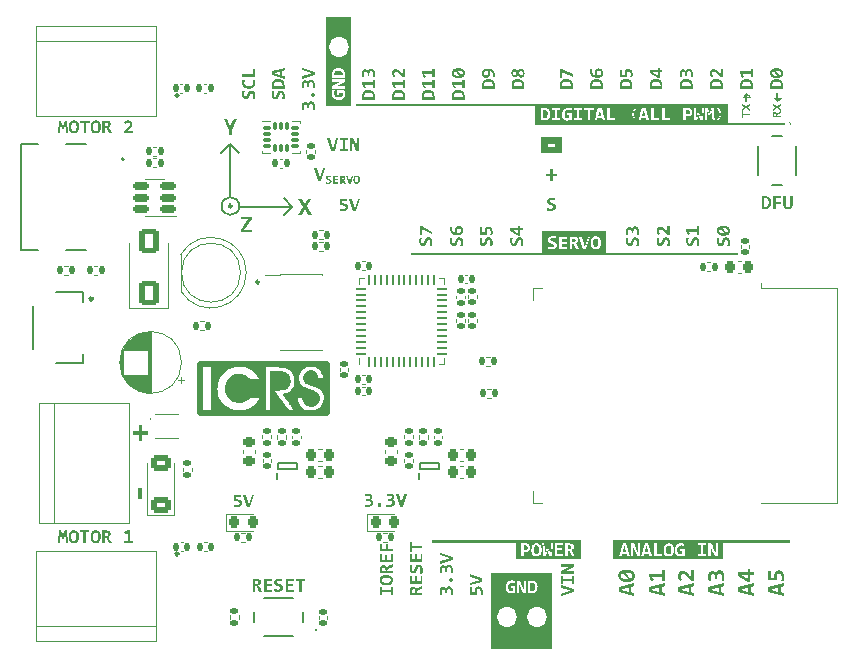
<source format=gbr>
%TF.GenerationSoftware,KiCad,Pcbnew,7.0.1*%
%TF.CreationDate,2023-08-18T21:24:28+01:00*%
%TF.ProjectId,101 PCB,31303120-5043-4422-9e6b-696361645f70,rev?*%
%TF.SameCoordinates,Original*%
%TF.FileFunction,Legend,Top*%
%TF.FilePolarity,Positive*%
%FSLAX46Y46*%
G04 Gerber Fmt 4.6, Leading zero omitted, Abs format (unit mm)*
G04 Created by KiCad (PCBNEW 7.0.1) date 2023-08-18 21:24:28*
%MOMM*%
%LPD*%
G01*
G04 APERTURE LIST*
G04 Aperture macros list*
%AMRoundRect*
0 Rectangle with rounded corners*
0 $1 Rounding radius*
0 $2 $3 $4 $5 $6 $7 $8 $9 X,Y pos of 4 corners*
0 Add a 4 corners polygon primitive as box body*
4,1,4,$2,$3,$4,$5,$6,$7,$8,$9,$2,$3,0*
0 Add four circle primitives for the rounded corners*
1,1,$1+$1,$2,$3*
1,1,$1+$1,$4,$5*
1,1,$1+$1,$6,$7*
1,1,$1+$1,$8,$9*
0 Add four rect primitives between the rounded corners*
20,1,$1+$1,$2,$3,$4,$5,0*
20,1,$1+$1,$4,$5,$6,$7,0*
20,1,$1+$1,$6,$7,$8,$9,0*
20,1,$1+$1,$8,$9,$2,$3,0*%
G04 Aperture macros list end*
%ADD10C,0.240000*%
%ADD11C,0.500000*%
%ADD12C,0.243572*%
%ADD13C,0.200000*%
%ADD14C,0.100000*%
%ADD15C,0.120000*%
%ADD16C,0.127000*%
%ADD17C,0.250000*%
%ADD18C,0.300000*%
%ADD19C,0.010000*%
%ADD20R,0.300000X0.475000*%
%ADD21RoundRect,0.135000X-0.135000X-0.185000X0.135000X-0.185000X0.135000X0.185000X-0.135000X0.185000X0*%
%ADD22RoundRect,0.135000X0.135000X0.185000X-0.135000X0.185000X-0.135000X-0.185000X0.135000X-0.185000X0*%
%ADD23C,3.200000*%
%ADD24R,1.700000X1.700000*%
%ADD25O,1.700000X1.700000*%
%ADD26R,3.000000X3.000000*%
%ADD27C,3.000000*%
%ADD28RoundRect,0.236111X0.613889X-0.813889X0.613889X0.813889X-0.613889X0.813889X-0.613889X-0.813889X0*%
%ADD29RoundRect,0.140000X0.170000X-0.140000X0.170000X0.140000X-0.170000X0.140000X-0.170000X-0.140000X0*%
%ADD30RoundRect,0.140000X-0.170000X0.140000X-0.170000X-0.140000X0.170000X-0.140000X0.170000X0.140000X0*%
%ADD31RoundRect,0.140000X-0.140000X-0.170000X0.140000X-0.170000X0.140000X0.170000X-0.140000X0.170000X0*%
%ADD32RoundRect,0.087500X-0.225000X-0.087500X0.225000X-0.087500X0.225000X0.087500X-0.225000X0.087500X0*%
%ADD33RoundRect,0.087500X-0.087500X-0.225000X0.087500X-0.225000X0.087500X0.225000X-0.087500X0.225000X0*%
%ADD34RoundRect,0.225000X0.250000X-0.225000X0.250000X0.225000X-0.250000X0.225000X-0.250000X-0.225000X0*%
%ADD35RoundRect,0.140000X0.140000X0.170000X-0.140000X0.170000X-0.140000X-0.170000X0.140000X-0.170000X0*%
%ADD36C,0.600000*%
%ADD37O,2.000000X0.900000*%
%ADD38O,1.700000X0.900000*%
%ADD39R,0.700000X0.300000*%
%ADD40R,1.000000X1.700000*%
%ADD41R,1.050000X0.650000*%
%ADD42RoundRect,0.135000X-0.185000X0.135000X-0.185000X-0.135000X0.185000X-0.135000X0.185000X0.135000X0*%
%ADD43R,0.900000X1.500000*%
%ADD44R,1.500000X0.900000*%
%ADD45R,4.200000X4.200000*%
%ADD46RoundRect,0.250000X0.600000X-0.400000X0.600000X0.400000X-0.600000X0.400000X-0.600000X-0.400000X0*%
%ADD47R,1.550000X0.600000*%
%ADD48R,1.800000X1.200000*%
%ADD49R,1.600000X1.600000*%
%ADD50C,1.600000*%
%ADD51RoundRect,0.218750X-0.218750X-0.256250X0.218750X-0.256250X0.218750X0.256250X-0.218750X0.256250X0*%
%ADD52R,0.650000X1.050000*%
%ADD53RoundRect,0.225000X0.225000X0.250000X-0.225000X0.250000X-0.225000X-0.250000X0.225000X-0.250000X0*%
%ADD54R,1.500000X2.500000*%
%ADD55R,0.350000X0.400000*%
%ADD56R,0.500000X0.400000*%
%ADD57R,0.920000X0.285000*%
%ADD58R,1.600000X1.050000*%
%ADD59RoundRect,0.225000X-0.225000X-0.250000X0.225000X-0.250000X0.225000X0.250000X-0.225000X0.250000X0*%
%ADD60RoundRect,0.135000X0.185000X-0.135000X0.185000X0.135000X-0.185000X0.135000X-0.185000X-0.135000X0*%
%ADD61RoundRect,0.150000X0.512500X0.150000X-0.512500X0.150000X-0.512500X-0.150000X0.512500X-0.150000X0*%
%ADD62RoundRect,0.062500X0.062500X-0.375000X0.062500X0.375000X-0.062500X0.375000X-0.062500X-0.375000X0*%
%ADD63RoundRect,0.062500X0.375000X-0.062500X0.375000X0.062500X-0.375000X0.062500X-0.375000X-0.062500X0*%
%ADD64R,5.600000X5.600000*%
%ADD65R,2.400000X0.740000*%
%ADD66R,1.800000X1.800000*%
%ADD67C,1.800000*%
G04 APERTURE END LIST*
D10*
G36*
X117436001Y-103222539D02*
G01*
X117123370Y-103222539D01*
X117123370Y-102368178D01*
X117436001Y-102368178D01*
X117436001Y-103222539D01*
G37*
G36*
X117459735Y-97804738D02*
G01*
X117459735Y-98336210D01*
X117150523Y-98336210D01*
X117150523Y-97804738D01*
X116638102Y-97804738D01*
X116638102Y-97523370D01*
X117150523Y-97523370D01*
X117150523Y-96991898D01*
X117459735Y-96991898D01*
X117459735Y-97523370D01*
X117972156Y-97523370D01*
X117972156Y-97804738D01*
X117459735Y-97804738D01*
G37*
D11*
X122300000Y-91800000D02*
X133100000Y-91800000D01*
X133100000Y-96000000D01*
X122300000Y-96000000D01*
X122300000Y-91800000D01*
D12*
X127353214Y-84900000D02*
G75*
G03*
X127353214Y-84900000I-121786J0D01*
G01*
X125031786Y-78460000D02*
G75*
G03*
X125031786Y-78460000I-121786J0D01*
G01*
D13*
G36*
X131472791Y-79185000D02*
G01*
X131213039Y-78692972D01*
X130957683Y-79185000D01*
X130651769Y-79185000D01*
X131064295Y-78498799D01*
X130677414Y-77848503D01*
X130975269Y-77848503D01*
X131219267Y-78286674D01*
X131455206Y-77848503D01*
X131753060Y-77848503D01*
X131370209Y-78492205D01*
X131795192Y-79185000D01*
X131472791Y-79185000D01*
G37*
G36*
X125039326Y-71981657D02*
G01*
X125039326Y-72455000D01*
X124781406Y-72455000D01*
X124781406Y-71983489D01*
X124343601Y-71118503D01*
X124624968Y-71118503D01*
X124822805Y-71531395D01*
X124913297Y-71733995D01*
X125004155Y-71525533D01*
X125211151Y-71118503D01*
X125481162Y-71118503D01*
X125039326Y-71981657D01*
G37*
G36*
X125780687Y-80685000D02*
G01*
X125780687Y-80500352D01*
X126396546Y-79582976D01*
X125800105Y-79582976D01*
X125800105Y-79348503D01*
X126718213Y-79348503D01*
X126718213Y-79547805D01*
X126097959Y-80450526D01*
X126726273Y-80450526D01*
X126726273Y-80685000D01*
X125780687Y-80685000D01*
G37*
X124910000Y-77710000D02*
X124910000Y-73210000D01*
X125660000Y-73960000D02*
X124910000Y-73210000D01*
X125660000Y-78510000D02*
X130160000Y-78510000D01*
X129410000Y-77760000D02*
X130160000Y-78510000D01*
X124160000Y-73960000D02*
X124910000Y-73210000D01*
X129410000Y-79260000D02*
X130160000Y-78510000D01*
X125660000Y-78460000D02*
G75*
G03*
X125660000Y-78460000I-750000J0D01*
G01*
D14*
X168300000Y-69200000D02*
X168900000Y-69200000D01*
X168900000Y-69200000D02*
X168600000Y-68900000D01*
X171300000Y-69500000D02*
X171100000Y-69500000D01*
G36*
X147011000Y-109629000D02*
G01*
X147825400Y-109629000D01*
X147825400Y-111798000D01*
X147011000Y-111798000D01*
X147011000Y-109629000D01*
G37*
G36*
X147011400Y-109536500D02*
G01*
X152111400Y-109536500D01*
X152111400Y-109915500D01*
X147011400Y-109915500D01*
X147011400Y-109536500D01*
G37*
G36*
X166500000Y-106750000D02*
G01*
X172260000Y-106750000D01*
X172260000Y-106950000D01*
X166500000Y-106950000D01*
X166500000Y-106750000D01*
G37*
G36*
X147011000Y-111798000D02*
G01*
X152111000Y-111798000D01*
X152111000Y-115927000D01*
X147011000Y-115927000D01*
X147011000Y-111798000D01*
G37*
G36*
X140200000Y-82400000D02*
G01*
X167900000Y-82400000D01*
X167900000Y-82600000D01*
X140200000Y-82600000D01*
X140200000Y-82400000D01*
G37*
X170900000Y-69300000D02*
X171200000Y-69600000D01*
G36*
X150725600Y-71398000D02*
G01*
X171909000Y-71398000D01*
X171909000Y-71598000D01*
X150725600Y-71598000D01*
X150725600Y-71398000D01*
G37*
G36*
X132979000Y-62416000D02*
G01*
X135148000Y-62416000D01*
X135148000Y-66300000D01*
X132979000Y-66300000D01*
X132979000Y-62416000D01*
G37*
G36*
X141950000Y-106750000D02*
G01*
X149080000Y-106750000D01*
X149080000Y-106950000D01*
X141950000Y-106950000D01*
X141950000Y-106750000D01*
G37*
X171000000Y-69400000D02*
X171400000Y-69400000D01*
X171500000Y-69300000D02*
X170900000Y-69300000D01*
D13*
X171200000Y-68900000D02*
X171200000Y-69500000D01*
D14*
X168600000Y-68900000D02*
X168300000Y-69200000D01*
G36*
X135550000Y-69800000D02*
G01*
X167078000Y-69800000D01*
X167078000Y-70000000D01*
X135550000Y-70000000D01*
X135550000Y-69800000D01*
G37*
X171200000Y-69600000D02*
X171500000Y-69300000D01*
X168500000Y-69000000D02*
X168700000Y-69100000D01*
X168400000Y-69100000D02*
X168800000Y-69100000D01*
D13*
X168600000Y-69600000D02*
X168600000Y-69000000D01*
G36*
X151297000Y-109629000D02*
G01*
X152111400Y-109629000D01*
X152111400Y-111798000D01*
X151297000Y-111798000D01*
X151297000Y-109629000D01*
G37*
G36*
X131727357Y-69599727D02*
G01*
X131741949Y-69599990D01*
X131756267Y-69600778D01*
X131770312Y-69602092D01*
X131784084Y-69603931D01*
X131797584Y-69606296D01*
X131810810Y-69609186D01*
X131823763Y-69612602D01*
X131836442Y-69616543D01*
X131848849Y-69621010D01*
X131860983Y-69626002D01*
X131868921Y-69629623D01*
X131880519Y-69635454D01*
X131891792Y-69641847D01*
X131902741Y-69648801D01*
X131913365Y-69656317D01*
X131923665Y-69664394D01*
X131933640Y-69673033D01*
X131943291Y-69682234D01*
X131952617Y-69691996D01*
X131961618Y-69702320D01*
X131970295Y-69713205D01*
X131975899Y-69720774D01*
X131983962Y-69732540D01*
X131991664Y-69744868D01*
X131999006Y-69757758D01*
X132005987Y-69771209D01*
X132012607Y-69785221D01*
X132018867Y-69799795D01*
X132024766Y-69814931D01*
X132030304Y-69830628D01*
X132035482Y-69846887D01*
X132040299Y-69863708D01*
X132043310Y-69875233D01*
X132046149Y-69886977D01*
X132048806Y-69898983D01*
X132051278Y-69911249D01*
X132053568Y-69923776D01*
X132055675Y-69936565D01*
X132057598Y-69949614D01*
X132059338Y-69962925D01*
X132060896Y-69976496D01*
X132062269Y-69990329D01*
X132063460Y-70004422D01*
X132064468Y-70018777D01*
X132065292Y-70033393D01*
X132065933Y-70048269D01*
X132066391Y-70063407D01*
X132066666Y-70078806D01*
X132066757Y-70094466D01*
X132066687Y-70106801D01*
X132066477Y-70119446D01*
X132066126Y-70132399D01*
X132065635Y-70145660D01*
X132065292Y-70153377D01*
X132064609Y-70166827D01*
X132063841Y-70180249D01*
X132062990Y-70193642D01*
X132062054Y-70207008D01*
X132061482Y-70214633D01*
X132060414Y-70227899D01*
X132059262Y-70241024D01*
X132058026Y-70254009D01*
X132056705Y-70266854D01*
X132055913Y-70274131D01*
X132054432Y-70286430D01*
X132052811Y-70298197D01*
X132050787Y-70310993D01*
X132048580Y-70323092D01*
X132048000Y-70326008D01*
X131879179Y-70326008D01*
X131881185Y-70312837D01*
X131883099Y-70299263D01*
X131884922Y-70285286D01*
X131886653Y-70270907D01*
X131888292Y-70256124D01*
X131889840Y-70240938D01*
X131891296Y-70225349D01*
X131892328Y-70213393D01*
X131892661Y-70209357D01*
X131893604Y-70197166D01*
X131894454Y-70184882D01*
X131895211Y-70172505D01*
X131895876Y-70160036D01*
X131896448Y-70147473D01*
X131896927Y-70134818D01*
X131897313Y-70122071D01*
X131897607Y-70109230D01*
X131897808Y-70096297D01*
X131897916Y-70083271D01*
X131897937Y-70074535D01*
X131897839Y-70061896D01*
X131897545Y-70049586D01*
X131897056Y-70037606D01*
X131896099Y-70022145D01*
X131894793Y-70007271D01*
X131893140Y-69992983D01*
X131891139Y-69979281D01*
X131888790Y-69966165D01*
X131886799Y-69956713D01*
X131883859Y-69944604D01*
X131880608Y-69933045D01*
X131876105Y-69919370D01*
X131871117Y-69906553D01*
X131865641Y-69894594D01*
X131859679Y-69883495D01*
X131854559Y-69875233D01*
X131847721Y-69865573D01*
X131838874Y-69855077D01*
X131829325Y-69845776D01*
X131819076Y-69837670D01*
X131808127Y-69830759D01*
X131802389Y-69827752D01*
X131790361Y-69822573D01*
X131777797Y-69818465D01*
X131764697Y-69815429D01*
X131751061Y-69813464D01*
X131739289Y-69812646D01*
X131732047Y-69812512D01*
X131719205Y-69813068D01*
X131706837Y-69814737D01*
X131694942Y-69817519D01*
X131683522Y-69821414D01*
X131672576Y-69826422D01*
X131669032Y-69828339D01*
X131658680Y-69834751D01*
X131648946Y-69842338D01*
X131639831Y-69851100D01*
X131631333Y-69861037D01*
X131623454Y-69872148D01*
X131620965Y-69876112D01*
X131614959Y-69886540D01*
X131609396Y-69897854D01*
X131604277Y-69910056D01*
X131599602Y-69923144D01*
X131595370Y-69937121D01*
X131592304Y-69948940D01*
X131590191Y-69958178D01*
X131587580Y-69970923D01*
X131585318Y-69984245D01*
X131583404Y-69998144D01*
X131581838Y-70012620D01*
X131580619Y-70027673D01*
X131579749Y-70043303D01*
X131579325Y-70055404D01*
X131579097Y-70067830D01*
X131579053Y-70076294D01*
X131579053Y-70195875D01*
X131428990Y-70195875D01*
X131428990Y-70086259D01*
X131428877Y-70074365D01*
X131428373Y-70059115D01*
X131427467Y-70044561D01*
X131426157Y-70030703D01*
X131424444Y-70017542D01*
X131422328Y-70005076D01*
X131419810Y-69993307D01*
X131416094Y-69979574D01*
X131411758Y-69966715D01*
X131406993Y-69954701D01*
X131401798Y-69943531D01*
X131396173Y-69933206D01*
X131388858Y-69921930D01*
X131380923Y-69911870D01*
X131372402Y-69902933D01*
X131363324Y-69895026D01*
X131353690Y-69888150D01*
X131343499Y-69882304D01*
X131332752Y-69877489D01*
X131329046Y-69876112D01*
X131317732Y-69872427D01*
X131306213Y-69869504D01*
X131294487Y-69867344D01*
X131282555Y-69865946D01*
X131270417Y-69865310D01*
X131266325Y-69865268D01*
X131253971Y-69865647D01*
X131242189Y-69866783D01*
X131227370Y-69869476D01*
X131213567Y-69873515D01*
X131200781Y-69878900D01*
X131189012Y-69885632D01*
X131178259Y-69893711D01*
X131168523Y-69903135D01*
X131164036Y-69908352D01*
X131155793Y-69919783D01*
X131148648Y-69932679D01*
X131142603Y-69947041D01*
X131138791Y-69958773D01*
X131135597Y-69971331D01*
X131133021Y-69984712D01*
X131131063Y-69998918D01*
X131129723Y-70013948D01*
X131129002Y-70029802D01*
X131128865Y-70040830D01*
X131128955Y-70052904D01*
X131129225Y-70064948D01*
X131129676Y-70076961D01*
X131130307Y-70088943D01*
X131131119Y-70100894D01*
X131132111Y-70112814D01*
X131133283Y-70124703D01*
X131134635Y-70136561D01*
X131136168Y-70148388D01*
X131137881Y-70160184D01*
X131139123Y-70168031D01*
X131141106Y-70179775D01*
X131143207Y-70191597D01*
X131145426Y-70203495D01*
X131147765Y-70215471D01*
X131150221Y-70227524D01*
X131152796Y-70239655D01*
X131155490Y-70251862D01*
X131158302Y-70264147D01*
X131161233Y-70276509D01*
X131164282Y-70288949D01*
X131166381Y-70297285D01*
X130997560Y-70297285D01*
X130994440Y-70285739D01*
X130991492Y-70274364D01*
X130988181Y-70260941D01*
X130985117Y-70247766D01*
X130982301Y-70234838D01*
X130980561Y-70226357D01*
X130978105Y-70213717D01*
X130975793Y-70201078D01*
X130973626Y-70188438D01*
X130971603Y-70175798D01*
X130969724Y-70163159D01*
X130969130Y-70158946D01*
X130967365Y-70146176D01*
X130965805Y-70133364D01*
X130964452Y-70120512D01*
X130963305Y-70107618D01*
X130962364Y-70094683D01*
X130962096Y-70090362D01*
X130961399Y-70077300D01*
X130960846Y-70064053D01*
X130960437Y-70050620D01*
X130960172Y-70037001D01*
X130960052Y-70023197D01*
X130960044Y-70018555D01*
X130960214Y-70002042D01*
X130960724Y-69985915D01*
X130961574Y-69970175D01*
X130962764Y-69954821D01*
X130964295Y-69939854D01*
X130966165Y-69925273D01*
X130968375Y-69911078D01*
X130970925Y-69897270D01*
X130973815Y-69883848D01*
X130977046Y-69870813D01*
X130979388Y-69862337D01*
X130983105Y-69849941D01*
X130987109Y-69837920D01*
X130991403Y-69826276D01*
X130995984Y-69815007D01*
X131000855Y-69804115D01*
X131007797Y-69790177D01*
X131015253Y-69776908D01*
X131023221Y-69764308D01*
X131031703Y-69752375D01*
X131033903Y-69749497D01*
X131042943Y-69738419D01*
X131052478Y-69728046D01*
X131062507Y-69718379D01*
X131073031Y-69709417D01*
X131084049Y-69701160D01*
X131095562Y-69693608D01*
X131107570Y-69686762D01*
X131120072Y-69680620D01*
X131132931Y-69675194D01*
X131146157Y-69670490D01*
X131159749Y-69666511D01*
X131173708Y-69663255D01*
X131188033Y-69660722D01*
X131202724Y-69658913D01*
X131217781Y-69657828D01*
X131233205Y-69657466D01*
X131245441Y-69657641D01*
X131257381Y-69658167D01*
X131274737Y-69659612D01*
X131291429Y-69661845D01*
X131307456Y-69664867D01*
X131322818Y-69668677D01*
X131337516Y-69673275D01*
X131351549Y-69678662D01*
X131364918Y-69684836D01*
X131377622Y-69691799D01*
X131389661Y-69699550D01*
X131393526Y-69702309D01*
X131404707Y-69711034D01*
X131415388Y-69720393D01*
X131425569Y-69730385D01*
X131435251Y-69741011D01*
X131444432Y-69752271D01*
X131453114Y-69764164D01*
X131461297Y-69776691D01*
X131468979Y-69789852D01*
X131476162Y-69803646D01*
X131482845Y-69818075D01*
X131487023Y-69828045D01*
X131489257Y-69815232D01*
X131491859Y-69802730D01*
X131494826Y-69790539D01*
X131498160Y-69778660D01*
X131501860Y-69767092D01*
X131505927Y-69755835D01*
X131510360Y-69744890D01*
X131515159Y-69734256D01*
X131521582Y-69721368D01*
X131528577Y-69709080D01*
X131536145Y-69697394D01*
X131544285Y-69686308D01*
X131552998Y-69675824D01*
X131562283Y-69665941D01*
X131566157Y-69662156D01*
X131576095Y-69653065D01*
X131586490Y-69644662D01*
X131597344Y-69636945D01*
X131608655Y-69629916D01*
X131620425Y-69623573D01*
X131632652Y-69617917D01*
X131637672Y-69615847D01*
X131650526Y-69611203D01*
X131663809Y-69607346D01*
X131677522Y-69604277D01*
X131691664Y-69601994D01*
X131706236Y-69600499D01*
X131718202Y-69599869D01*
X131727357Y-69599727D01*
G37*
G36*
X131747874Y-69058680D02*
G01*
X131748317Y-69045886D01*
X131749646Y-69033443D01*
X131751862Y-69021349D01*
X131754963Y-69009606D01*
X131758951Y-68998213D01*
X131760477Y-68994493D01*
X131765522Y-68983571D01*
X131771207Y-68973226D01*
X131778646Y-68961886D01*
X131786955Y-68951331D01*
X131794769Y-68942909D01*
X131804508Y-68933755D01*
X131815004Y-68925527D01*
X131826258Y-68918224D01*
X131838270Y-68911846D01*
X131845473Y-68908618D01*
X131856609Y-68904434D01*
X131868032Y-68901116D01*
X131879744Y-68898664D01*
X131891745Y-68897077D01*
X131904034Y-68896356D01*
X131908195Y-68896308D01*
X131920271Y-68896741D01*
X131932100Y-68898039D01*
X131943682Y-68900203D01*
X131955016Y-68903232D01*
X131966103Y-68907127D01*
X131969744Y-68908618D01*
X131981974Y-68914466D01*
X131993530Y-68921240D01*
X132004414Y-68928940D01*
X132014624Y-68937565D01*
X132020156Y-68942909D01*
X132029096Y-68952791D01*
X132037194Y-68963458D01*
X132044451Y-68974910D01*
X132050001Y-68985352D01*
X132054154Y-68994493D01*
X132058437Y-69005769D01*
X132061834Y-69017396D01*
X132064345Y-69029372D01*
X132065970Y-69041699D01*
X132066708Y-69054377D01*
X132066757Y-69058680D01*
X132066314Y-69070946D01*
X132064985Y-69082902D01*
X132062770Y-69094549D01*
X132059668Y-69105887D01*
X132055681Y-69116915D01*
X132054154Y-69120523D01*
X132048220Y-69132752D01*
X132041444Y-69144309D01*
X132033826Y-69155192D01*
X132025367Y-69165402D01*
X132020156Y-69170934D01*
X132010330Y-69179860D01*
X131999832Y-69187917D01*
X131988660Y-69195103D01*
X131976815Y-69201421D01*
X131969744Y-69204640D01*
X131958739Y-69208823D01*
X131947487Y-69212141D01*
X131935988Y-69214594D01*
X131924242Y-69216180D01*
X131912248Y-69216902D01*
X131908195Y-69216950D01*
X131895809Y-69216517D01*
X131883713Y-69215219D01*
X131871904Y-69213055D01*
X131860384Y-69210026D01*
X131849153Y-69206131D01*
X131845473Y-69204640D01*
X131834761Y-69199704D01*
X131822966Y-69193139D01*
X131811928Y-69185704D01*
X131801648Y-69177399D01*
X131794769Y-69170934D01*
X131785714Y-69161109D01*
X131777530Y-69150610D01*
X131770215Y-69139439D01*
X131763770Y-69127594D01*
X131760477Y-69120523D01*
X131756194Y-69109597D01*
X131752797Y-69098362D01*
X131750286Y-69086818D01*
X131748662Y-69074965D01*
X131747923Y-69062803D01*
X131747874Y-69058680D01*
G37*
G36*
X131727357Y-67754424D02*
G01*
X131741949Y-67754686D01*
X131756267Y-67755475D01*
X131770312Y-67756788D01*
X131784084Y-67758628D01*
X131797584Y-67760992D01*
X131810810Y-67763883D01*
X131823763Y-67767299D01*
X131836442Y-67771240D01*
X131848849Y-67775707D01*
X131860983Y-67780699D01*
X131868921Y-67784319D01*
X131880519Y-67790150D01*
X131891792Y-67796543D01*
X131902741Y-67803497D01*
X131913365Y-67811013D01*
X131923665Y-67819091D01*
X131933640Y-67827730D01*
X131943291Y-67836930D01*
X131952617Y-67846693D01*
X131961618Y-67857016D01*
X131970295Y-67867902D01*
X131975899Y-67875470D01*
X131983962Y-67887237D01*
X131991664Y-67899565D01*
X131999006Y-67912454D01*
X132005987Y-67925905D01*
X132012607Y-67939918D01*
X132018867Y-67954492D01*
X132024766Y-67969627D01*
X132030304Y-67985325D01*
X132035482Y-68001584D01*
X132040299Y-68018404D01*
X132043310Y-68029930D01*
X132046149Y-68041674D01*
X132048806Y-68053679D01*
X132051278Y-68065945D01*
X132053568Y-68078473D01*
X132055675Y-68091261D01*
X132057598Y-68104311D01*
X132059338Y-68117621D01*
X132060896Y-68131193D01*
X132062269Y-68145025D01*
X132063460Y-68159119D01*
X132064468Y-68173473D01*
X132065292Y-68188089D01*
X132065933Y-68202966D01*
X132066391Y-68218103D01*
X132066666Y-68233502D01*
X132066757Y-68249162D01*
X132066687Y-68261498D01*
X132066477Y-68274142D01*
X132066126Y-68287095D01*
X132065635Y-68300357D01*
X132065292Y-68308073D01*
X132064609Y-68321523D01*
X132063841Y-68334945D01*
X132062990Y-68348339D01*
X132062054Y-68361705D01*
X132061482Y-68369329D01*
X132060414Y-68382595D01*
X132059262Y-68395720D01*
X132058026Y-68408705D01*
X132056705Y-68421550D01*
X132055913Y-68428827D01*
X132054432Y-68441127D01*
X132052811Y-68452894D01*
X132050787Y-68465689D01*
X132048580Y-68477788D01*
X132048000Y-68480704D01*
X131879179Y-68480704D01*
X131881185Y-68467533D01*
X131883099Y-68453960D01*
X131884922Y-68439983D01*
X131886653Y-68425603D01*
X131888292Y-68410820D01*
X131889840Y-68395634D01*
X131891296Y-68380046D01*
X131892328Y-68368090D01*
X131892661Y-68364054D01*
X131893604Y-68351862D01*
X131894454Y-68339578D01*
X131895211Y-68327202D01*
X131895876Y-68314732D01*
X131896448Y-68302170D01*
X131896927Y-68289515D01*
X131897313Y-68276767D01*
X131897607Y-68263926D01*
X131897808Y-68250993D01*
X131897916Y-68237967D01*
X131897937Y-68229232D01*
X131897839Y-68216592D01*
X131897545Y-68204282D01*
X131897056Y-68192302D01*
X131896099Y-68176842D01*
X131894793Y-68161967D01*
X131893140Y-68147679D01*
X131891139Y-68133977D01*
X131888790Y-68120861D01*
X131886799Y-68111409D01*
X131883859Y-68099301D01*
X131880608Y-68087742D01*
X131876105Y-68074066D01*
X131871117Y-68061249D01*
X131865641Y-68049291D01*
X131859679Y-68038191D01*
X131854559Y-68029930D01*
X131847721Y-68020270D01*
X131838874Y-68009773D01*
X131829325Y-68000472D01*
X131819076Y-67992366D01*
X131808127Y-67985456D01*
X131802389Y-67982449D01*
X131790361Y-67977269D01*
X131777797Y-67973161D01*
X131764697Y-67970125D01*
X131751061Y-67968161D01*
X131739289Y-67967342D01*
X131732047Y-67967208D01*
X131719205Y-67967764D01*
X131706837Y-67969434D01*
X131694942Y-67972216D01*
X131683522Y-67976111D01*
X131672576Y-67981118D01*
X131669032Y-67983035D01*
X131658680Y-67989447D01*
X131648946Y-67997035D01*
X131639831Y-68005796D01*
X131631333Y-68015733D01*
X131623454Y-68026844D01*
X131620965Y-68030809D01*
X131614959Y-68041236D01*
X131609396Y-68052550D01*
X131604277Y-68064752D01*
X131599602Y-68077841D01*
X131595370Y-68091817D01*
X131592304Y-68103637D01*
X131590191Y-68112874D01*
X131587580Y-68125619D01*
X131585318Y-68138941D01*
X131583404Y-68152840D01*
X131581838Y-68167316D01*
X131580619Y-68182369D01*
X131579749Y-68197999D01*
X131579325Y-68210100D01*
X131579097Y-68222526D01*
X131579053Y-68230990D01*
X131579053Y-68350572D01*
X131428990Y-68350572D01*
X131428990Y-68240955D01*
X131428877Y-68229061D01*
X131428373Y-68213811D01*
X131427467Y-68199257D01*
X131426157Y-68185400D01*
X131424444Y-68172238D01*
X131422328Y-68159773D01*
X131419810Y-68148003D01*
X131416094Y-68134270D01*
X131411758Y-68121412D01*
X131406993Y-68109397D01*
X131401798Y-68098228D01*
X131396173Y-68087902D01*
X131388858Y-68076626D01*
X131380923Y-68066566D01*
X131372402Y-68057629D01*
X131363324Y-68049722D01*
X131353690Y-68042846D01*
X131343499Y-68037000D01*
X131332752Y-68032185D01*
X131329046Y-68030809D01*
X131317732Y-68027123D01*
X131306213Y-68024201D01*
X131294487Y-68022040D01*
X131282555Y-68020642D01*
X131270417Y-68020007D01*
X131266325Y-68019964D01*
X131253971Y-68020343D01*
X131242189Y-68021479D01*
X131227370Y-68024172D01*
X131213567Y-68028211D01*
X131200781Y-68033597D01*
X131189012Y-68040329D01*
X131178259Y-68048407D01*
X131168523Y-68057832D01*
X131164036Y-68063049D01*
X131155793Y-68074479D01*
X131148648Y-68087376D01*
X131142603Y-68101737D01*
X131138791Y-68113470D01*
X131135597Y-68126027D01*
X131133021Y-68139408D01*
X131131063Y-68153614D01*
X131129723Y-68168644D01*
X131129002Y-68184499D01*
X131128865Y-68195526D01*
X131128955Y-68207601D01*
X131129225Y-68219644D01*
X131129676Y-68231657D01*
X131130307Y-68243639D01*
X131131119Y-68255590D01*
X131132111Y-68267510D01*
X131133283Y-68279399D01*
X131134635Y-68291257D01*
X131136168Y-68303085D01*
X131137881Y-68314881D01*
X131139123Y-68322728D01*
X131141106Y-68334472D01*
X131143207Y-68346293D01*
X131145426Y-68358192D01*
X131147765Y-68370168D01*
X131150221Y-68382221D01*
X131152796Y-68394351D01*
X131155490Y-68406559D01*
X131158302Y-68418844D01*
X131161233Y-68431206D01*
X131164282Y-68443645D01*
X131166381Y-68451981D01*
X130997560Y-68451981D01*
X130994440Y-68440435D01*
X130991492Y-68429061D01*
X130988181Y-68415638D01*
X130985117Y-68402463D01*
X130982301Y-68389534D01*
X130980561Y-68381053D01*
X130978105Y-68368414D01*
X130975793Y-68355774D01*
X130973626Y-68343134D01*
X130971603Y-68330495D01*
X130969724Y-68317855D01*
X130969130Y-68313642D01*
X130967365Y-68300872D01*
X130965805Y-68288061D01*
X130964452Y-68275208D01*
X130963305Y-68262314D01*
X130962364Y-68249380D01*
X130962096Y-68245059D01*
X130961399Y-68231997D01*
X130960846Y-68218749D01*
X130960437Y-68205316D01*
X130960172Y-68191698D01*
X130960052Y-68177894D01*
X130960044Y-68173251D01*
X130960214Y-68156738D01*
X130960724Y-68140612D01*
X130961574Y-68124871D01*
X130962764Y-68109518D01*
X130964295Y-68094550D01*
X130966165Y-68079969D01*
X130968375Y-68065775D01*
X130970925Y-68051966D01*
X130973815Y-68038545D01*
X130977046Y-68025509D01*
X130979388Y-68017034D01*
X130983105Y-68004637D01*
X130987109Y-67992617D01*
X130991403Y-67980972D01*
X130995984Y-67969704D01*
X131000855Y-67958812D01*
X131007797Y-67944874D01*
X131015253Y-67931605D01*
X131023221Y-67919004D01*
X131031703Y-67907072D01*
X131033903Y-67904193D01*
X131042943Y-67893115D01*
X131052478Y-67882743D01*
X131062507Y-67873075D01*
X131073031Y-67864113D01*
X131084049Y-67855856D01*
X131095562Y-67848305D01*
X131107570Y-67841458D01*
X131120072Y-67835317D01*
X131132931Y-67829890D01*
X131146157Y-67825187D01*
X131159749Y-67821207D01*
X131173708Y-67817951D01*
X131188033Y-67815419D01*
X131202724Y-67813610D01*
X131217781Y-67812524D01*
X131233205Y-67812163D01*
X131245441Y-67812338D01*
X131257381Y-67812863D01*
X131274737Y-67814308D01*
X131291429Y-67816542D01*
X131307456Y-67819564D01*
X131322818Y-67823373D01*
X131337516Y-67827972D01*
X131351549Y-67833358D01*
X131364918Y-67839533D01*
X131377622Y-67846496D01*
X131389661Y-67854247D01*
X131393526Y-67857006D01*
X131404707Y-67865731D01*
X131415388Y-67875089D01*
X131425569Y-67885081D01*
X131435251Y-67895707D01*
X131444432Y-67906967D01*
X131453114Y-67918861D01*
X131461297Y-67931388D01*
X131468979Y-67944548D01*
X131476162Y-67958343D01*
X131482845Y-67972771D01*
X131487023Y-67982742D01*
X131489257Y-67969928D01*
X131491859Y-67957426D01*
X131494826Y-67945235D01*
X131498160Y-67933356D01*
X131501860Y-67921788D01*
X131505927Y-67910531D01*
X131510360Y-67899586D01*
X131515159Y-67888953D01*
X131521582Y-67876064D01*
X131528577Y-67863777D01*
X131536145Y-67852090D01*
X131544285Y-67841005D01*
X131552998Y-67830520D01*
X131562283Y-67820637D01*
X131566157Y-67816852D01*
X131576095Y-67807762D01*
X131586490Y-67799358D01*
X131597344Y-67791642D01*
X131608655Y-67784612D01*
X131620425Y-67778269D01*
X131632652Y-67772614D01*
X131637672Y-67770544D01*
X131650526Y-67765900D01*
X131663809Y-67762043D01*
X131677522Y-67758973D01*
X131691664Y-67756691D01*
X131706236Y-67755195D01*
X131718202Y-67754565D01*
X131727357Y-67754424D01*
G37*
G36*
X132048000Y-67075038D02*
G01*
X132048000Y-67343803D01*
X130978802Y-67672651D01*
X130978802Y-67442574D01*
X131622724Y-67260565D01*
X131833750Y-67201946D01*
X131610414Y-67140983D01*
X130978802Y-66960439D01*
X130978802Y-66744431D01*
X132048000Y-67075038D01*
G37*
G36*
X146765363Y-67710874D02*
G01*
X146780629Y-67711238D01*
X146795716Y-67711845D01*
X146810625Y-67712694D01*
X146825355Y-67713787D01*
X146839907Y-67715121D01*
X146854280Y-67716699D01*
X146868474Y-67718520D01*
X146882490Y-67720583D01*
X146896327Y-67722888D01*
X146909985Y-67725437D01*
X146923465Y-67728228D01*
X146936767Y-67731262D01*
X146949889Y-67734539D01*
X146962833Y-67738058D01*
X146975599Y-67741820D01*
X146988160Y-67745803D01*
X147000489Y-67750059D01*
X147012587Y-67754587D01*
X147024454Y-67759387D01*
X147036089Y-67764460D01*
X147047493Y-67769806D01*
X147058666Y-67775424D01*
X147069608Y-67781314D01*
X147080318Y-67787477D01*
X147090798Y-67793913D01*
X147101046Y-67800621D01*
X147111062Y-67807601D01*
X147120847Y-67814854D01*
X147130402Y-67822379D01*
X147139724Y-67830177D01*
X147148816Y-67838247D01*
X147157628Y-67846562D01*
X147166186Y-67855164D01*
X147174490Y-67864055D01*
X147182540Y-67873235D01*
X147190335Y-67882703D01*
X147197877Y-67892460D01*
X147205164Y-67902505D01*
X147212197Y-67912839D01*
X147218976Y-67923461D01*
X147225501Y-67934372D01*
X147231771Y-67945571D01*
X147237788Y-67957059D01*
X147243550Y-67968836D01*
X147249058Y-67980900D01*
X147254312Y-67993254D01*
X147259311Y-68005896D01*
X147263996Y-68018839D01*
X147268379Y-68032095D01*
X147272459Y-68045666D01*
X147276237Y-68059550D01*
X147279713Y-68073747D01*
X147282887Y-68088259D01*
X147285758Y-68103084D01*
X147288327Y-68118223D01*
X147290594Y-68133676D01*
X147292559Y-68149442D01*
X147294221Y-68165522D01*
X147295581Y-68181915D01*
X147296639Y-68198623D01*
X147297395Y-68215644D01*
X147297848Y-68232979D01*
X147298000Y-68250627D01*
X147298000Y-68524374D01*
X146228802Y-68524374D01*
X146228802Y-68321555D01*
X146397623Y-68321555D01*
X147129179Y-68321555D01*
X147129179Y-68232455D01*
X147128834Y-68214123D01*
X147127800Y-68196350D01*
X147126077Y-68179136D01*
X147123665Y-68162480D01*
X147120564Y-68146383D01*
X147116773Y-68130844D01*
X147112293Y-68115864D01*
X147107124Y-68101443D01*
X147101265Y-68087581D01*
X147094718Y-68074278D01*
X147087481Y-68061533D01*
X147079555Y-68049346D01*
X147070940Y-68037719D01*
X147061635Y-68026650D01*
X147051641Y-68016140D01*
X147040958Y-68006189D01*
X147029535Y-67996783D01*
X147017319Y-67987985D01*
X147004310Y-67979793D01*
X146990510Y-67972208D01*
X146975917Y-67965230D01*
X146960532Y-67958859D01*
X146944355Y-67953095D01*
X146927385Y-67947937D01*
X146909624Y-67943386D01*
X146891070Y-67939442D01*
X146871723Y-67936104D01*
X146851585Y-67933374D01*
X146830654Y-67931250D01*
X146808931Y-67929733D01*
X146786415Y-67928823D01*
X146763108Y-67928520D01*
X146747009Y-67928643D01*
X146731244Y-67929014D01*
X146715815Y-67929632D01*
X146700720Y-67930498D01*
X146685961Y-67931611D01*
X146671536Y-67932971D01*
X146657446Y-67934578D01*
X146643691Y-67936433D01*
X146630271Y-67938535D01*
X146617186Y-67940884D01*
X146608648Y-67942588D01*
X146596084Y-67945396D01*
X146583891Y-67948544D01*
X146572069Y-67952032D01*
X146560618Y-67955859D01*
X146549538Y-67960027D01*
X146535341Y-67966114D01*
X146521804Y-67972804D01*
X146508926Y-67980100D01*
X146496708Y-67987999D01*
X146493757Y-67990069D01*
X146482317Y-67998710D01*
X146471592Y-68008076D01*
X146461581Y-68018164D01*
X146452284Y-68028977D01*
X146443702Y-68040513D01*
X146435834Y-68052772D01*
X146428681Y-68065755D01*
X146422242Y-68079462D01*
X146416472Y-68093883D01*
X146412649Y-68105257D01*
X146409259Y-68117111D01*
X146406302Y-68129444D01*
X146403778Y-68142256D01*
X146401686Y-68155548D01*
X146400027Y-68169318D01*
X146398801Y-68183568D01*
X146398007Y-68198296D01*
X146397647Y-68213504D01*
X146397623Y-68218680D01*
X146397623Y-68321555D01*
X146228802Y-68321555D01*
X146228802Y-68205491D01*
X146228922Y-68190152D01*
X146229283Y-68175055D01*
X146229884Y-68160201D01*
X146230725Y-68145590D01*
X146231807Y-68131222D01*
X146233130Y-68117096D01*
X146234692Y-68103213D01*
X146236496Y-68089573D01*
X146238539Y-68076176D01*
X146240823Y-68063021D01*
X146243348Y-68050109D01*
X146246113Y-68037440D01*
X146249118Y-68025013D01*
X146252364Y-68012829D01*
X146255850Y-68000888D01*
X146259577Y-67989189D01*
X146263517Y-67977697D01*
X146267719Y-67966447D01*
X146272182Y-67955440D01*
X146276906Y-67944676D01*
X146284481Y-67928985D01*
X146292643Y-67913840D01*
X146301393Y-67899241D01*
X146310730Y-67885188D01*
X146320655Y-67871681D01*
X146331166Y-67858720D01*
X146342266Y-67846306D01*
X146353952Y-67834437D01*
X146366234Y-67823115D01*
X146379118Y-67812339D01*
X146392605Y-67802108D01*
X146406695Y-67792424D01*
X146421387Y-67783286D01*
X146436683Y-67774695D01*
X146447215Y-67769270D01*
X146458014Y-67764088D01*
X146469082Y-67759149D01*
X146480418Y-67754453D01*
X146492021Y-67749999D01*
X146503892Y-67745788D01*
X146516032Y-67741820D01*
X146528451Y-67738058D01*
X146541164Y-67734539D01*
X146554170Y-67731262D01*
X146567469Y-67728228D01*
X146581061Y-67725437D01*
X146594946Y-67722888D01*
X146609125Y-67720583D01*
X146623596Y-67718520D01*
X146638361Y-67716699D01*
X146653418Y-67715121D01*
X146668769Y-67713787D01*
X146684413Y-67712694D01*
X146700349Y-67711845D01*
X146716579Y-67711238D01*
X146733102Y-67710874D01*
X146749919Y-67710753D01*
X146765363Y-67710874D01*
G37*
G36*
X146715135Y-66830390D02*
G01*
X146730510Y-66830640D01*
X146745634Y-66831058D01*
X146760506Y-66831643D01*
X146775127Y-66832395D01*
X146789495Y-66833315D01*
X146803612Y-66834401D01*
X146817476Y-66835655D01*
X146831089Y-66837076D01*
X146844450Y-66838664D01*
X146857559Y-66840419D01*
X146870416Y-66842341D01*
X146883021Y-66844430D01*
X146895374Y-66846687D01*
X146907476Y-66849111D01*
X146919325Y-66851702D01*
X146930941Y-66854446D01*
X146942342Y-66857330D01*
X146959040Y-66861918D01*
X146975253Y-66866820D01*
X146990982Y-66872036D01*
X147006227Y-66877567D01*
X147020987Y-66883412D01*
X147035264Y-66889571D01*
X147049056Y-66896045D01*
X147062363Y-66902832D01*
X147075186Y-66909934D01*
X147079353Y-66912372D01*
X147091567Y-66919817D01*
X147103368Y-66927536D01*
X147114758Y-66935527D01*
X147125735Y-66943792D01*
X147136300Y-66952330D01*
X147146453Y-66961140D01*
X147156194Y-66970224D01*
X147165522Y-66979581D01*
X147174439Y-66989211D01*
X147182943Y-66999114D01*
X147188383Y-67005868D01*
X147196195Y-67016192D01*
X147203692Y-67026723D01*
X147210874Y-67037460D01*
X147217743Y-67048403D01*
X147224297Y-67059552D01*
X147230537Y-67070907D01*
X147236463Y-67082468D01*
X147242074Y-67094235D01*
X147247371Y-67106208D01*
X147252354Y-67118387D01*
X147255501Y-67126621D01*
X147259981Y-67139124D01*
X147264188Y-67151791D01*
X147268121Y-67164623D01*
X147271782Y-67177619D01*
X147275169Y-67190781D01*
X147278283Y-67204107D01*
X147281125Y-67217599D01*
X147283693Y-67231255D01*
X147285988Y-67245076D01*
X147288010Y-67259062D01*
X147289207Y-67268478D01*
X147290778Y-67282647D01*
X147292195Y-67296910D01*
X147293457Y-67311265D01*
X147294565Y-67325713D01*
X147295518Y-67340254D01*
X147296317Y-67354887D01*
X147296961Y-67369613D01*
X147297450Y-67384432D01*
X147297785Y-67399344D01*
X147297965Y-67414348D01*
X147298000Y-67424402D01*
X147298000Y-67548966D01*
X147129179Y-67548966D01*
X147129179Y-67402127D01*
X147129116Y-67390199D01*
X147128785Y-67372774D01*
X147128171Y-67355910D01*
X147127274Y-67339609D01*
X147126093Y-67323869D01*
X147124629Y-67308690D01*
X147122882Y-67294073D01*
X147120851Y-67280017D01*
X147118537Y-67266523D01*
X147115940Y-67253591D01*
X147113059Y-67241220D01*
X147109850Y-67229294D01*
X147106378Y-67217806D01*
X147101341Y-67203170D01*
X147095836Y-67189312D01*
X147089865Y-67176233D01*
X147083426Y-67163932D01*
X147076520Y-67152410D01*
X147069147Y-67141666D01*
X147065285Y-67136587D01*
X147057202Y-67126873D01*
X147048634Y-67117810D01*
X147039580Y-67109398D01*
X147030041Y-67101635D01*
X147020016Y-67094523D01*
X147009506Y-67088062D01*
X146998510Y-67082250D01*
X146987030Y-67077089D01*
X146974949Y-67072454D01*
X146962153Y-67068223D01*
X146948644Y-67064394D01*
X146934420Y-67060969D01*
X146919481Y-67057946D01*
X146907808Y-67055944D01*
X146895734Y-67054168D01*
X146883257Y-67052619D01*
X146870379Y-67051297D01*
X146847811Y-67049538D01*
X146853829Y-67060648D01*
X146859571Y-67072143D01*
X146865039Y-67084022D01*
X146870233Y-67096286D01*
X146875151Y-67108935D01*
X146879795Y-67121969D01*
X146884164Y-67135387D01*
X146888258Y-67149189D01*
X146891967Y-67163198D01*
X146895182Y-67177235D01*
X146897902Y-67191298D01*
X146900128Y-67205390D01*
X146901859Y-67219508D01*
X146903095Y-67233655D01*
X146903837Y-67247828D01*
X146904085Y-67262030D01*
X146903925Y-67276581D01*
X146903446Y-67290891D01*
X146902647Y-67304959D01*
X146901529Y-67318784D01*
X146900092Y-67332367D01*
X146898335Y-67345708D01*
X146896259Y-67358807D01*
X146893863Y-67371664D01*
X146891148Y-67384279D01*
X146888113Y-67396651D01*
X146885913Y-67404765D01*
X146882315Y-67416646D01*
X146878336Y-67428217D01*
X146873976Y-67439479D01*
X146869234Y-67450432D01*
X146864111Y-67461076D01*
X146856688Y-67474788D01*
X146848587Y-67487949D01*
X146839808Y-67500561D01*
X146830351Y-67512624D01*
X146827881Y-67515554D01*
X146817549Y-67526874D01*
X146806485Y-67537536D01*
X146794688Y-67547537D01*
X146782159Y-67556880D01*
X146772281Y-67563454D01*
X146761990Y-67569657D01*
X146751288Y-67575489D01*
X146740173Y-67580950D01*
X146728647Y-67586040D01*
X146724713Y-67587654D01*
X146712561Y-67592211D01*
X146699956Y-67596320D01*
X146686897Y-67599980D01*
X146673385Y-67603193D01*
X146659420Y-67605957D01*
X146645001Y-67608273D01*
X146630129Y-67610140D01*
X146614803Y-67611559D01*
X146599025Y-67612531D01*
X146582792Y-67613054D01*
X146571719Y-67613153D01*
X146556573Y-67612896D01*
X146541690Y-67612123D01*
X146527069Y-67610835D01*
X146512711Y-67609032D01*
X146498616Y-67606713D01*
X146484784Y-67603880D01*
X146471215Y-67600531D01*
X146457908Y-67596667D01*
X146444864Y-67592288D01*
X146432083Y-67587393D01*
X146423708Y-67583844D01*
X146411351Y-67578148D01*
X146399339Y-67572049D01*
X146387672Y-67565549D01*
X146376351Y-67558647D01*
X146365374Y-67551344D01*
X146354743Y-67543638D01*
X146344457Y-67535530D01*
X146334516Y-67527021D01*
X146324921Y-67518110D01*
X146315670Y-67508797D01*
X146309695Y-67502365D01*
X146300981Y-67492355D01*
X146292642Y-67482000D01*
X146284680Y-67471301D01*
X146277093Y-67460256D01*
X146269883Y-67448865D01*
X146263049Y-67437130D01*
X146256591Y-67425049D01*
X146250509Y-67412624D01*
X146244803Y-67399853D01*
X146239474Y-67386737D01*
X146236129Y-67377801D01*
X146231468Y-67364163D01*
X146227264Y-67350289D01*
X146223520Y-67336178D01*
X146220234Y-67321829D01*
X146217406Y-67307244D01*
X146215037Y-67292422D01*
X146213126Y-67277363D01*
X146211674Y-67262066D01*
X146210681Y-67246533D01*
X146210146Y-67230763D01*
X146210139Y-67230083D01*
X146378865Y-67230083D01*
X146379187Y-67242269D01*
X146380153Y-67254097D01*
X146382162Y-67267818D01*
X146385099Y-67281024D01*
X146388963Y-67293716D01*
X146392054Y-67301890D01*
X146397391Y-67313551D01*
X146403512Y-67324573D01*
X146410416Y-67334956D01*
X146418102Y-67344700D01*
X146426572Y-67353805D01*
X146429570Y-67356698D01*
X146438922Y-67364801D01*
X146448955Y-67372182D01*
X146459668Y-67378841D01*
X146471060Y-67384780D01*
X146483133Y-67389997D01*
X146487309Y-67391576D01*
X146500117Y-67395759D01*
X146513481Y-67399077D01*
X146525043Y-67401181D01*
X146536991Y-67402684D01*
X146549326Y-67403585D01*
X146562047Y-67403886D01*
X146578137Y-67403481D01*
X146593433Y-67402268D01*
X146607936Y-67400246D01*
X146621645Y-67397415D01*
X146634561Y-67393775D01*
X146646684Y-67389326D01*
X146658013Y-67384069D01*
X146668549Y-67378002D01*
X146678291Y-67371127D01*
X146687240Y-67363443D01*
X146692766Y-67357871D01*
X146700361Y-67348879D01*
X146707208Y-67339268D01*
X146713309Y-67329040D01*
X146718663Y-67318193D01*
X146723270Y-67306728D01*
X146727130Y-67294645D01*
X146730242Y-67281944D01*
X146732608Y-67268624D01*
X146734226Y-67254686D01*
X146735098Y-67240130D01*
X146735264Y-67230083D01*
X146734939Y-67217321D01*
X146734106Y-67205588D01*
X146732760Y-67193489D01*
X146731161Y-67182602D01*
X146728908Y-67170017D01*
X146726251Y-67157469D01*
X146723192Y-67144958D01*
X146719730Y-67132483D01*
X146715810Y-67120045D01*
X146711670Y-67107937D01*
X146707310Y-67096158D01*
X146702731Y-67084709D01*
X146697822Y-67073627D01*
X146692123Y-67061991D01*
X146686240Y-67051236D01*
X146682214Y-67044556D01*
X146668520Y-67044641D01*
X146655136Y-67044896D01*
X146642060Y-67045321D01*
X146629293Y-67045916D01*
X146616836Y-67046681D01*
X146604687Y-67047616D01*
X146592848Y-67048721D01*
X146577543Y-67050459D01*
X146562788Y-67052499D01*
X146552082Y-67054228D01*
X146538293Y-67056769D01*
X146525062Y-67059705D01*
X146512391Y-67063034D01*
X146500278Y-67066757D01*
X146488724Y-67070875D01*
X146477728Y-67075385D01*
X146464770Y-67081578D01*
X146457413Y-67085589D01*
X146445781Y-67092703D01*
X146435065Y-67100489D01*
X146425265Y-67108949D01*
X146416381Y-67118081D01*
X146408412Y-67127885D01*
X146401360Y-67138362D01*
X146398795Y-67142741D01*
X146393053Y-67154225D01*
X146388285Y-67166509D01*
X146384490Y-67179595D01*
X146381668Y-67193483D01*
X146380110Y-67205170D01*
X146379176Y-67217370D01*
X146378865Y-67230083D01*
X146210139Y-67230083D01*
X146210044Y-67220118D01*
X146210253Y-67204459D01*
X146210879Y-67189027D01*
X146211922Y-67173822D01*
X146213383Y-67158843D01*
X146215261Y-67144091D01*
X146217556Y-67129566D01*
X146220268Y-67115268D01*
X146223398Y-67101196D01*
X146226945Y-67087351D01*
X146230910Y-67073732D01*
X146233785Y-67064779D01*
X146238527Y-67051593D01*
X146243852Y-67038741D01*
X146249758Y-67026224D01*
X146256247Y-67014042D01*
X146263318Y-67002195D01*
X146270972Y-66990683D01*
X146279207Y-66979506D01*
X146288025Y-66968663D01*
X146297425Y-66958156D01*
X146307407Y-66947983D01*
X146314385Y-66941388D01*
X146325376Y-66931754D01*
X146337026Y-66922528D01*
X146349336Y-66913709D01*
X146362305Y-66905296D01*
X146375934Y-66897291D01*
X146390222Y-66889692D01*
X146405170Y-66882501D01*
X146420777Y-66875717D01*
X146437043Y-66869340D01*
X146448254Y-66865314D01*
X146459758Y-66861470D01*
X146465620Y-66859615D01*
X146477559Y-66856066D01*
X146489855Y-66852746D01*
X146502508Y-66849655D01*
X146515519Y-66846792D01*
X146528886Y-66844159D01*
X146542611Y-66841755D01*
X146556693Y-66839580D01*
X146571133Y-66837633D01*
X146585929Y-66835916D01*
X146601083Y-66834428D01*
X146616594Y-66833168D01*
X146632462Y-66832138D01*
X146648688Y-66831336D01*
X146665270Y-66830764D01*
X146682210Y-66830420D01*
X146699507Y-66830306D01*
X146715135Y-66830390D01*
G37*
G36*
X171165363Y-67710874D02*
G01*
X171180629Y-67711238D01*
X171195716Y-67711845D01*
X171210625Y-67712694D01*
X171225355Y-67713787D01*
X171239907Y-67715121D01*
X171254280Y-67716699D01*
X171268474Y-67718520D01*
X171282490Y-67720583D01*
X171296327Y-67722888D01*
X171309985Y-67725437D01*
X171323465Y-67728228D01*
X171336767Y-67731262D01*
X171349889Y-67734539D01*
X171362833Y-67738058D01*
X171375599Y-67741820D01*
X171388160Y-67745803D01*
X171400489Y-67750059D01*
X171412587Y-67754587D01*
X171424454Y-67759387D01*
X171436089Y-67764460D01*
X171447493Y-67769806D01*
X171458666Y-67775424D01*
X171469608Y-67781314D01*
X171480318Y-67787477D01*
X171490798Y-67793913D01*
X171501046Y-67800621D01*
X171511062Y-67807601D01*
X171520847Y-67814854D01*
X171530402Y-67822379D01*
X171539724Y-67830177D01*
X171548816Y-67838247D01*
X171557628Y-67846562D01*
X171566186Y-67855164D01*
X171574490Y-67864055D01*
X171582540Y-67873235D01*
X171590335Y-67882703D01*
X171597877Y-67892460D01*
X171605164Y-67902505D01*
X171612197Y-67912839D01*
X171618976Y-67923461D01*
X171625501Y-67934372D01*
X171631771Y-67945571D01*
X171637788Y-67957059D01*
X171643550Y-67968836D01*
X171649058Y-67980900D01*
X171654312Y-67993254D01*
X171659311Y-68005896D01*
X171663996Y-68018839D01*
X171668379Y-68032095D01*
X171672459Y-68045666D01*
X171676237Y-68059550D01*
X171679713Y-68073747D01*
X171682887Y-68088259D01*
X171685758Y-68103084D01*
X171688327Y-68118223D01*
X171690594Y-68133676D01*
X171692559Y-68149442D01*
X171694221Y-68165522D01*
X171695581Y-68181915D01*
X171696639Y-68198623D01*
X171697395Y-68215644D01*
X171697848Y-68232979D01*
X171698000Y-68250627D01*
X171698000Y-68524374D01*
X170628802Y-68524374D01*
X170628802Y-68321555D01*
X170797623Y-68321555D01*
X171529179Y-68321555D01*
X171529179Y-68232455D01*
X171528834Y-68214123D01*
X171527800Y-68196350D01*
X171526077Y-68179136D01*
X171523665Y-68162480D01*
X171520564Y-68146383D01*
X171516773Y-68130844D01*
X171512293Y-68115864D01*
X171507124Y-68101443D01*
X171501265Y-68087581D01*
X171494718Y-68074278D01*
X171487481Y-68061533D01*
X171479555Y-68049346D01*
X171470940Y-68037719D01*
X171461635Y-68026650D01*
X171451641Y-68016140D01*
X171440958Y-68006189D01*
X171429535Y-67996783D01*
X171417319Y-67987985D01*
X171404310Y-67979793D01*
X171390510Y-67972208D01*
X171375917Y-67965230D01*
X171360532Y-67958859D01*
X171344355Y-67953095D01*
X171327385Y-67947937D01*
X171309624Y-67943386D01*
X171291070Y-67939442D01*
X171271723Y-67936104D01*
X171251585Y-67933374D01*
X171230654Y-67931250D01*
X171208931Y-67929733D01*
X171186415Y-67928823D01*
X171163108Y-67928520D01*
X171147009Y-67928643D01*
X171131244Y-67929014D01*
X171115815Y-67929632D01*
X171100720Y-67930498D01*
X171085961Y-67931611D01*
X171071536Y-67932971D01*
X171057446Y-67934578D01*
X171043691Y-67936433D01*
X171030271Y-67938535D01*
X171017186Y-67940884D01*
X171008648Y-67942588D01*
X170996084Y-67945396D01*
X170983891Y-67948544D01*
X170972069Y-67952032D01*
X170960618Y-67955859D01*
X170949538Y-67960027D01*
X170935341Y-67966114D01*
X170921804Y-67972804D01*
X170908926Y-67980100D01*
X170896708Y-67987999D01*
X170893757Y-67990069D01*
X170882317Y-67998710D01*
X170871592Y-68008076D01*
X170861581Y-68018164D01*
X170852284Y-68028977D01*
X170843702Y-68040513D01*
X170835834Y-68052772D01*
X170828681Y-68065755D01*
X170822242Y-68079462D01*
X170816472Y-68093883D01*
X170812649Y-68105257D01*
X170809259Y-68117111D01*
X170806302Y-68129444D01*
X170803778Y-68142256D01*
X170801686Y-68155548D01*
X170800027Y-68169318D01*
X170798801Y-68183568D01*
X170798007Y-68198296D01*
X170797647Y-68213504D01*
X170797623Y-68218680D01*
X170797623Y-68321555D01*
X170628802Y-68321555D01*
X170628802Y-68205491D01*
X170628922Y-68190152D01*
X170629283Y-68175055D01*
X170629884Y-68160201D01*
X170630725Y-68145590D01*
X170631807Y-68131222D01*
X170633130Y-68117096D01*
X170634692Y-68103213D01*
X170636496Y-68089573D01*
X170638539Y-68076176D01*
X170640823Y-68063021D01*
X170643348Y-68050109D01*
X170646113Y-68037440D01*
X170649118Y-68025013D01*
X170652364Y-68012829D01*
X170655850Y-68000888D01*
X170659577Y-67989189D01*
X170663517Y-67977697D01*
X170667719Y-67966447D01*
X170672182Y-67955440D01*
X170676906Y-67944676D01*
X170684481Y-67928985D01*
X170692643Y-67913840D01*
X170701393Y-67899241D01*
X170710730Y-67885188D01*
X170720655Y-67871681D01*
X170731166Y-67858720D01*
X170742266Y-67846306D01*
X170753952Y-67834437D01*
X170766234Y-67823115D01*
X170779118Y-67812339D01*
X170792605Y-67802108D01*
X170806695Y-67792424D01*
X170821387Y-67783286D01*
X170836683Y-67774695D01*
X170847215Y-67769270D01*
X170858014Y-67764088D01*
X170869082Y-67759149D01*
X170880418Y-67754453D01*
X170892021Y-67749999D01*
X170903892Y-67745788D01*
X170916032Y-67741820D01*
X170928451Y-67738058D01*
X170941164Y-67734539D01*
X170954170Y-67731262D01*
X170967469Y-67728228D01*
X170981061Y-67725437D01*
X170994946Y-67722888D01*
X171009125Y-67720583D01*
X171023596Y-67718520D01*
X171038361Y-67716699D01*
X171053418Y-67715121D01*
X171068769Y-67713787D01*
X171084413Y-67712694D01*
X171100349Y-67711845D01*
X171116579Y-67711238D01*
X171133102Y-67710874D01*
X171149919Y-67710753D01*
X171165363Y-67710874D01*
G37*
G36*
X171174796Y-66788214D02*
G01*
X171190956Y-66788554D01*
X171206898Y-66789121D01*
X171222624Y-66789914D01*
X171238131Y-66790934D01*
X171253421Y-66792181D01*
X171268493Y-66793655D01*
X171283348Y-66795355D01*
X171297986Y-66797282D01*
X171312406Y-66799435D01*
X171326608Y-66801815D01*
X171340593Y-66804422D01*
X171354360Y-66807256D01*
X171367910Y-66810316D01*
X171381242Y-66813603D01*
X171394357Y-66817117D01*
X171407201Y-66820813D01*
X171419796Y-66824719D01*
X171432142Y-66828836D01*
X171444237Y-66833164D01*
X171456083Y-66837702D01*
X171467680Y-66842451D01*
X171479027Y-66847411D01*
X171490124Y-66852581D01*
X171500972Y-66857962D01*
X171511570Y-66863554D01*
X171521919Y-66869356D01*
X171532018Y-66875369D01*
X171546699Y-66884783D01*
X171560818Y-66894672D01*
X171569919Y-66901527D01*
X171583031Y-66912182D01*
X171595551Y-66923265D01*
X171607479Y-66934776D01*
X171618814Y-66946714D01*
X171629557Y-66959079D01*
X171639708Y-66971873D01*
X171649265Y-66985093D01*
X171658231Y-66998742D01*
X171666604Y-67012818D01*
X171674384Y-67027322D01*
X171679242Y-67037229D01*
X171685946Y-67052382D01*
X171691991Y-67067948D01*
X171697377Y-67083926D01*
X171702103Y-67100316D01*
X171706169Y-67117119D01*
X171709577Y-67134333D01*
X171711482Y-67146039D01*
X171713094Y-67157927D01*
X171714413Y-67169999D01*
X171715438Y-67182254D01*
X171716171Y-67194692D01*
X171716611Y-67207313D01*
X171716757Y-67220118D01*
X171716484Y-67236700D01*
X171715665Y-67253035D01*
X171714300Y-67269123D01*
X171712388Y-67284964D01*
X171709931Y-67300557D01*
X171706927Y-67315904D01*
X171703378Y-67331002D01*
X171699282Y-67345854D01*
X171694640Y-67360458D01*
X171689452Y-67374815D01*
X171685690Y-67384249D01*
X171679550Y-67398137D01*
X171672782Y-67411664D01*
X171665386Y-67424831D01*
X171657361Y-67437637D01*
X171648707Y-67450083D01*
X171639425Y-67462168D01*
X171629514Y-67473892D01*
X171618975Y-67485255D01*
X171607807Y-67496258D01*
X171596011Y-67506901D01*
X171587797Y-67513795D01*
X171574943Y-67523753D01*
X171561440Y-67533294D01*
X171547287Y-67542417D01*
X171532485Y-67551123D01*
X171517034Y-67559412D01*
X171506373Y-67564706D01*
X171495424Y-67569814D01*
X171484185Y-67574737D01*
X171472659Y-67579475D01*
X171460843Y-67584027D01*
X171448740Y-67588394D01*
X171436347Y-67592575D01*
X171423667Y-67596570D01*
X171417218Y-67598499D01*
X171404053Y-67602190D01*
X171390570Y-67605643D01*
X171376768Y-67608858D01*
X171362648Y-67611834D01*
X171348210Y-67614573D01*
X171333453Y-67617073D01*
X171318379Y-67619336D01*
X171302986Y-67621360D01*
X171287274Y-67623146D01*
X171271245Y-67624694D01*
X171254897Y-67626003D01*
X171238231Y-67627075D01*
X171221246Y-67627908D01*
X171203944Y-67628504D01*
X171186323Y-67628861D01*
X171168383Y-67628980D01*
X171152007Y-67628866D01*
X171135850Y-67628522D01*
X171119913Y-67627950D01*
X171104196Y-67627148D01*
X171088699Y-67626118D01*
X171073422Y-67624859D01*
X171058364Y-67623370D01*
X171043526Y-67621653D01*
X171028908Y-67619707D01*
X171014510Y-67617531D01*
X171000332Y-67615127D01*
X170986374Y-67612494D01*
X170972635Y-67609631D01*
X170959116Y-67606540D01*
X170945817Y-67603220D01*
X170932738Y-67599671D01*
X170919859Y-67595907D01*
X170907234Y-67591941D01*
X170894864Y-67587773D01*
X170882747Y-67583404D01*
X170870885Y-67578834D01*
X170859277Y-67574062D01*
X170847923Y-67569089D01*
X170836824Y-67563914D01*
X170825978Y-67558537D01*
X170815387Y-67552960D01*
X170805050Y-67547180D01*
X170790020Y-67538133D01*
X170775563Y-67528633D01*
X170761677Y-67518679D01*
X170757176Y-67515261D01*
X170744014Y-67504653D01*
X170731454Y-67493602D01*
X170719497Y-67482108D01*
X170708143Y-67470170D01*
X170697391Y-67457790D01*
X170687243Y-67444967D01*
X170677697Y-67431700D01*
X170668754Y-67417991D01*
X170660414Y-67403838D01*
X170652676Y-67389243D01*
X170647853Y-67379266D01*
X170641096Y-67363911D01*
X170635004Y-67348179D01*
X170629576Y-67332071D01*
X170624813Y-67315588D01*
X170620715Y-67298728D01*
X170617281Y-67281492D01*
X170615361Y-67269792D01*
X170613736Y-67257925D01*
X170612407Y-67245891D01*
X170611373Y-67233690D01*
X170610635Y-67221322D01*
X170610192Y-67208787D01*
X170610187Y-67208394D01*
X170778865Y-67208394D01*
X170779423Y-67222701D01*
X170781097Y-67236678D01*
X170783888Y-67250327D01*
X170787795Y-67263646D01*
X170792818Y-67276636D01*
X170798958Y-67289297D01*
X170801726Y-67294270D01*
X170809471Y-67306384D01*
X170818418Y-67317998D01*
X170826442Y-67326928D01*
X170835235Y-67335537D01*
X170844797Y-67343826D01*
X170855128Y-67351795D01*
X170866229Y-67359442D01*
X170872068Y-67363146D01*
X170884314Y-67370281D01*
X170897310Y-67377031D01*
X170911058Y-67383397D01*
X170925557Y-67389378D01*
X170936924Y-67393611D01*
X170948714Y-67397628D01*
X170960926Y-67401428D01*
X170973560Y-67405012D01*
X170986617Y-67408380D01*
X170991063Y-67409455D01*
X171004704Y-67412440D01*
X171018808Y-67415132D01*
X171033376Y-67417530D01*
X171048408Y-67419635D01*
X171063904Y-67421446D01*
X171079863Y-67422963D01*
X171096286Y-67424187D01*
X171113172Y-67425117D01*
X171130522Y-67425753D01*
X171142347Y-67426014D01*
X171154377Y-67426145D01*
X171160470Y-67426161D01*
X171173089Y-67426161D01*
X171185154Y-67426161D01*
X171195641Y-67426161D01*
X171208033Y-67425914D01*
X171220590Y-67425172D01*
X171229053Y-67424402D01*
X170928928Y-67020522D01*
X170914935Y-67026073D01*
X170901643Y-67031953D01*
X170889051Y-67038163D01*
X170877160Y-67044702D01*
X170865970Y-67051572D01*
X170855481Y-67058771D01*
X170845692Y-67066300D01*
X170836604Y-67074158D01*
X170825576Y-67085149D01*
X170815794Y-67096726D01*
X170807139Y-67108857D01*
X170799638Y-67121511D01*
X170793290Y-67134686D01*
X170788097Y-67148383D01*
X170784058Y-67162603D01*
X170781173Y-67177345D01*
X170779442Y-67192608D01*
X170778901Y-67204399D01*
X170778865Y-67208394D01*
X170610187Y-67208394D01*
X170610044Y-67196084D01*
X170610317Y-67179554D01*
X170611136Y-67163266D01*
X170612502Y-67147220D01*
X170614413Y-67131416D01*
X170616871Y-67115855D01*
X170619874Y-67100535D01*
X170623424Y-67085458D01*
X170627520Y-67070623D01*
X170632162Y-67056030D01*
X170637350Y-67041679D01*
X170641112Y-67032246D01*
X170647249Y-67018363D01*
X170654009Y-67004851D01*
X170660849Y-66992679D01*
X171116506Y-66992679D01*
X171397874Y-67393921D01*
X171411817Y-67388787D01*
X171425070Y-67383277D01*
X171437632Y-67377391D01*
X171449504Y-67371128D01*
X171460685Y-67364490D01*
X171471177Y-67357476D01*
X171480977Y-67350085D01*
X171490088Y-67342318D01*
X171501161Y-67331378D01*
X171511007Y-67319769D01*
X171519663Y-67307578D01*
X171527164Y-67294893D01*
X171533511Y-67281713D01*
X171538704Y-67268038D01*
X171542743Y-67253869D01*
X171545629Y-67239205D01*
X171547360Y-67224047D01*
X171547937Y-67208394D01*
X171547364Y-67194164D01*
X171545647Y-67180235D01*
X171542785Y-67166607D01*
X171538778Y-67153279D01*
X171533626Y-67140252D01*
X171527329Y-67127525D01*
X171524489Y-67122518D01*
X171516582Y-67110235D01*
X171509422Y-67100790D01*
X171501520Y-67091683D01*
X171492876Y-67082916D01*
X171483491Y-67074487D01*
X171473363Y-67066397D01*
X171462493Y-67058646D01*
X171453854Y-67053055D01*
X171441595Y-67045930D01*
X171428557Y-67039207D01*
X171414740Y-67032887D01*
X171403867Y-67028412D01*
X171392556Y-67024163D01*
X171380807Y-67020141D01*
X171368620Y-67016346D01*
X171355995Y-67012777D01*
X171342932Y-67009435D01*
X171333980Y-67007333D01*
X171320182Y-67004400D01*
X171305936Y-67001755D01*
X171291242Y-66999399D01*
X171276099Y-66997331D01*
X171260508Y-66995552D01*
X171244469Y-66994062D01*
X171227982Y-66992860D01*
X171211046Y-66991946D01*
X171193663Y-66991321D01*
X171181825Y-66991064D01*
X171169787Y-66990936D01*
X171163694Y-66990920D01*
X171151897Y-66991140D01*
X171139953Y-66991799D01*
X171127937Y-66992459D01*
X171116506Y-66992679D01*
X170660849Y-66992679D01*
X170661393Y-66991710D01*
X170669400Y-66978940D01*
X170678030Y-66966541D01*
X170687284Y-66954513D01*
X170697161Y-66942855D01*
X170707662Y-66931569D01*
X170718786Y-66920654D01*
X170730533Y-66910109D01*
X170738711Y-66903286D01*
X170751463Y-66893328D01*
X170764880Y-66883787D01*
X170778961Y-66874664D01*
X170793707Y-66865958D01*
X170809118Y-66857669D01*
X170819761Y-66852375D01*
X170830699Y-66847267D01*
X170841932Y-66842344D01*
X170853461Y-66837606D01*
X170865286Y-66833054D01*
X170877406Y-66828687D01*
X170889821Y-66824506D01*
X170902531Y-66820511D01*
X170908997Y-66818582D01*
X170922130Y-66814891D01*
X170935591Y-66811438D01*
X170949379Y-66808223D01*
X170963494Y-66805247D01*
X170977937Y-66802508D01*
X170992707Y-66800008D01*
X171007805Y-66797745D01*
X171023230Y-66795721D01*
X171038982Y-66793935D01*
X171055062Y-66792387D01*
X171071470Y-66791078D01*
X171088204Y-66790006D01*
X171105267Y-66789172D01*
X171122656Y-66788577D01*
X171140374Y-66788220D01*
X171158418Y-66788101D01*
X171174796Y-66788214D01*
G37*
D10*
G36*
X152219801Y-75953553D02*
G01*
X152219801Y-76352158D01*
X151987892Y-76352158D01*
X151987892Y-75953553D01*
X151603576Y-75953553D01*
X151603576Y-75742527D01*
X151987892Y-75742527D01*
X151987892Y-75343923D01*
X152219801Y-75343923D01*
X152219801Y-75742527D01*
X152604117Y-75742527D01*
X152604117Y-75953553D01*
X152219801Y-75953553D01*
G37*
D13*
G36*
X166874427Y-81104423D02*
G01*
X166890657Y-81104709D01*
X166906486Y-81105567D01*
X166921913Y-81106997D01*
X166936937Y-81108998D01*
X166951561Y-81111572D01*
X166965782Y-81114717D01*
X166979601Y-81118434D01*
X166993019Y-81122723D01*
X167006034Y-81127584D01*
X167018648Y-81133017D01*
X167026834Y-81136956D01*
X167038781Y-81143286D01*
X167050331Y-81150073D01*
X167061484Y-81157320D01*
X167072240Y-81165024D01*
X167082600Y-81173188D01*
X167092563Y-81181810D01*
X167102130Y-81190890D01*
X167111299Y-81200429D01*
X167120072Y-81210426D01*
X167128449Y-81220882D01*
X167133812Y-81228108D01*
X167141483Y-81239295D01*
X167148777Y-81250873D01*
X167155696Y-81262843D01*
X167162238Y-81275204D01*
X167168404Y-81287957D01*
X167174194Y-81301101D01*
X167179608Y-81314637D01*
X167184646Y-81328565D01*
X167189307Y-81342884D01*
X167193593Y-81357595D01*
X167196241Y-81367619D01*
X167199907Y-81382863D01*
X167203213Y-81398370D01*
X167206159Y-81414139D01*
X167208743Y-81430171D01*
X167210967Y-81446466D01*
X167212830Y-81463024D01*
X167214333Y-81479844D01*
X167215475Y-81496928D01*
X167216256Y-81514274D01*
X167216677Y-81531882D01*
X167216757Y-81543767D01*
X167216680Y-81559653D01*
X167216448Y-81575435D01*
X167216062Y-81591114D01*
X167215521Y-81606690D01*
X167214825Y-81622163D01*
X167213975Y-81637534D01*
X167212971Y-81652801D01*
X167211811Y-81667965D01*
X167210498Y-81683026D01*
X167209029Y-81697984D01*
X167207965Y-81707898D01*
X167206268Y-81722721D01*
X167204365Y-81737512D01*
X167202256Y-81752273D01*
X167199941Y-81767002D01*
X167197420Y-81781701D01*
X167194693Y-81796369D01*
X167191760Y-81811005D01*
X167188621Y-81825611D01*
X167185275Y-81840186D01*
X167181724Y-81854730D01*
X167179242Y-81864409D01*
X166972905Y-81864409D01*
X166976533Y-81852515D01*
X166980089Y-81840464D01*
X166983574Y-81828255D01*
X166986987Y-81815889D01*
X166990329Y-81803365D01*
X166993599Y-81790684D01*
X166994887Y-81785568D01*
X166998028Y-81772646D01*
X167001041Y-81759710D01*
X167003925Y-81746760D01*
X167006679Y-81733796D01*
X167009306Y-81720817D01*
X167011803Y-81707824D01*
X167012766Y-81702623D01*
X167015068Y-81689624D01*
X167017214Y-81676640D01*
X167019201Y-81663669D01*
X167021032Y-81650714D01*
X167022705Y-81637772D01*
X167024220Y-81624845D01*
X167024782Y-81619678D01*
X167026049Y-81606828D01*
X167027101Y-81594107D01*
X167027938Y-81581515D01*
X167028561Y-81569051D01*
X167028968Y-81556716D01*
X167029162Y-81544510D01*
X167029179Y-81539664D01*
X167029037Y-81525568D01*
X167028611Y-81512003D01*
X167027901Y-81498970D01*
X167026907Y-81486468D01*
X167025630Y-81474497D01*
X167023633Y-81460280D01*
X167021193Y-81446894D01*
X167020093Y-81441771D01*
X167017089Y-81429497D01*
X167013756Y-81417952D01*
X167009322Y-81405062D01*
X167004414Y-81393222D01*
X166999032Y-81382434D01*
X166995180Y-81375826D01*
X166987847Y-81365343D01*
X166979953Y-81356207D01*
X166970245Y-81347414D01*
X166959803Y-81340380D01*
X166957078Y-81338896D01*
X166945666Y-81333767D01*
X166933704Y-81330104D01*
X166921193Y-81327905D01*
X166908132Y-81327173D01*
X166896167Y-81327731D01*
X166882620Y-81329874D01*
X166869960Y-81333625D01*
X166858186Y-81338983D01*
X166847298Y-81345948D01*
X166842187Y-81350034D01*
X166832411Y-81359012D01*
X166823090Y-81369021D01*
X166815668Y-81378148D01*
X166808561Y-81387991D01*
X166801769Y-81398550D01*
X166795292Y-81409824D01*
X166788981Y-81421623D01*
X166782870Y-81433936D01*
X166776959Y-81446764D01*
X166771249Y-81460108D01*
X166766825Y-81471154D01*
X166762530Y-81482529D01*
X166758362Y-81494235D01*
X166754222Y-81506064D01*
X166750009Y-81517957D01*
X166745723Y-81529914D01*
X166741363Y-81541935D01*
X166736930Y-81554021D01*
X166732424Y-81566170D01*
X166727844Y-81578384D01*
X166723191Y-81590662D01*
X166718424Y-81602876D01*
X166713501Y-81615043D01*
X166708422Y-81627166D01*
X166703188Y-81639242D01*
X166697798Y-81651272D01*
X166692252Y-81663257D01*
X166686550Y-81675196D01*
X166680693Y-81687089D01*
X166674579Y-81698730D01*
X166668109Y-81710060D01*
X166661280Y-81721078D01*
X166654095Y-81731785D01*
X166646553Y-81742181D01*
X166638653Y-81752265D01*
X166630396Y-81762038D01*
X166621782Y-81771499D01*
X166612710Y-81780512D01*
X166603225Y-81789085D01*
X166593329Y-81797218D01*
X166583020Y-81804912D01*
X166572300Y-81812166D01*
X166561167Y-81818980D01*
X166549622Y-81825355D01*
X166537665Y-81831290D01*
X166525185Y-81836579D01*
X166512074Y-81841163D01*
X166498331Y-81845042D01*
X166483956Y-81848216D01*
X166468948Y-81850684D01*
X166457278Y-81852073D01*
X166445253Y-81853065D01*
X166432871Y-81853660D01*
X166420135Y-81853858D01*
X166408379Y-81853654D01*
X166392889Y-81852750D01*
X166377609Y-81851122D01*
X166362540Y-81848770D01*
X166347681Y-81845695D01*
X166333034Y-81841896D01*
X166318597Y-81837374D01*
X166304370Y-81832128D01*
X166300847Y-81830704D01*
X166286929Y-81824508D01*
X166273461Y-81817496D01*
X166260441Y-81809670D01*
X166247870Y-81801028D01*
X166235748Y-81791571D01*
X166224075Y-81781300D01*
X166215615Y-81773061D01*
X166207407Y-81764363D01*
X166202075Y-81758310D01*
X166194313Y-81748778D01*
X166186856Y-81738757D01*
X166179702Y-81728246D01*
X166172853Y-81717245D01*
X166166307Y-81705756D01*
X166160065Y-81693776D01*
X166154128Y-81681308D01*
X166148494Y-81668349D01*
X166143164Y-81654902D01*
X166138139Y-81640965D01*
X166134957Y-81631402D01*
X166130505Y-81616558D01*
X166126490Y-81601152D01*
X166122914Y-81585186D01*
X166119776Y-81568657D01*
X166117075Y-81551567D01*
X166115518Y-81539862D01*
X166114156Y-81527907D01*
X166112988Y-81515702D01*
X166112015Y-81503248D01*
X166111236Y-81490545D01*
X166110652Y-81477591D01*
X166110263Y-81464388D01*
X166110068Y-81450936D01*
X166110044Y-81444116D01*
X166110106Y-81431933D01*
X166110291Y-81419565D01*
X166110601Y-81407011D01*
X166111033Y-81394272D01*
X166111590Y-81381348D01*
X166111803Y-81376998D01*
X166112393Y-81363850D01*
X166113067Y-81350785D01*
X166113822Y-81337802D01*
X166114660Y-81324901D01*
X166115581Y-81312083D01*
X166115906Y-81307829D01*
X166116826Y-81295062D01*
X166117829Y-81282481D01*
X166118915Y-81270085D01*
X166120083Y-81257875D01*
X166121333Y-81245850D01*
X166121768Y-81241883D01*
X166123087Y-81230099D01*
X166124625Y-81216845D01*
X166126164Y-81204125D01*
X166127703Y-81191937D01*
X166128802Y-81183558D01*
X166316381Y-81183558D01*
X166312860Y-81195337D01*
X166309480Y-81207593D01*
X166306241Y-81220325D01*
X166303141Y-81233535D01*
X166301433Y-81241297D01*
X166298967Y-81253129D01*
X166296624Y-81265106D01*
X166294406Y-81277227D01*
X166292310Y-81289492D01*
X166290339Y-81301902D01*
X166289709Y-81306070D01*
X166287824Y-81318610D01*
X166286123Y-81331171D01*
X166284609Y-81343752D01*
X166283280Y-81356354D01*
X166282136Y-81368976D01*
X166281796Y-81373188D01*
X166280800Y-81385725D01*
X166280010Y-81398055D01*
X166279426Y-81410179D01*
X166279048Y-81422098D01*
X166278868Y-81435742D01*
X166278865Y-81437668D01*
X166279007Y-81450752D01*
X166279433Y-81463332D01*
X166280143Y-81475408D01*
X166281429Y-81489795D01*
X166283159Y-81503395D01*
X166285333Y-81516208D01*
X166287951Y-81528233D01*
X166291485Y-81541728D01*
X166295493Y-81554296D01*
X166299975Y-81565936D01*
X166304932Y-81576648D01*
X166311313Y-81587975D01*
X166312277Y-81589490D01*
X166319424Y-81599259D01*
X166328450Y-81608913D01*
X166338392Y-81616954D01*
X166349251Y-81623384D01*
X166350672Y-81624074D01*
X166362414Y-81628690D01*
X166374779Y-81631988D01*
X166387767Y-81633966D01*
X166399642Y-81634615D01*
X166401377Y-81634626D01*
X166413677Y-81633832D01*
X166425296Y-81631452D01*
X166437993Y-81626669D01*
X166449763Y-81619727D01*
X166459116Y-81612058D01*
X166467964Y-81602969D01*
X166476482Y-81592851D01*
X166484670Y-81581702D01*
X166491242Y-81571624D01*
X166497584Y-81560831D01*
X166502494Y-81551681D01*
X166508474Y-81539721D01*
X166514326Y-81527289D01*
X166520049Y-81514385D01*
X166525643Y-81501008D01*
X166530026Y-81489967D01*
X166534326Y-81478623D01*
X166538544Y-81466977D01*
X166542762Y-81455070D01*
X166547062Y-81443090D01*
X166551444Y-81431037D01*
X166555909Y-81418910D01*
X166560457Y-81406710D01*
X166565087Y-81394437D01*
X166569799Y-81382091D01*
X166574594Y-81369671D01*
X166579444Y-81357187D01*
X166584468Y-81344795D01*
X166589665Y-81332494D01*
X166595037Y-81320285D01*
X166600583Y-81308168D01*
X166606303Y-81296142D01*
X166612197Y-81284207D01*
X166618265Y-81272365D01*
X166624584Y-81260650D01*
X166631234Y-81249247D01*
X166638213Y-81238155D01*
X166645522Y-81227375D01*
X166653161Y-81216906D01*
X166661129Y-81206749D01*
X166669427Y-81196903D01*
X166678055Y-81187368D01*
X166687050Y-81178223D01*
X166696447Y-81169544D01*
X166706247Y-81161333D01*
X166716450Y-81153589D01*
X166727057Y-81146312D01*
X166738066Y-81139503D01*
X166749478Y-81133160D01*
X166761293Y-81127284D01*
X166773512Y-81121926D01*
X166786279Y-81117283D01*
X166799597Y-81113353D01*
X166813464Y-81110139D01*
X166827880Y-81107638D01*
X166842846Y-81105852D01*
X166858362Y-81104780D01*
X166870359Y-81104446D01*
X166874427Y-81104423D01*
G37*
G36*
X166674796Y-80138214D02*
G01*
X166690956Y-80138554D01*
X166706898Y-80139121D01*
X166722624Y-80139914D01*
X166738131Y-80140934D01*
X166753421Y-80142181D01*
X166768493Y-80143655D01*
X166783348Y-80145355D01*
X166797986Y-80147282D01*
X166812406Y-80149435D01*
X166826608Y-80151815D01*
X166840593Y-80154422D01*
X166854360Y-80157256D01*
X166867910Y-80160316D01*
X166881242Y-80163603D01*
X166894357Y-80167117D01*
X166907201Y-80170813D01*
X166919796Y-80174719D01*
X166932142Y-80178836D01*
X166944237Y-80183164D01*
X166956083Y-80187702D01*
X166967680Y-80192451D01*
X166979027Y-80197411D01*
X166990124Y-80202581D01*
X167000972Y-80207962D01*
X167011570Y-80213554D01*
X167021919Y-80219356D01*
X167032018Y-80225369D01*
X167046699Y-80234783D01*
X167060818Y-80244672D01*
X167069919Y-80251527D01*
X167083031Y-80262182D01*
X167095551Y-80273265D01*
X167107479Y-80284776D01*
X167118814Y-80296714D01*
X167129557Y-80309079D01*
X167139708Y-80321873D01*
X167149265Y-80335093D01*
X167158231Y-80348742D01*
X167166604Y-80362818D01*
X167174384Y-80377322D01*
X167179242Y-80387229D01*
X167185946Y-80402382D01*
X167191991Y-80417948D01*
X167197377Y-80433926D01*
X167202103Y-80450316D01*
X167206169Y-80467119D01*
X167209577Y-80484333D01*
X167211482Y-80496039D01*
X167213094Y-80507927D01*
X167214413Y-80519999D01*
X167215438Y-80532254D01*
X167216171Y-80544692D01*
X167216611Y-80557313D01*
X167216757Y-80570118D01*
X167216484Y-80586700D01*
X167215665Y-80603035D01*
X167214300Y-80619123D01*
X167212388Y-80634964D01*
X167209931Y-80650557D01*
X167206927Y-80665904D01*
X167203378Y-80681002D01*
X167199282Y-80695854D01*
X167194640Y-80710458D01*
X167189452Y-80724815D01*
X167185690Y-80734249D01*
X167179550Y-80748137D01*
X167172782Y-80761664D01*
X167165386Y-80774831D01*
X167157361Y-80787637D01*
X167148707Y-80800083D01*
X167139425Y-80812168D01*
X167129514Y-80823892D01*
X167118975Y-80835255D01*
X167107807Y-80846258D01*
X167096011Y-80856901D01*
X167087797Y-80863795D01*
X167074943Y-80873753D01*
X167061440Y-80883294D01*
X167047287Y-80892417D01*
X167032485Y-80901123D01*
X167017034Y-80909412D01*
X167006373Y-80914706D01*
X166995424Y-80919814D01*
X166984185Y-80924737D01*
X166972659Y-80929475D01*
X166960843Y-80934027D01*
X166948740Y-80938394D01*
X166936347Y-80942575D01*
X166923667Y-80946570D01*
X166917218Y-80948499D01*
X166904053Y-80952190D01*
X166890570Y-80955643D01*
X166876768Y-80958858D01*
X166862648Y-80961834D01*
X166848210Y-80964573D01*
X166833453Y-80967073D01*
X166818379Y-80969336D01*
X166802986Y-80971360D01*
X166787274Y-80973146D01*
X166771245Y-80974694D01*
X166754897Y-80976003D01*
X166738231Y-80977075D01*
X166721246Y-80977908D01*
X166703944Y-80978504D01*
X166686323Y-80978861D01*
X166668383Y-80978980D01*
X166652007Y-80978866D01*
X166635850Y-80978522D01*
X166619913Y-80977950D01*
X166604196Y-80977148D01*
X166588699Y-80976118D01*
X166573422Y-80974859D01*
X166558364Y-80973370D01*
X166543526Y-80971653D01*
X166528908Y-80969707D01*
X166514510Y-80967531D01*
X166500332Y-80965127D01*
X166486374Y-80962494D01*
X166472635Y-80959631D01*
X166459116Y-80956540D01*
X166445817Y-80953220D01*
X166432738Y-80949671D01*
X166419859Y-80945907D01*
X166407234Y-80941941D01*
X166394864Y-80937773D01*
X166382747Y-80933404D01*
X166370885Y-80928834D01*
X166359277Y-80924062D01*
X166347923Y-80919089D01*
X166336824Y-80913914D01*
X166325978Y-80908537D01*
X166315387Y-80902960D01*
X166305050Y-80897180D01*
X166290020Y-80888133D01*
X166275563Y-80878633D01*
X166261677Y-80868679D01*
X166257176Y-80865261D01*
X166244014Y-80854653D01*
X166231454Y-80843602D01*
X166219497Y-80832108D01*
X166208143Y-80820170D01*
X166197391Y-80807790D01*
X166187243Y-80794967D01*
X166177697Y-80781700D01*
X166168754Y-80767991D01*
X166160414Y-80753838D01*
X166152676Y-80739243D01*
X166147853Y-80729266D01*
X166141096Y-80713911D01*
X166135004Y-80698179D01*
X166129576Y-80682071D01*
X166124813Y-80665588D01*
X166120715Y-80648728D01*
X166117281Y-80631492D01*
X166115361Y-80619792D01*
X166113736Y-80607925D01*
X166112407Y-80595891D01*
X166111373Y-80583690D01*
X166110635Y-80571322D01*
X166110192Y-80558787D01*
X166110187Y-80558394D01*
X166278865Y-80558394D01*
X166279423Y-80572701D01*
X166281097Y-80586678D01*
X166283888Y-80600327D01*
X166287795Y-80613646D01*
X166292818Y-80626636D01*
X166298958Y-80639297D01*
X166301726Y-80644270D01*
X166309471Y-80656384D01*
X166318418Y-80667998D01*
X166326442Y-80676928D01*
X166335235Y-80685537D01*
X166344797Y-80693826D01*
X166355128Y-80701795D01*
X166366229Y-80709442D01*
X166372068Y-80713146D01*
X166384314Y-80720281D01*
X166397310Y-80727031D01*
X166411058Y-80733397D01*
X166425557Y-80739378D01*
X166436924Y-80743611D01*
X166448714Y-80747628D01*
X166460926Y-80751428D01*
X166473560Y-80755012D01*
X166486617Y-80758380D01*
X166491063Y-80759455D01*
X166504704Y-80762440D01*
X166518808Y-80765132D01*
X166533376Y-80767530D01*
X166548408Y-80769635D01*
X166563904Y-80771446D01*
X166579863Y-80772963D01*
X166596286Y-80774187D01*
X166613172Y-80775117D01*
X166630522Y-80775753D01*
X166642347Y-80776014D01*
X166654377Y-80776145D01*
X166660470Y-80776161D01*
X166673089Y-80776161D01*
X166685154Y-80776161D01*
X166695641Y-80776161D01*
X166708033Y-80775914D01*
X166720590Y-80775172D01*
X166729053Y-80774402D01*
X166428928Y-80370522D01*
X166414935Y-80376073D01*
X166401643Y-80381953D01*
X166389051Y-80388163D01*
X166377160Y-80394702D01*
X166365970Y-80401572D01*
X166355481Y-80408771D01*
X166345692Y-80416300D01*
X166336604Y-80424158D01*
X166325576Y-80435149D01*
X166315794Y-80446726D01*
X166307139Y-80458857D01*
X166299638Y-80471511D01*
X166293290Y-80484686D01*
X166288097Y-80498383D01*
X166284058Y-80512603D01*
X166281173Y-80527345D01*
X166279442Y-80542608D01*
X166278901Y-80554399D01*
X166278865Y-80558394D01*
X166110187Y-80558394D01*
X166110044Y-80546084D01*
X166110317Y-80529554D01*
X166111136Y-80513266D01*
X166112502Y-80497220D01*
X166114413Y-80481416D01*
X166116871Y-80465855D01*
X166119874Y-80450535D01*
X166123424Y-80435458D01*
X166127520Y-80420623D01*
X166132162Y-80406030D01*
X166137350Y-80391679D01*
X166141112Y-80382246D01*
X166147249Y-80368363D01*
X166154009Y-80354851D01*
X166160849Y-80342679D01*
X166616506Y-80342679D01*
X166897874Y-80743921D01*
X166911817Y-80738787D01*
X166925070Y-80733277D01*
X166937632Y-80727391D01*
X166949504Y-80721128D01*
X166960685Y-80714490D01*
X166971177Y-80707476D01*
X166980977Y-80700085D01*
X166990088Y-80692318D01*
X167001161Y-80681378D01*
X167011007Y-80669769D01*
X167019663Y-80657578D01*
X167027164Y-80644893D01*
X167033511Y-80631713D01*
X167038704Y-80618038D01*
X167042743Y-80603869D01*
X167045629Y-80589205D01*
X167047360Y-80574047D01*
X167047937Y-80558394D01*
X167047364Y-80544164D01*
X167045647Y-80530235D01*
X167042785Y-80516607D01*
X167038778Y-80503279D01*
X167033626Y-80490252D01*
X167027329Y-80477525D01*
X167024489Y-80472518D01*
X167016582Y-80460235D01*
X167009422Y-80450790D01*
X167001520Y-80441683D01*
X166992876Y-80432916D01*
X166983491Y-80424487D01*
X166973363Y-80416397D01*
X166962493Y-80408646D01*
X166953854Y-80403055D01*
X166941595Y-80395930D01*
X166928557Y-80389207D01*
X166914740Y-80382887D01*
X166903867Y-80378412D01*
X166892556Y-80374163D01*
X166880807Y-80370141D01*
X166868620Y-80366346D01*
X166855995Y-80362777D01*
X166842932Y-80359435D01*
X166833980Y-80357333D01*
X166820182Y-80354400D01*
X166805936Y-80351755D01*
X166791242Y-80349399D01*
X166776099Y-80347331D01*
X166760508Y-80345552D01*
X166744469Y-80344062D01*
X166727982Y-80342860D01*
X166711046Y-80341946D01*
X166693663Y-80341321D01*
X166681825Y-80341064D01*
X166669787Y-80340936D01*
X166663694Y-80340920D01*
X166651897Y-80341140D01*
X166639953Y-80341799D01*
X166627937Y-80342459D01*
X166616506Y-80342679D01*
X166160849Y-80342679D01*
X166161393Y-80341710D01*
X166169400Y-80328940D01*
X166178030Y-80316541D01*
X166187284Y-80304513D01*
X166197161Y-80292855D01*
X166207662Y-80281569D01*
X166218786Y-80270654D01*
X166230533Y-80260109D01*
X166238711Y-80253286D01*
X166251463Y-80243328D01*
X166264880Y-80233787D01*
X166278961Y-80224664D01*
X166293707Y-80215958D01*
X166309118Y-80207669D01*
X166319761Y-80202375D01*
X166330699Y-80197267D01*
X166341932Y-80192344D01*
X166353461Y-80187606D01*
X166365286Y-80183054D01*
X166377406Y-80178687D01*
X166389821Y-80174506D01*
X166402531Y-80170511D01*
X166408997Y-80168582D01*
X166422130Y-80164891D01*
X166435591Y-80161438D01*
X166449379Y-80158223D01*
X166463494Y-80155247D01*
X166477937Y-80152508D01*
X166492707Y-80150008D01*
X166507805Y-80147745D01*
X166523230Y-80145721D01*
X166538982Y-80143935D01*
X166555062Y-80142387D01*
X166571470Y-80141078D01*
X166588204Y-80140006D01*
X166605267Y-80139172D01*
X166622656Y-80138577D01*
X166640374Y-80138220D01*
X166658418Y-80138101D01*
X166674796Y-80138214D01*
G37*
G36*
X164274427Y-81104423D02*
G01*
X164290657Y-81104709D01*
X164306486Y-81105567D01*
X164321913Y-81106997D01*
X164336937Y-81108998D01*
X164351561Y-81111572D01*
X164365782Y-81114717D01*
X164379601Y-81118434D01*
X164393019Y-81122723D01*
X164406034Y-81127584D01*
X164418648Y-81133017D01*
X164426834Y-81136956D01*
X164438781Y-81143286D01*
X164450331Y-81150073D01*
X164461484Y-81157320D01*
X164472240Y-81165024D01*
X164482600Y-81173188D01*
X164492563Y-81181810D01*
X164502130Y-81190890D01*
X164511299Y-81200429D01*
X164520072Y-81210426D01*
X164528449Y-81220882D01*
X164533812Y-81228108D01*
X164541483Y-81239295D01*
X164548777Y-81250873D01*
X164555696Y-81262843D01*
X164562238Y-81275204D01*
X164568404Y-81287957D01*
X164574194Y-81301101D01*
X164579608Y-81314637D01*
X164584646Y-81328565D01*
X164589307Y-81342884D01*
X164593593Y-81357595D01*
X164596241Y-81367619D01*
X164599907Y-81382863D01*
X164603213Y-81398370D01*
X164606159Y-81414139D01*
X164608743Y-81430171D01*
X164610967Y-81446466D01*
X164612830Y-81463024D01*
X164614333Y-81479844D01*
X164615475Y-81496928D01*
X164616256Y-81514274D01*
X164616677Y-81531882D01*
X164616757Y-81543767D01*
X164616680Y-81559653D01*
X164616448Y-81575435D01*
X164616062Y-81591114D01*
X164615521Y-81606690D01*
X164614825Y-81622163D01*
X164613975Y-81637534D01*
X164612971Y-81652801D01*
X164611811Y-81667965D01*
X164610498Y-81683026D01*
X164609029Y-81697984D01*
X164607965Y-81707898D01*
X164606268Y-81722721D01*
X164604365Y-81737512D01*
X164602256Y-81752273D01*
X164599941Y-81767002D01*
X164597420Y-81781701D01*
X164594693Y-81796369D01*
X164591760Y-81811005D01*
X164588621Y-81825611D01*
X164585275Y-81840186D01*
X164581724Y-81854730D01*
X164579242Y-81864409D01*
X164372905Y-81864409D01*
X164376533Y-81852515D01*
X164380089Y-81840464D01*
X164383574Y-81828255D01*
X164386987Y-81815889D01*
X164390329Y-81803365D01*
X164393599Y-81790684D01*
X164394887Y-81785568D01*
X164398028Y-81772646D01*
X164401041Y-81759710D01*
X164403925Y-81746760D01*
X164406679Y-81733796D01*
X164409306Y-81720817D01*
X164411803Y-81707824D01*
X164412766Y-81702623D01*
X164415068Y-81689624D01*
X164417214Y-81676640D01*
X164419201Y-81663669D01*
X164421032Y-81650714D01*
X164422705Y-81637772D01*
X164424220Y-81624845D01*
X164424782Y-81619678D01*
X164426049Y-81606828D01*
X164427101Y-81594107D01*
X164427938Y-81581515D01*
X164428561Y-81569051D01*
X164428968Y-81556716D01*
X164429162Y-81544510D01*
X164429179Y-81539664D01*
X164429037Y-81525568D01*
X164428611Y-81512003D01*
X164427901Y-81498970D01*
X164426907Y-81486468D01*
X164425630Y-81474497D01*
X164423633Y-81460280D01*
X164421193Y-81446894D01*
X164420093Y-81441771D01*
X164417089Y-81429497D01*
X164413756Y-81417952D01*
X164409322Y-81405062D01*
X164404414Y-81393222D01*
X164399032Y-81382434D01*
X164395180Y-81375826D01*
X164387847Y-81365343D01*
X164379953Y-81356207D01*
X164370245Y-81347414D01*
X164359803Y-81340380D01*
X164357078Y-81338896D01*
X164345666Y-81333767D01*
X164333704Y-81330104D01*
X164321193Y-81327905D01*
X164308132Y-81327173D01*
X164296167Y-81327731D01*
X164282620Y-81329874D01*
X164269960Y-81333625D01*
X164258186Y-81338983D01*
X164247298Y-81345948D01*
X164242187Y-81350034D01*
X164232411Y-81359012D01*
X164223090Y-81369021D01*
X164215668Y-81378148D01*
X164208561Y-81387991D01*
X164201769Y-81398550D01*
X164195292Y-81409824D01*
X164188981Y-81421623D01*
X164182870Y-81433936D01*
X164176959Y-81446764D01*
X164171249Y-81460108D01*
X164166825Y-81471154D01*
X164162530Y-81482529D01*
X164158362Y-81494235D01*
X164154222Y-81506064D01*
X164150009Y-81517957D01*
X164145723Y-81529914D01*
X164141363Y-81541935D01*
X164136930Y-81554021D01*
X164132424Y-81566170D01*
X164127844Y-81578384D01*
X164123191Y-81590662D01*
X164118424Y-81602876D01*
X164113501Y-81615043D01*
X164108422Y-81627166D01*
X164103188Y-81639242D01*
X164097798Y-81651272D01*
X164092252Y-81663257D01*
X164086550Y-81675196D01*
X164080693Y-81687089D01*
X164074579Y-81698730D01*
X164068109Y-81710060D01*
X164061280Y-81721078D01*
X164054095Y-81731785D01*
X164046553Y-81742181D01*
X164038653Y-81752265D01*
X164030396Y-81762038D01*
X164021782Y-81771499D01*
X164012710Y-81780512D01*
X164003225Y-81789085D01*
X163993329Y-81797218D01*
X163983020Y-81804912D01*
X163972300Y-81812166D01*
X163961167Y-81818980D01*
X163949622Y-81825355D01*
X163937665Y-81831290D01*
X163925185Y-81836579D01*
X163912074Y-81841163D01*
X163898331Y-81845042D01*
X163883956Y-81848216D01*
X163868948Y-81850684D01*
X163857278Y-81852073D01*
X163845253Y-81853065D01*
X163832871Y-81853660D01*
X163820135Y-81853858D01*
X163808379Y-81853654D01*
X163792889Y-81852750D01*
X163777609Y-81851122D01*
X163762540Y-81848770D01*
X163747681Y-81845695D01*
X163733034Y-81841896D01*
X163718597Y-81837374D01*
X163704370Y-81832128D01*
X163700847Y-81830704D01*
X163686929Y-81824508D01*
X163673461Y-81817496D01*
X163660441Y-81809670D01*
X163647870Y-81801028D01*
X163635748Y-81791571D01*
X163624075Y-81781300D01*
X163615615Y-81773061D01*
X163607407Y-81764363D01*
X163602075Y-81758310D01*
X163594313Y-81748778D01*
X163586856Y-81738757D01*
X163579702Y-81728246D01*
X163572853Y-81717245D01*
X163566307Y-81705756D01*
X163560065Y-81693776D01*
X163554128Y-81681308D01*
X163548494Y-81668349D01*
X163543164Y-81654902D01*
X163538139Y-81640965D01*
X163534957Y-81631402D01*
X163530505Y-81616558D01*
X163526490Y-81601152D01*
X163522914Y-81585186D01*
X163519776Y-81568657D01*
X163517075Y-81551567D01*
X163515518Y-81539862D01*
X163514156Y-81527907D01*
X163512988Y-81515702D01*
X163512015Y-81503248D01*
X163511236Y-81490545D01*
X163510652Y-81477591D01*
X163510263Y-81464388D01*
X163510068Y-81450936D01*
X163510044Y-81444116D01*
X163510106Y-81431933D01*
X163510291Y-81419565D01*
X163510601Y-81407011D01*
X163511033Y-81394272D01*
X163511590Y-81381348D01*
X163511803Y-81376998D01*
X163512393Y-81363850D01*
X163513067Y-81350785D01*
X163513822Y-81337802D01*
X163514660Y-81324901D01*
X163515581Y-81312083D01*
X163515906Y-81307829D01*
X163516826Y-81295062D01*
X163517829Y-81282481D01*
X163518915Y-81270085D01*
X163520083Y-81257875D01*
X163521333Y-81245850D01*
X163521768Y-81241883D01*
X163523087Y-81230099D01*
X163524625Y-81216845D01*
X163526164Y-81204125D01*
X163527703Y-81191937D01*
X163528802Y-81183558D01*
X163716381Y-81183558D01*
X163712860Y-81195337D01*
X163709480Y-81207593D01*
X163706241Y-81220325D01*
X163703141Y-81233535D01*
X163701433Y-81241297D01*
X163698967Y-81253129D01*
X163696624Y-81265106D01*
X163694406Y-81277227D01*
X163692310Y-81289492D01*
X163690339Y-81301902D01*
X163689709Y-81306070D01*
X163687824Y-81318610D01*
X163686123Y-81331171D01*
X163684609Y-81343752D01*
X163683280Y-81356354D01*
X163682136Y-81368976D01*
X163681796Y-81373188D01*
X163680800Y-81385725D01*
X163680010Y-81398055D01*
X163679426Y-81410179D01*
X163679048Y-81422098D01*
X163678868Y-81435742D01*
X163678865Y-81437668D01*
X163679007Y-81450752D01*
X163679433Y-81463332D01*
X163680143Y-81475408D01*
X163681429Y-81489795D01*
X163683159Y-81503395D01*
X163685333Y-81516208D01*
X163687951Y-81528233D01*
X163691485Y-81541728D01*
X163695493Y-81554296D01*
X163699975Y-81565936D01*
X163704932Y-81576648D01*
X163711313Y-81587975D01*
X163712277Y-81589490D01*
X163719424Y-81599259D01*
X163728450Y-81608913D01*
X163738392Y-81616954D01*
X163749251Y-81623384D01*
X163750672Y-81624074D01*
X163762414Y-81628690D01*
X163774779Y-81631988D01*
X163787767Y-81633966D01*
X163799642Y-81634615D01*
X163801377Y-81634626D01*
X163813677Y-81633832D01*
X163825296Y-81631452D01*
X163837993Y-81626669D01*
X163849763Y-81619727D01*
X163859116Y-81612058D01*
X163867964Y-81602969D01*
X163876482Y-81592851D01*
X163884670Y-81581702D01*
X163891242Y-81571624D01*
X163897584Y-81560831D01*
X163902494Y-81551681D01*
X163908474Y-81539721D01*
X163914326Y-81527289D01*
X163920049Y-81514385D01*
X163925643Y-81501008D01*
X163930026Y-81489967D01*
X163934326Y-81478623D01*
X163938544Y-81466977D01*
X163942762Y-81455070D01*
X163947062Y-81443090D01*
X163951444Y-81431037D01*
X163955909Y-81418910D01*
X163960457Y-81406710D01*
X163965087Y-81394437D01*
X163969799Y-81382091D01*
X163974594Y-81369671D01*
X163979444Y-81357187D01*
X163984468Y-81344795D01*
X163989665Y-81332494D01*
X163995037Y-81320285D01*
X164000583Y-81308168D01*
X164006303Y-81296142D01*
X164012197Y-81284207D01*
X164018265Y-81272365D01*
X164024584Y-81260650D01*
X164031234Y-81249247D01*
X164038213Y-81238155D01*
X164045522Y-81227375D01*
X164053161Y-81216906D01*
X164061129Y-81206749D01*
X164069427Y-81196903D01*
X164078055Y-81187368D01*
X164087050Y-81178223D01*
X164096447Y-81169544D01*
X164106247Y-81161333D01*
X164116450Y-81153589D01*
X164127057Y-81146312D01*
X164138066Y-81139503D01*
X164149478Y-81133160D01*
X164161293Y-81127284D01*
X164173512Y-81121926D01*
X164186279Y-81117283D01*
X164199597Y-81113353D01*
X164213464Y-81110139D01*
X164227880Y-81107638D01*
X164242846Y-81105852D01*
X164258362Y-81104780D01*
X164270359Y-81104446D01*
X164274427Y-81104423D01*
G37*
G36*
X164598000Y-80897208D02*
G01*
X164410421Y-80897208D01*
X164410421Y-80622874D01*
X163737190Y-80622874D01*
X163866443Y-80862037D01*
X163697623Y-80927982D01*
X163528802Y-80585651D01*
X163528802Y-80416831D01*
X164410421Y-80416831D01*
X164410421Y-80180306D01*
X164598000Y-80180306D01*
X164598000Y-80897208D01*
G37*
G36*
X169222500Y-110624023D02*
G01*
X168964579Y-110698394D01*
X168964579Y-111168073D01*
X169222500Y-111244277D01*
X169222500Y-111495969D01*
X167886003Y-111096999D01*
X167886003Y-110930303D01*
X168115347Y-110930303D01*
X168753553Y-111107257D01*
X168753553Y-110755181D01*
X168115347Y-110930303D01*
X167886003Y-110930303D01*
X167886003Y-110742725D01*
X169222500Y-110343754D01*
X169222500Y-110624023D01*
G37*
G36*
X168941132Y-109434804D02*
G01*
X169222500Y-109434804D01*
X169222500Y-109679902D01*
X168941132Y-109679902D01*
X168941132Y-110306385D01*
X168736334Y-110306385D01*
X167886003Y-109781018D01*
X167886003Y-109676971D01*
X168125239Y-109676971D01*
X168730106Y-110060188D01*
X168730106Y-109676971D01*
X168125239Y-109676971D01*
X167886003Y-109676971D01*
X167886003Y-109434804D01*
X168730106Y-109434804D01*
X168730106Y-109230739D01*
X168941132Y-109230739D01*
X168941132Y-109434804D01*
G37*
G36*
X149265363Y-67710874D02*
G01*
X149280629Y-67711238D01*
X149295716Y-67711845D01*
X149310625Y-67712694D01*
X149325355Y-67713787D01*
X149339907Y-67715121D01*
X149354280Y-67716699D01*
X149368474Y-67718520D01*
X149382490Y-67720583D01*
X149396327Y-67722888D01*
X149409985Y-67725437D01*
X149423465Y-67728228D01*
X149436767Y-67731262D01*
X149449889Y-67734539D01*
X149462833Y-67738058D01*
X149475599Y-67741820D01*
X149488160Y-67745803D01*
X149500489Y-67750059D01*
X149512587Y-67754587D01*
X149524454Y-67759387D01*
X149536089Y-67764460D01*
X149547493Y-67769806D01*
X149558666Y-67775424D01*
X149569608Y-67781314D01*
X149580318Y-67787477D01*
X149590798Y-67793913D01*
X149601046Y-67800621D01*
X149611062Y-67807601D01*
X149620847Y-67814854D01*
X149630402Y-67822379D01*
X149639724Y-67830177D01*
X149648816Y-67838247D01*
X149657628Y-67846562D01*
X149666186Y-67855164D01*
X149674490Y-67864055D01*
X149682540Y-67873235D01*
X149690335Y-67882703D01*
X149697877Y-67892460D01*
X149705164Y-67902505D01*
X149712197Y-67912839D01*
X149718976Y-67923461D01*
X149725501Y-67934372D01*
X149731771Y-67945571D01*
X149737788Y-67957059D01*
X149743550Y-67968836D01*
X149749058Y-67980900D01*
X149754312Y-67993254D01*
X149759311Y-68005896D01*
X149763996Y-68018839D01*
X149768379Y-68032095D01*
X149772459Y-68045666D01*
X149776237Y-68059550D01*
X149779713Y-68073747D01*
X149782887Y-68088259D01*
X149785758Y-68103084D01*
X149788327Y-68118223D01*
X149790594Y-68133676D01*
X149792559Y-68149442D01*
X149794221Y-68165522D01*
X149795581Y-68181915D01*
X149796639Y-68198623D01*
X149797395Y-68215644D01*
X149797848Y-68232979D01*
X149798000Y-68250627D01*
X149798000Y-68524374D01*
X148728802Y-68524374D01*
X148728802Y-68321555D01*
X148897623Y-68321555D01*
X149629179Y-68321555D01*
X149629179Y-68232455D01*
X149628834Y-68214123D01*
X149627800Y-68196350D01*
X149626077Y-68179136D01*
X149623665Y-68162480D01*
X149620564Y-68146383D01*
X149616773Y-68130844D01*
X149612293Y-68115864D01*
X149607124Y-68101443D01*
X149601265Y-68087581D01*
X149594718Y-68074278D01*
X149587481Y-68061533D01*
X149579555Y-68049346D01*
X149570940Y-68037719D01*
X149561635Y-68026650D01*
X149551641Y-68016140D01*
X149540958Y-68006189D01*
X149529535Y-67996783D01*
X149517319Y-67987985D01*
X149504310Y-67979793D01*
X149490510Y-67972208D01*
X149475917Y-67965230D01*
X149460532Y-67958859D01*
X149444355Y-67953095D01*
X149427385Y-67947937D01*
X149409624Y-67943386D01*
X149391070Y-67939442D01*
X149371723Y-67936104D01*
X149351585Y-67933374D01*
X149330654Y-67931250D01*
X149308931Y-67929733D01*
X149286415Y-67928823D01*
X149263108Y-67928520D01*
X149247009Y-67928643D01*
X149231244Y-67929014D01*
X149215815Y-67929632D01*
X149200720Y-67930498D01*
X149185961Y-67931611D01*
X149171536Y-67932971D01*
X149157446Y-67934578D01*
X149143691Y-67936433D01*
X149130271Y-67938535D01*
X149117186Y-67940884D01*
X149108648Y-67942588D01*
X149096084Y-67945396D01*
X149083891Y-67948544D01*
X149072069Y-67952032D01*
X149060618Y-67955859D01*
X149049538Y-67960027D01*
X149035341Y-67966114D01*
X149021804Y-67972804D01*
X149008926Y-67980100D01*
X148996708Y-67987999D01*
X148993757Y-67990069D01*
X148982317Y-67998710D01*
X148971592Y-68008076D01*
X148961581Y-68018164D01*
X148952284Y-68028977D01*
X148943702Y-68040513D01*
X148935834Y-68052772D01*
X148928681Y-68065755D01*
X148922242Y-68079462D01*
X148916472Y-68093883D01*
X148912649Y-68105257D01*
X148909259Y-68117111D01*
X148906302Y-68129444D01*
X148903778Y-68142256D01*
X148901686Y-68155548D01*
X148900027Y-68169318D01*
X148898801Y-68183568D01*
X148898007Y-68198296D01*
X148897647Y-68213504D01*
X148897623Y-68218680D01*
X148897623Y-68321555D01*
X148728802Y-68321555D01*
X148728802Y-68205491D01*
X148728922Y-68190152D01*
X148729283Y-68175055D01*
X148729884Y-68160201D01*
X148730725Y-68145590D01*
X148731807Y-68131222D01*
X148733130Y-68117096D01*
X148734692Y-68103213D01*
X148736496Y-68089573D01*
X148738539Y-68076176D01*
X148740823Y-68063021D01*
X148743348Y-68050109D01*
X148746113Y-68037440D01*
X148749118Y-68025013D01*
X148752364Y-68012829D01*
X148755850Y-68000888D01*
X148759577Y-67989189D01*
X148763517Y-67977697D01*
X148767719Y-67966447D01*
X148772182Y-67955440D01*
X148776906Y-67944676D01*
X148784481Y-67928985D01*
X148792643Y-67913840D01*
X148801393Y-67899241D01*
X148810730Y-67885188D01*
X148820655Y-67871681D01*
X148831166Y-67858720D01*
X148842266Y-67846306D01*
X148853952Y-67834437D01*
X148866234Y-67823115D01*
X148879118Y-67812339D01*
X148892605Y-67802108D01*
X148906695Y-67792424D01*
X148921387Y-67783286D01*
X148936683Y-67774695D01*
X148947215Y-67769270D01*
X148958014Y-67764088D01*
X148969082Y-67759149D01*
X148980418Y-67754453D01*
X148992021Y-67749999D01*
X149003892Y-67745788D01*
X149016032Y-67741820D01*
X149028451Y-67738058D01*
X149041164Y-67734539D01*
X149054170Y-67731262D01*
X149067469Y-67728228D01*
X149081061Y-67725437D01*
X149094946Y-67722888D01*
X149109125Y-67720583D01*
X149123596Y-67718520D01*
X149138361Y-67716699D01*
X149153418Y-67715121D01*
X149168769Y-67713787D01*
X149184413Y-67712694D01*
X149200349Y-67711845D01*
X149216579Y-67711238D01*
X149233102Y-67710874D01*
X149249919Y-67710753D01*
X149265363Y-67710874D01*
G37*
G36*
X149533094Y-66828808D02*
G01*
X149546322Y-66829588D01*
X149559246Y-66830889D01*
X149571866Y-66832710D01*
X149584182Y-66835052D01*
X149596193Y-66837914D01*
X149607901Y-66841296D01*
X149619305Y-66845199D01*
X149630405Y-66849622D01*
X149641201Y-66854565D01*
X149648230Y-66858150D01*
X149658514Y-66863901D01*
X149671737Y-66872195D01*
X149684402Y-66881203D01*
X149696508Y-66890925D01*
X149708056Y-66901362D01*
X149716349Y-66909658D01*
X149724329Y-66918356D01*
X149731994Y-66927457D01*
X149739345Y-66936959D01*
X149741726Y-66940215D01*
X149748595Y-66950212D01*
X149755135Y-66960528D01*
X149761345Y-66971163D01*
X149767225Y-66982118D01*
X149772775Y-66993392D01*
X149777996Y-67004986D01*
X149782887Y-67016899D01*
X149787448Y-67029132D01*
X149791680Y-67041684D01*
X149795581Y-67054555D01*
X149798000Y-67063314D01*
X149801352Y-67076601D01*
X149804374Y-67090083D01*
X149807067Y-67103762D01*
X149809430Y-67117636D01*
X149811463Y-67131706D01*
X149813167Y-67145972D01*
X149814541Y-67160434D01*
X149815585Y-67175091D01*
X149816299Y-67189945D01*
X149816684Y-67204994D01*
X149816757Y-67215135D01*
X149816590Y-67231933D01*
X149816088Y-67248365D01*
X149815250Y-67264432D01*
X149814078Y-67280133D01*
X149812571Y-67295468D01*
X149810730Y-67310437D01*
X149808553Y-67325040D01*
X149806041Y-67339278D01*
X149803195Y-67353149D01*
X149800013Y-67366655D01*
X149797706Y-67375456D01*
X149793940Y-67388339D01*
X149789896Y-67400831D01*
X149785573Y-67412932D01*
X149780973Y-67424640D01*
X149776094Y-67435958D01*
X149770937Y-67446883D01*
X149765501Y-67457417D01*
X149757821Y-67470854D01*
X149749647Y-67483594D01*
X149743191Y-67492693D01*
X149734170Y-67504132D01*
X149724690Y-67514858D01*
X149714752Y-67524869D01*
X149704357Y-67534165D01*
X149693503Y-67542747D01*
X149682192Y-67550615D01*
X149670422Y-67557768D01*
X149658195Y-67564207D01*
X149645487Y-67569908D01*
X149632421Y-67574850D01*
X149618998Y-67579031D01*
X149605219Y-67582452D01*
X149591082Y-67585113D01*
X149576587Y-67587013D01*
X149561736Y-67588153D01*
X149546527Y-67588533D01*
X149533013Y-67588282D01*
X149519874Y-67587526D01*
X149507111Y-67586267D01*
X149494723Y-67584503D01*
X149482711Y-67582237D01*
X149471074Y-67579466D01*
X149459813Y-67576192D01*
X149448928Y-67572413D01*
X149435657Y-67567090D01*
X149422773Y-67561194D01*
X149410275Y-67554725D01*
X149398163Y-67547684D01*
X149386438Y-67540070D01*
X149375099Y-67531884D01*
X149370672Y-67528450D01*
X149359860Y-67519449D01*
X149349406Y-67510034D01*
X149339309Y-67500204D01*
X149329571Y-67489959D01*
X149320190Y-67479298D01*
X149311167Y-67468223D01*
X149307658Y-67463677D01*
X149299057Y-67452113D01*
X149290656Y-67440321D01*
X149282456Y-67428299D01*
X149274456Y-67416049D01*
X149268200Y-67406084D01*
X149262073Y-67395972D01*
X149256073Y-67385714D01*
X149249294Y-67397232D01*
X149242329Y-67408520D01*
X149235178Y-67419580D01*
X149227841Y-67430411D01*
X149220317Y-67441012D01*
X149212608Y-67451385D01*
X149209472Y-67455470D01*
X149201346Y-67465451D01*
X149192905Y-67475059D01*
X149184150Y-67484295D01*
X149175079Y-67493160D01*
X149165694Y-67501652D01*
X149155994Y-67509772D01*
X149152026Y-67512916D01*
X149141864Y-67520359D01*
X149131344Y-67527301D01*
X149120466Y-67533743D01*
X149109230Y-67539683D01*
X149097637Y-67545123D01*
X149085685Y-67550062D01*
X149080805Y-67551897D01*
X149068274Y-67556034D01*
X149055228Y-67559470D01*
X149041667Y-67562205D01*
X149027590Y-67564239D01*
X149012999Y-67565571D01*
X149000955Y-67566132D01*
X148991705Y-67566259D01*
X148977238Y-67565906D01*
X148963000Y-67564848D01*
X148948992Y-67563085D01*
X148935212Y-67560617D01*
X148921661Y-67557443D01*
X148908339Y-67553564D01*
X148895246Y-67548980D01*
X148882382Y-67543690D01*
X148869761Y-67537632D01*
X148857542Y-67530886D01*
X148845727Y-67523453D01*
X148834315Y-67515334D01*
X148823306Y-67506527D01*
X148812699Y-67497034D01*
X148802496Y-67486854D01*
X148792696Y-67475986D01*
X148783354Y-67464414D01*
X148774524Y-67452118D01*
X148766208Y-67439098D01*
X148760307Y-67428858D01*
X148754695Y-67418212D01*
X148749371Y-67407158D01*
X148744336Y-67395698D01*
X148739589Y-67383830D01*
X148735131Y-67371555D01*
X148732319Y-67363146D01*
X148728338Y-67350191D01*
X148724749Y-67336823D01*
X148721551Y-67323043D01*
X148718745Y-67308851D01*
X148716331Y-67294247D01*
X148714308Y-67279230D01*
X148712676Y-67263802D01*
X148711436Y-67247961D01*
X148710588Y-67231708D01*
X148710131Y-67215043D01*
X148710082Y-67208687D01*
X148860107Y-67208687D01*
X148860362Y-67222886D01*
X148861127Y-67236467D01*
X148862402Y-67249429D01*
X148864187Y-67261773D01*
X148866483Y-67273499D01*
X148870336Y-67288172D01*
X148875097Y-67301746D01*
X148880764Y-67314221D01*
X148887338Y-67325596D01*
X148889123Y-67328268D01*
X148896830Y-67338091D01*
X148905445Y-67346605D01*
X148914965Y-67353808D01*
X148925393Y-67359702D01*
X148936727Y-67364286D01*
X148948969Y-67367561D01*
X148962117Y-67369526D01*
X148976171Y-67370180D01*
X148989697Y-67369507D01*
X149002578Y-67367488D01*
X149014814Y-67364122D01*
X149026404Y-67359409D01*
X149032738Y-67356112D01*
X149043455Y-67349452D01*
X149053807Y-67341783D01*
X149063795Y-67333103D01*
X149073418Y-67323414D01*
X149078753Y-67317424D01*
X149086574Y-67307882D01*
X149094209Y-67297723D01*
X149101659Y-67286945D01*
X149108923Y-67275548D01*
X149116002Y-67263534D01*
X149118321Y-67259392D01*
X149123999Y-67248843D01*
X149129678Y-67238080D01*
X149133814Y-67230083D01*
X149335501Y-67230083D01*
X149342068Y-67241939D01*
X149348800Y-67253548D01*
X149355697Y-67264910D01*
X149362759Y-67276025D01*
X149369985Y-67286892D01*
X149372431Y-67290460D01*
X149379939Y-67300863D01*
X149387736Y-67310752D01*
X149395821Y-67320125D01*
X149404195Y-67328983D01*
X149412857Y-67337326D01*
X149415808Y-67339992D01*
X149424776Y-67347596D01*
X149435682Y-67355687D01*
X149447064Y-67362936D01*
X149458923Y-67369343D01*
X149467685Y-67373404D01*
X149480332Y-67378201D01*
X149491708Y-67381375D01*
X149503578Y-67383683D01*
X149515943Y-67385125D01*
X149528802Y-67385702D01*
X149530993Y-67385714D01*
X149543137Y-67385287D01*
X149558472Y-67383386D01*
X149572827Y-67379965D01*
X149586201Y-67375024D01*
X149598596Y-67368562D01*
X149610010Y-67360580D01*
X149620445Y-67351077D01*
X149629899Y-67340054D01*
X149632110Y-67337061D01*
X149640216Y-67324408D01*
X149647241Y-67310774D01*
X149651800Y-67299906D01*
X149655752Y-67288487D01*
X149659095Y-67276516D01*
X149661831Y-67263994D01*
X149663959Y-67250921D01*
X149665479Y-67237297D01*
X149666391Y-67223121D01*
X149666695Y-67208394D01*
X149666427Y-67195009D01*
X149665623Y-67181892D01*
X149664283Y-67169043D01*
X149662408Y-67156462D01*
X149659997Y-67144149D01*
X149659074Y-67140104D01*
X149655808Y-67128302D01*
X149651944Y-67117078D01*
X149646680Y-67104712D01*
X149640604Y-67093131D01*
X149634748Y-67083830D01*
X149627018Y-67073678D01*
X149618447Y-67064508D01*
X149609034Y-67056319D01*
X149598780Y-67049112D01*
X149592542Y-67045435D01*
X149580782Y-67039953D01*
X149568067Y-67035818D01*
X149556410Y-67033345D01*
X149544052Y-67031861D01*
X149530993Y-67031367D01*
X149518381Y-67031923D01*
X149506264Y-67033592D01*
X149494641Y-67036374D01*
X149483512Y-67040269D01*
X149472879Y-67045277D01*
X149469444Y-67047194D01*
X149459277Y-67053431D01*
X149449441Y-67060493D01*
X149439933Y-67068379D01*
X149430756Y-67077089D01*
X149421908Y-67086624D01*
X149419032Y-67089985D01*
X149410542Y-67100426D01*
X149402216Y-67111527D01*
X149395404Y-67121282D01*
X149388706Y-67131494D01*
X149382123Y-67142164D01*
X149375655Y-67153293D01*
X149369265Y-67164750D01*
X149362918Y-67176408D01*
X149356614Y-67188266D01*
X149350353Y-67200325D01*
X149344135Y-67212584D01*
X149337959Y-67225043D01*
X149335501Y-67230083D01*
X149133814Y-67230083D01*
X149135356Y-67227102D01*
X149141035Y-67215909D01*
X149146714Y-67204502D01*
X149152392Y-67192880D01*
X149154664Y-67188171D01*
X149148437Y-67177104D01*
X149142065Y-67166326D01*
X149135550Y-67155837D01*
X149128890Y-67145636D01*
X149122086Y-67135723D01*
X149119786Y-67132483D01*
X149112738Y-67122959D01*
X149104203Y-67112498D01*
X149095331Y-67102739D01*
X149086123Y-67093681D01*
X149079339Y-67087640D01*
X149069526Y-67079670D01*
X149059320Y-67072429D01*
X149048721Y-67065918D01*
X149037730Y-67060135D01*
X149031272Y-67057159D01*
X149019465Y-67052591D01*
X149007126Y-67049145D01*
X148994253Y-67046820D01*
X148980847Y-67045618D01*
X148972947Y-67045435D01*
X148959584Y-67046095D01*
X148947045Y-67048073D01*
X148935331Y-67051370D01*
X148924441Y-67055986D01*
X148911987Y-67063611D01*
X148902952Y-67071195D01*
X148894740Y-67080098D01*
X148889123Y-67087640D01*
X148882322Y-67098700D01*
X148876428Y-67110923D01*
X148871441Y-67124309D01*
X148867361Y-67138858D01*
X148864896Y-67150533D01*
X148862941Y-67162863D01*
X148861495Y-67175847D01*
X148860560Y-67189485D01*
X148860135Y-67203777D01*
X148860107Y-67208687D01*
X148710082Y-67208687D01*
X148710044Y-67203704D01*
X148710199Y-67188092D01*
X148710662Y-67172799D01*
X148711435Y-67157826D01*
X148712517Y-67143172D01*
X148713908Y-67128837D01*
X148715608Y-67114822D01*
X148717618Y-67101126D01*
X148719936Y-67087750D01*
X148722564Y-67074693D01*
X148725500Y-67061956D01*
X148727630Y-67053642D01*
X148731061Y-67041462D01*
X148734760Y-67029654D01*
X148738727Y-67018217D01*
X148742962Y-67007150D01*
X148749025Y-66992972D01*
X148755565Y-66979453D01*
X148762581Y-66966593D01*
X148770073Y-66954394D01*
X148778041Y-66942853D01*
X148786445Y-66931908D01*
X148795242Y-66921641D01*
X148804433Y-66912051D01*
X148814018Y-66903139D01*
X148823997Y-66894905D01*
X148834370Y-66887349D01*
X148845136Y-66880470D01*
X148856297Y-66874270D01*
X148867801Y-66868774D01*
X148879598Y-66864012D01*
X148891688Y-66859981D01*
X148904071Y-66856684D01*
X148916747Y-66854120D01*
X148929716Y-66852288D01*
X148942979Y-66851189D01*
X148956534Y-66850822D01*
X148969059Y-66851042D01*
X148981282Y-66851702D01*
X148993203Y-66852801D01*
X149007678Y-66854793D01*
X149021682Y-66857472D01*
X149035213Y-66860838D01*
X149048272Y-66864891D01*
X149060817Y-66869530D01*
X149072990Y-66874657D01*
X149084791Y-66880269D01*
X149096220Y-66886369D01*
X149107276Y-66892955D01*
X149117961Y-66900027D01*
X149122131Y-66902993D01*
X149132323Y-66910641D01*
X149142201Y-66918746D01*
X149151763Y-66927310D01*
X149161011Y-66936332D01*
X149169944Y-66945811D01*
X149178562Y-66955749D01*
X149181921Y-66959852D01*
X149190163Y-66970211D01*
X149198219Y-66980770D01*
X149206089Y-66991529D01*
X149213772Y-67002488D01*
X149221270Y-67013648D01*
X149228581Y-67025008D01*
X149231454Y-67029608D01*
X149238438Y-67017062D01*
X149245650Y-67004701D01*
X149253092Y-66992527D01*
X149260763Y-66980538D01*
X149268663Y-66968736D01*
X149276791Y-66957120D01*
X149280107Y-66952525D01*
X149288642Y-66941298D01*
X149297578Y-66930515D01*
X149306915Y-66920175D01*
X149316652Y-66910279D01*
X149326790Y-66900826D01*
X149337328Y-66891817D01*
X149341656Y-66888338D01*
X149352693Y-66880008D01*
X149364188Y-66872235D01*
X149376140Y-66865021D01*
X149388551Y-66858365D01*
X149401419Y-66852267D01*
X149414746Y-66846727D01*
X149420205Y-66844667D01*
X149431310Y-66840889D01*
X149442791Y-66837615D01*
X149454647Y-66834844D01*
X149466879Y-66832577D01*
X149479487Y-66830814D01*
X149492470Y-66829555D01*
X149505829Y-66828799D01*
X149519563Y-66828547D01*
X149533094Y-66828808D01*
G37*
G36*
X159122500Y-110624023D02*
G01*
X158864579Y-110698394D01*
X158864579Y-111168073D01*
X159122500Y-111244277D01*
X159122500Y-111495969D01*
X157786003Y-111096999D01*
X157786003Y-110930303D01*
X158015347Y-110930303D01*
X158653553Y-111107257D01*
X158653553Y-110755181D01*
X158015347Y-110930303D01*
X157786003Y-110930303D01*
X157786003Y-110742725D01*
X159122500Y-110343754D01*
X159122500Y-110624023D01*
G37*
G36*
X158468495Y-109241139D02*
G01*
X158488695Y-109241564D01*
X158508623Y-109242273D01*
X158528280Y-109243264D01*
X158547664Y-109244539D01*
X158566776Y-109246098D01*
X158585617Y-109247940D01*
X158604186Y-109250065D01*
X158622482Y-109252473D01*
X158640507Y-109255165D01*
X158658260Y-109258141D01*
X158675741Y-109261399D01*
X158692950Y-109264941D01*
X158709887Y-109268767D01*
X158726553Y-109272875D01*
X158742946Y-109277267D01*
X158759002Y-109281887D01*
X158774745Y-109286770D01*
X158790177Y-109291916D01*
X158805297Y-109297326D01*
X158820104Y-109302999D01*
X158834600Y-109308935D01*
X158848784Y-109315135D01*
X158862656Y-109321598D01*
X158876215Y-109328324D01*
X158889463Y-109335313D01*
X158902399Y-109342566D01*
X158915023Y-109350082D01*
X158933374Y-109361850D01*
X158951022Y-109374211D01*
X158962398Y-109382780D01*
X158978789Y-109396099D01*
X158994439Y-109409953D01*
X159009349Y-109424341D01*
X159023518Y-109439263D01*
X159036947Y-109454721D01*
X159049635Y-109470712D01*
X159061582Y-109487238D01*
X159072788Y-109504299D01*
X159083255Y-109521894D01*
X159092980Y-109540024D01*
X159099052Y-109552407D01*
X159107433Y-109571349D01*
X159114989Y-109590807D01*
X159121721Y-109610779D01*
X159127629Y-109631267D01*
X159132712Y-109652270D01*
X159136971Y-109673788D01*
X159139352Y-109688420D01*
X159141367Y-109703280D01*
X159143016Y-109718370D01*
X159144298Y-109733689D01*
X159145214Y-109749236D01*
X159145764Y-109765013D01*
X159145947Y-109781018D01*
X159145605Y-109801747D01*
X159144582Y-109822166D01*
X159142875Y-109842276D01*
X159140486Y-109862076D01*
X159137414Y-109881568D01*
X159133659Y-109900751D01*
X159129222Y-109919624D01*
X159124102Y-109938189D01*
X159118300Y-109956444D01*
X159111815Y-109974390D01*
X159107112Y-109986182D01*
X159099438Y-110003542D01*
X159090978Y-110020452D01*
X159081732Y-110036910D01*
X159071701Y-110052918D01*
X159060884Y-110068475D01*
X159049281Y-110083581D01*
X159036893Y-110098236D01*
X159023719Y-110112441D01*
X159009759Y-110126194D01*
X158995013Y-110139497D01*
X158984747Y-110148115D01*
X158968679Y-110160563D01*
X158951800Y-110172489D01*
X158934109Y-110183893D01*
X158915607Y-110194775D01*
X158896293Y-110205136D01*
X158882967Y-110211754D01*
X158869280Y-110218139D01*
X158855232Y-110224293D01*
X158840823Y-110230215D01*
X158826054Y-110235905D01*
X158810925Y-110241363D01*
X158795434Y-110246590D01*
X158779583Y-110251584D01*
X158771523Y-110253995D01*
X158755066Y-110258609D01*
X158738212Y-110262925D01*
X158720960Y-110266943D01*
X158703310Y-110270664D01*
X158685262Y-110274087D01*
X158666817Y-110277213D01*
X158647973Y-110280041D01*
X158628732Y-110282571D01*
X158609093Y-110284804D01*
X158589056Y-110286738D01*
X158568621Y-110288376D01*
X158547788Y-110289715D01*
X158526558Y-110290757D01*
X158504930Y-110291501D01*
X158482903Y-110291948D01*
X158460479Y-110292096D01*
X158440009Y-110291953D01*
X158419813Y-110291524D01*
X158399892Y-110290808D01*
X158380245Y-110289807D01*
X158360874Y-110288519D01*
X158341777Y-110286945D01*
X158322955Y-110285084D01*
X158304408Y-110282937D01*
X158286136Y-110280505D01*
X158268138Y-110277785D01*
X158250415Y-110274780D01*
X158232967Y-110271489D01*
X158215794Y-110267911D01*
X158198895Y-110264047D01*
X158182271Y-110259897D01*
X158165922Y-110255460D01*
X158149824Y-110250755D01*
X158134043Y-110245797D01*
X158118580Y-110240588D01*
X158103434Y-110235127D01*
X158088607Y-110229414D01*
X158074097Y-110223449D01*
X158059904Y-110217232D01*
X158046030Y-110210764D01*
X158032473Y-110204043D01*
X158019234Y-110197071D01*
X158006312Y-110189847D01*
X157987526Y-110178538D01*
X157969454Y-110166663D01*
X157952097Y-110154220D01*
X157946470Y-110149947D01*
X157930017Y-110136687D01*
X157914317Y-110122873D01*
X157899371Y-110108506D01*
X157885179Y-110093584D01*
X157871739Y-110078109D01*
X157859054Y-110062080D01*
X157847121Y-110045497D01*
X157835943Y-110028360D01*
X157825517Y-110010669D01*
X157815846Y-109992425D01*
X157809816Y-109979954D01*
X157801370Y-109960760D01*
X157793755Y-109941095D01*
X157786970Y-109920961D01*
X157781017Y-109900356D01*
X157775894Y-109879281D01*
X157771601Y-109857736D01*
X157769201Y-109843111D01*
X157767171Y-109828278D01*
X157765509Y-109813235D01*
X157764217Y-109797984D01*
X157763294Y-109782524D01*
X157762740Y-109766855D01*
X157762734Y-109766364D01*
X157973581Y-109766364D01*
X157974279Y-109784247D01*
X157976372Y-109801719D01*
X157979860Y-109818780D01*
X157984744Y-109835429D01*
X157991023Y-109851667D01*
X157998697Y-109867493D01*
X158002158Y-109873709D01*
X158011839Y-109888851D01*
X158023023Y-109903368D01*
X158033052Y-109914531D01*
X158044043Y-109925293D01*
X158055996Y-109935654D01*
X158068910Y-109945615D01*
X158082786Y-109955174D01*
X158090085Y-109959804D01*
X158105392Y-109968723D01*
X158121638Y-109977161D01*
X158138823Y-109985118D01*
X158156946Y-109992594D01*
X158171155Y-109997885D01*
X158185892Y-110002906D01*
X158201157Y-110007657D01*
X158216950Y-110012137D01*
X158233271Y-110016347D01*
X158238829Y-110017690D01*
X158255880Y-110021422D01*
X158273510Y-110024787D01*
X158291721Y-110027784D01*
X158310510Y-110030415D01*
X158329880Y-110032679D01*
X158349829Y-110034575D01*
X158370357Y-110036105D01*
X158391465Y-110037267D01*
X158413153Y-110038063D01*
X158427934Y-110038389D01*
X158442972Y-110038552D01*
X158450587Y-110038572D01*
X158466361Y-110038572D01*
X158481442Y-110038572D01*
X158494551Y-110038572D01*
X158510041Y-110038263D01*
X158525738Y-110037336D01*
X158536317Y-110036374D01*
X158161160Y-109531524D01*
X158143669Y-109538462D01*
X158127053Y-109545812D01*
X158111314Y-109553575D01*
X158096451Y-109561749D01*
X158082463Y-109570336D01*
X158069351Y-109579335D01*
X158057115Y-109588746D01*
X158045755Y-109598569D01*
X158031970Y-109612308D01*
X158019743Y-109626779D01*
X158008924Y-109641943D01*
X157999547Y-109657760D01*
X157991613Y-109674229D01*
X157985122Y-109691351D01*
X157980073Y-109709125D01*
X157976466Y-109727552D01*
X157974302Y-109746632D01*
X157973626Y-109761370D01*
X157973581Y-109766364D01*
X157762734Y-109766364D01*
X157762555Y-109750976D01*
X157762897Y-109730314D01*
X157763921Y-109709954D01*
X157765627Y-109689896D01*
X157768016Y-109670142D01*
X157771088Y-109650690D01*
X157774843Y-109631540D01*
X157779280Y-109612694D01*
X157784400Y-109594150D01*
X157790202Y-109575908D01*
X157796687Y-109557970D01*
X157801390Y-109546179D01*
X157809061Y-109528825D01*
X157817511Y-109511935D01*
X157826061Y-109496720D01*
X158395633Y-109496720D01*
X158747342Y-109998272D01*
X158764771Y-109991855D01*
X158781337Y-109984967D01*
X158797040Y-109977610D01*
X158811880Y-109969782D01*
X158825857Y-109961484D01*
X158838971Y-109952716D01*
X158851222Y-109943478D01*
X158862610Y-109933769D01*
X158876452Y-109920094D01*
X158888759Y-109905582D01*
X158899578Y-109890344D01*
X158908955Y-109874487D01*
X158916889Y-109858012D01*
X158923381Y-109840919D01*
X158928429Y-109823207D01*
X158932036Y-109804878D01*
X158934200Y-109785930D01*
X158934921Y-109766364D01*
X158934205Y-109748577D01*
X158932059Y-109731166D01*
X158928481Y-109714130D01*
X158923472Y-109697470D01*
X158917032Y-109681186D01*
X158909161Y-109665277D01*
X158905612Y-109659019D01*
X158895728Y-109643665D01*
X158886778Y-109631858D01*
X158876901Y-109620475D01*
X158866096Y-109609516D01*
X158854363Y-109598980D01*
X158841704Y-109588868D01*
X158828117Y-109579179D01*
X158817318Y-109572191D01*
X158801994Y-109563283D01*
X158785696Y-109554880D01*
X158768426Y-109546980D01*
X158754834Y-109541386D01*
X158740695Y-109536075D01*
X158726009Y-109531048D01*
X158710775Y-109526304D01*
X158694994Y-109521843D01*
X158678665Y-109517665D01*
X158667475Y-109515038D01*
X158650228Y-109511371D01*
X158632420Y-109508066D01*
X158614052Y-109505120D01*
X158595124Y-109502536D01*
X158575635Y-109500312D01*
X158555587Y-109498448D01*
X158534978Y-109496946D01*
X158513808Y-109495804D01*
X158492079Y-109495022D01*
X158477281Y-109494702D01*
X158462234Y-109494542D01*
X158454617Y-109494521D01*
X158439871Y-109494796D01*
X158424942Y-109495621D01*
X158409921Y-109496445D01*
X158395633Y-109496720D01*
X157826061Y-109496720D01*
X157826741Y-109495509D01*
X157836750Y-109479546D01*
X157847538Y-109464047D01*
X157859105Y-109449012D01*
X157871452Y-109434441D01*
X157884578Y-109420333D01*
X157898483Y-109406689D01*
X157913167Y-109393508D01*
X157923389Y-109384979D01*
X157939329Y-109372531D01*
X157956100Y-109360605D01*
X157973702Y-109349201D01*
X157992134Y-109338319D01*
X158011397Y-109327958D01*
X158024701Y-109321340D01*
X158038374Y-109314955D01*
X158052416Y-109308801D01*
X158066827Y-109302879D01*
X158081607Y-109297189D01*
X158096757Y-109291731D01*
X158112276Y-109286504D01*
X158128164Y-109281510D01*
X158136247Y-109279099D01*
X158152663Y-109274485D01*
X158169489Y-109270169D01*
X158186724Y-109266151D01*
X158204368Y-109262430D01*
X158222421Y-109259007D01*
X158240884Y-109255881D01*
X158259756Y-109253053D01*
X158279037Y-109250523D01*
X158298728Y-109248290D01*
X158318828Y-109246355D01*
X158339337Y-109244718D01*
X158360256Y-109243379D01*
X158381584Y-109242337D01*
X158403321Y-109241593D01*
X158425467Y-109241146D01*
X158448023Y-109240997D01*
X158468495Y-109241139D01*
G37*
G36*
X166065363Y-67710874D02*
G01*
X166080629Y-67711238D01*
X166095716Y-67711845D01*
X166110625Y-67712694D01*
X166125355Y-67713787D01*
X166139907Y-67715121D01*
X166154280Y-67716699D01*
X166168474Y-67718520D01*
X166182490Y-67720583D01*
X166196327Y-67722888D01*
X166209985Y-67725437D01*
X166223465Y-67728228D01*
X166236767Y-67731262D01*
X166249889Y-67734539D01*
X166262833Y-67738058D01*
X166275599Y-67741820D01*
X166288160Y-67745803D01*
X166300489Y-67750059D01*
X166312587Y-67754587D01*
X166324454Y-67759387D01*
X166336089Y-67764460D01*
X166347493Y-67769806D01*
X166358666Y-67775424D01*
X166369608Y-67781314D01*
X166380318Y-67787477D01*
X166390798Y-67793913D01*
X166401046Y-67800621D01*
X166411062Y-67807601D01*
X166420847Y-67814854D01*
X166430402Y-67822379D01*
X166439724Y-67830177D01*
X166448816Y-67838247D01*
X166457628Y-67846562D01*
X166466186Y-67855164D01*
X166474490Y-67864055D01*
X166482540Y-67873235D01*
X166490335Y-67882703D01*
X166497877Y-67892460D01*
X166505164Y-67902505D01*
X166512197Y-67912839D01*
X166518976Y-67923461D01*
X166525501Y-67934372D01*
X166531771Y-67945571D01*
X166537788Y-67957059D01*
X166543550Y-67968836D01*
X166549058Y-67980900D01*
X166554312Y-67993254D01*
X166559311Y-68005896D01*
X166563996Y-68018839D01*
X166568379Y-68032095D01*
X166572459Y-68045666D01*
X166576237Y-68059550D01*
X166579713Y-68073747D01*
X166582887Y-68088259D01*
X166585758Y-68103084D01*
X166588327Y-68118223D01*
X166590594Y-68133676D01*
X166592559Y-68149442D01*
X166594221Y-68165522D01*
X166595581Y-68181915D01*
X166596639Y-68198623D01*
X166597395Y-68215644D01*
X166597848Y-68232979D01*
X166598000Y-68250627D01*
X166598000Y-68524374D01*
X165528802Y-68524374D01*
X165528802Y-68321555D01*
X165697623Y-68321555D01*
X166429179Y-68321555D01*
X166429179Y-68232455D01*
X166428834Y-68214123D01*
X166427800Y-68196350D01*
X166426077Y-68179136D01*
X166423665Y-68162480D01*
X166420564Y-68146383D01*
X166416773Y-68130844D01*
X166412293Y-68115864D01*
X166407124Y-68101443D01*
X166401265Y-68087581D01*
X166394718Y-68074278D01*
X166387481Y-68061533D01*
X166379555Y-68049346D01*
X166370940Y-68037719D01*
X166361635Y-68026650D01*
X166351641Y-68016140D01*
X166340958Y-68006189D01*
X166329535Y-67996783D01*
X166317319Y-67987985D01*
X166304310Y-67979793D01*
X166290510Y-67972208D01*
X166275917Y-67965230D01*
X166260532Y-67958859D01*
X166244355Y-67953095D01*
X166227385Y-67947937D01*
X166209624Y-67943386D01*
X166191070Y-67939442D01*
X166171723Y-67936104D01*
X166151585Y-67933374D01*
X166130654Y-67931250D01*
X166108931Y-67929733D01*
X166086415Y-67928823D01*
X166063108Y-67928520D01*
X166047009Y-67928643D01*
X166031244Y-67929014D01*
X166015815Y-67929632D01*
X166000720Y-67930498D01*
X165985961Y-67931611D01*
X165971536Y-67932971D01*
X165957446Y-67934578D01*
X165943691Y-67936433D01*
X165930271Y-67938535D01*
X165917186Y-67940884D01*
X165908648Y-67942588D01*
X165896084Y-67945396D01*
X165883891Y-67948544D01*
X165872069Y-67952032D01*
X165860618Y-67955859D01*
X165849538Y-67960027D01*
X165835341Y-67966114D01*
X165821804Y-67972804D01*
X165808926Y-67980100D01*
X165796708Y-67987999D01*
X165793757Y-67990069D01*
X165782317Y-67998710D01*
X165771592Y-68008076D01*
X165761581Y-68018164D01*
X165752284Y-68028977D01*
X165743702Y-68040513D01*
X165735834Y-68052772D01*
X165728681Y-68065755D01*
X165722242Y-68079462D01*
X165716472Y-68093883D01*
X165712649Y-68105257D01*
X165709259Y-68117111D01*
X165706302Y-68129444D01*
X165703778Y-68142256D01*
X165701686Y-68155548D01*
X165700027Y-68169318D01*
X165698801Y-68183568D01*
X165698007Y-68198296D01*
X165697647Y-68213504D01*
X165697623Y-68218680D01*
X165697623Y-68321555D01*
X165528802Y-68321555D01*
X165528802Y-68205491D01*
X165528922Y-68190152D01*
X165529283Y-68175055D01*
X165529884Y-68160201D01*
X165530725Y-68145590D01*
X165531807Y-68131222D01*
X165533130Y-68117096D01*
X165534692Y-68103213D01*
X165536496Y-68089573D01*
X165538539Y-68076176D01*
X165540823Y-68063021D01*
X165543348Y-68050109D01*
X165546113Y-68037440D01*
X165549118Y-68025013D01*
X165552364Y-68012829D01*
X165555850Y-68000888D01*
X165559577Y-67989189D01*
X165563517Y-67977697D01*
X165567719Y-67966447D01*
X165572182Y-67955440D01*
X165576906Y-67944676D01*
X165584481Y-67928985D01*
X165592643Y-67913840D01*
X165601393Y-67899241D01*
X165610730Y-67885188D01*
X165620655Y-67871681D01*
X165631166Y-67858720D01*
X165642266Y-67846306D01*
X165653952Y-67834437D01*
X165666234Y-67823115D01*
X165679118Y-67812339D01*
X165692605Y-67802108D01*
X165706695Y-67792424D01*
X165721387Y-67783286D01*
X165736683Y-67774695D01*
X165747215Y-67769270D01*
X165758014Y-67764088D01*
X165769082Y-67759149D01*
X165780418Y-67754453D01*
X165792021Y-67749999D01*
X165803892Y-67745788D01*
X165816032Y-67741820D01*
X165828451Y-67738058D01*
X165841164Y-67734539D01*
X165854170Y-67731262D01*
X165867469Y-67728228D01*
X165881061Y-67725437D01*
X165894946Y-67722888D01*
X165909125Y-67720583D01*
X165923596Y-67718520D01*
X165938361Y-67716699D01*
X165953418Y-67715121D01*
X165968769Y-67713787D01*
X165984413Y-67712694D01*
X166000349Y-67711845D01*
X166016579Y-67711238D01*
X166033102Y-67710874D01*
X166049919Y-67710753D01*
X166065363Y-67710874D01*
G37*
G36*
X166598000Y-67566259D02*
G01*
X166447644Y-67566259D01*
X166197637Y-67311562D01*
X166188811Y-67302698D01*
X166180138Y-67294059D01*
X166171619Y-67285644D01*
X166159128Y-67273442D01*
X166146982Y-67261746D01*
X166135182Y-67250554D01*
X166123726Y-67239867D01*
X166112616Y-67229685D01*
X166101851Y-67220008D01*
X166091431Y-67210835D01*
X166081356Y-67202168D01*
X166074831Y-67196670D01*
X166065257Y-67188712D01*
X166055879Y-67181104D01*
X166043679Y-67171506D01*
X166031827Y-67162530D01*
X166020323Y-67154177D01*
X166009167Y-67146446D01*
X165998360Y-67139339D01*
X165987900Y-67132854D01*
X165982801Y-67129845D01*
X165970227Y-67122912D01*
X165957968Y-67116765D01*
X165946024Y-67111406D01*
X165934395Y-67106833D01*
X165923080Y-67103048D01*
X165909919Y-67099545D01*
X165907769Y-67099071D01*
X165894817Y-67096481D01*
X165881679Y-67094427D01*
X165868356Y-67092909D01*
X165854848Y-67091927D01*
X165841154Y-67091480D01*
X165836548Y-67091450D01*
X165824364Y-67091927D01*
X165812433Y-67093358D01*
X165800754Y-67095742D01*
X165789328Y-67099080D01*
X165782912Y-67101416D01*
X165771979Y-67106210D01*
X165760342Y-67112754D01*
X165749621Y-67120434D01*
X165739817Y-67129250D01*
X165738655Y-67130432D01*
X165729753Y-67140452D01*
X165722744Y-67150271D01*
X165716465Y-67161072D01*
X165710915Y-67172855D01*
X165708760Y-67178206D01*
X165704420Y-67191164D01*
X165701549Y-67202897D01*
X165699461Y-67215207D01*
X165698156Y-67228094D01*
X165697634Y-67241558D01*
X165697623Y-67243858D01*
X165697847Y-67255703D01*
X165698843Y-67271249D01*
X165700636Y-67286510D01*
X165703225Y-67301487D01*
X165706612Y-67316181D01*
X165710795Y-67330590D01*
X165715776Y-67344716D01*
X165721553Y-67358558D01*
X165723122Y-67361974D01*
X165729767Y-67375442D01*
X165736952Y-67388737D01*
X165744678Y-67401857D01*
X165752944Y-67414804D01*
X165761750Y-67427576D01*
X165768710Y-67437041D01*
X165775973Y-67446408D01*
X165783541Y-67455677D01*
X165791412Y-67464849D01*
X165653952Y-67571241D01*
X165645884Y-67562416D01*
X165638020Y-67553454D01*
X165630359Y-67544355D01*
X165622903Y-67535118D01*
X165615650Y-67525743D01*
X165608601Y-67516231D01*
X165601755Y-67506582D01*
X165595114Y-67496796D01*
X165588676Y-67486872D01*
X165582442Y-67476811D01*
X165576412Y-67466612D01*
X165570586Y-67456276D01*
X165564963Y-67445803D01*
X165559545Y-67435192D01*
X165554330Y-67424444D01*
X165549318Y-67413558D01*
X165544563Y-67402511D01*
X165540114Y-67391352D01*
X165535971Y-67380080D01*
X165532136Y-67368697D01*
X165528607Y-67357201D01*
X165525386Y-67345593D01*
X165522471Y-67333873D01*
X165519863Y-67322040D01*
X165517561Y-67310095D01*
X165515567Y-67298039D01*
X165513880Y-67285870D01*
X165512499Y-67273588D01*
X165511425Y-67261195D01*
X165510658Y-67248689D01*
X165510198Y-67236072D01*
X165510044Y-67223342D01*
X165510222Y-67208635D01*
X165510755Y-67194192D01*
X165511644Y-67180011D01*
X165512888Y-67166093D01*
X165514488Y-67152437D01*
X165516443Y-67139045D01*
X165518754Y-67125915D01*
X165521420Y-67113048D01*
X165524441Y-67100443D01*
X165527819Y-67088102D01*
X165530267Y-67080020D01*
X165534174Y-67068147D01*
X165538421Y-67056599D01*
X165543008Y-67045375D01*
X165547935Y-67034476D01*
X165553202Y-67023902D01*
X165560754Y-67010307D01*
X165568910Y-66997290D01*
X165577671Y-66984850D01*
X165587036Y-66972986D01*
X165589472Y-66970111D01*
X165599597Y-66959001D01*
X165610336Y-66948532D01*
X165621689Y-66938704D01*
X165633655Y-66929517D01*
X165646235Y-66920972D01*
X165659429Y-66913068D01*
X165673237Y-66905805D01*
X165683995Y-66900778D01*
X165687658Y-66899182D01*
X165698863Y-66894678D01*
X165710388Y-66890616D01*
X165722233Y-66886998D01*
X165734396Y-66883823D01*
X165746880Y-66881090D01*
X165759682Y-66878801D01*
X165772805Y-66876955D01*
X165786246Y-66875552D01*
X165800007Y-66874592D01*
X165814088Y-66874075D01*
X165823652Y-66873977D01*
X165835557Y-66874129D01*
X165847313Y-66874585D01*
X165862756Y-66875665D01*
X165877932Y-66877286D01*
X165892843Y-66879448D01*
X165907489Y-66882150D01*
X165921869Y-66885392D01*
X165935983Y-66889175D01*
X165942940Y-66891269D01*
X165956674Y-66895839D01*
X165970326Y-66900904D01*
X165983895Y-66906464D01*
X165997382Y-66912518D01*
X166010786Y-66919067D01*
X166024108Y-66926110D01*
X166037348Y-66933648D01*
X166050505Y-66941681D01*
X166063552Y-66950130D01*
X166073343Y-66956786D01*
X166083140Y-66963714D01*
X166092941Y-66970916D01*
X166102748Y-66978390D01*
X166112560Y-66986138D01*
X166122377Y-66994159D01*
X166132200Y-67002453D01*
X166142027Y-67011020D01*
X166151860Y-67019860D01*
X166155138Y-67022867D01*
X166165024Y-67032001D01*
X166175008Y-67041376D01*
X166185090Y-67050994D01*
X166195269Y-67060854D01*
X166205546Y-67070957D01*
X166215922Y-67081301D01*
X166226395Y-67091888D01*
X166236966Y-67102716D01*
X166247635Y-67113787D01*
X166258402Y-67125100D01*
X166265634Y-67132776D01*
X166410421Y-67289287D01*
X166410421Y-66834995D01*
X166598000Y-66834995D01*
X166598000Y-67566259D01*
G37*
G36*
X136615363Y-68633526D02*
G01*
X136630629Y-68633890D01*
X136645716Y-68634497D01*
X136660625Y-68635346D01*
X136675355Y-68636439D01*
X136689907Y-68637773D01*
X136704280Y-68639351D01*
X136718474Y-68641172D01*
X136732490Y-68643235D01*
X136746327Y-68645540D01*
X136759985Y-68648089D01*
X136773465Y-68650880D01*
X136786767Y-68653914D01*
X136799889Y-68657191D01*
X136812833Y-68660710D01*
X136825599Y-68664472D01*
X136838160Y-68668455D01*
X136850489Y-68672711D01*
X136862587Y-68677239D01*
X136874454Y-68682039D01*
X136886089Y-68687112D01*
X136897493Y-68692458D01*
X136908666Y-68698076D01*
X136919608Y-68703966D01*
X136930318Y-68710129D01*
X136940798Y-68716565D01*
X136951046Y-68723273D01*
X136961062Y-68730253D01*
X136970847Y-68737506D01*
X136980402Y-68745031D01*
X136989724Y-68752829D01*
X136998816Y-68760899D01*
X137007628Y-68769214D01*
X137016186Y-68777816D01*
X137024490Y-68786707D01*
X137032540Y-68795887D01*
X137040335Y-68805355D01*
X137047877Y-68815112D01*
X137055164Y-68825157D01*
X137062197Y-68835491D01*
X137068976Y-68846113D01*
X137075501Y-68857024D01*
X137081771Y-68868223D01*
X137087788Y-68879711D01*
X137093550Y-68891488D01*
X137099058Y-68903552D01*
X137104312Y-68915906D01*
X137109311Y-68928548D01*
X137113996Y-68941491D01*
X137118379Y-68954747D01*
X137122459Y-68968318D01*
X137126237Y-68982202D01*
X137129713Y-68996399D01*
X137132887Y-69010911D01*
X137135758Y-69025736D01*
X137138327Y-69040875D01*
X137140594Y-69056328D01*
X137142559Y-69072094D01*
X137144221Y-69088174D01*
X137145581Y-69104567D01*
X137146639Y-69121275D01*
X137147395Y-69138296D01*
X137147848Y-69155631D01*
X137148000Y-69173279D01*
X137148000Y-69447026D01*
X136078802Y-69447026D01*
X136078802Y-69244207D01*
X136247623Y-69244207D01*
X136979179Y-69244207D01*
X136979179Y-69155107D01*
X136978834Y-69136775D01*
X136977800Y-69119002D01*
X136976077Y-69101788D01*
X136973665Y-69085132D01*
X136970564Y-69069035D01*
X136966773Y-69053496D01*
X136962293Y-69038516D01*
X136957124Y-69024095D01*
X136951265Y-69010233D01*
X136944718Y-68996930D01*
X136937481Y-68984185D01*
X136929555Y-68971998D01*
X136920940Y-68960371D01*
X136911635Y-68949302D01*
X136901641Y-68938792D01*
X136890958Y-68928841D01*
X136879535Y-68919435D01*
X136867319Y-68910637D01*
X136854310Y-68902445D01*
X136840510Y-68894860D01*
X136825917Y-68887882D01*
X136810532Y-68881511D01*
X136794355Y-68875747D01*
X136777385Y-68870589D01*
X136759624Y-68866038D01*
X136741070Y-68862094D01*
X136721723Y-68858756D01*
X136701585Y-68856026D01*
X136680654Y-68853902D01*
X136658931Y-68852385D01*
X136636415Y-68851475D01*
X136613108Y-68851172D01*
X136597009Y-68851295D01*
X136581244Y-68851666D01*
X136565815Y-68852284D01*
X136550720Y-68853150D01*
X136535961Y-68854263D01*
X136521536Y-68855623D01*
X136507446Y-68857230D01*
X136493691Y-68859085D01*
X136480271Y-68861187D01*
X136467186Y-68863536D01*
X136458648Y-68865240D01*
X136446084Y-68868048D01*
X136433891Y-68871196D01*
X136422069Y-68874684D01*
X136410618Y-68878511D01*
X136399538Y-68882679D01*
X136385341Y-68888766D01*
X136371804Y-68895456D01*
X136358926Y-68902752D01*
X136346708Y-68910651D01*
X136343757Y-68912721D01*
X136332317Y-68921362D01*
X136321592Y-68930728D01*
X136311581Y-68940816D01*
X136302284Y-68951629D01*
X136293702Y-68963165D01*
X136285834Y-68975424D01*
X136278681Y-68988407D01*
X136272242Y-69002114D01*
X136266472Y-69016535D01*
X136262649Y-69027909D01*
X136259259Y-69039763D01*
X136256302Y-69052096D01*
X136253778Y-69064908D01*
X136251686Y-69078200D01*
X136250027Y-69091970D01*
X136248801Y-69106220D01*
X136248007Y-69120948D01*
X136247647Y-69136156D01*
X136247623Y-69141332D01*
X136247623Y-69244207D01*
X136078802Y-69244207D01*
X136078802Y-69128143D01*
X136078922Y-69112804D01*
X136079283Y-69097707D01*
X136079884Y-69082853D01*
X136080725Y-69068242D01*
X136081807Y-69053874D01*
X136083130Y-69039748D01*
X136084692Y-69025865D01*
X136086496Y-69012225D01*
X136088539Y-68998828D01*
X136090823Y-68985673D01*
X136093348Y-68972761D01*
X136096113Y-68960092D01*
X136099118Y-68947665D01*
X136102364Y-68935481D01*
X136105850Y-68923540D01*
X136109577Y-68911841D01*
X136113517Y-68900349D01*
X136117719Y-68889099D01*
X136122182Y-68878092D01*
X136126906Y-68867328D01*
X136134481Y-68851637D01*
X136142643Y-68836492D01*
X136151393Y-68821893D01*
X136160730Y-68807840D01*
X136170655Y-68794333D01*
X136181166Y-68781372D01*
X136192266Y-68768958D01*
X136203952Y-68757089D01*
X136216234Y-68745767D01*
X136229118Y-68734991D01*
X136242605Y-68724760D01*
X136256695Y-68715076D01*
X136271387Y-68705938D01*
X136286683Y-68697347D01*
X136297215Y-68691922D01*
X136308014Y-68686740D01*
X136319082Y-68681801D01*
X136330418Y-68677105D01*
X136342021Y-68672651D01*
X136353892Y-68668440D01*
X136366032Y-68664472D01*
X136378451Y-68660710D01*
X136391164Y-68657191D01*
X136404170Y-68653914D01*
X136417469Y-68650880D01*
X136431061Y-68648089D01*
X136444946Y-68645540D01*
X136459125Y-68643235D01*
X136473596Y-68641172D01*
X136488361Y-68639351D01*
X136503418Y-68637773D01*
X136518769Y-68636439D01*
X136534413Y-68635346D01*
X136550349Y-68634497D01*
X136566579Y-68633890D01*
X136583102Y-68633526D01*
X136599919Y-68633405D01*
X136615363Y-68633526D01*
G37*
G36*
X137148000Y-68469860D02*
G01*
X136960421Y-68469860D01*
X136960421Y-68195526D01*
X136287190Y-68195526D01*
X136416443Y-68434689D01*
X136247623Y-68500634D01*
X136078802Y-68158303D01*
X136078802Y-67989483D01*
X136960421Y-67989483D01*
X136960421Y-67752958D01*
X137148000Y-67752958D01*
X137148000Y-68469860D01*
G37*
G36*
X136827357Y-66831772D02*
G01*
X136841949Y-66832034D01*
X136856267Y-66832823D01*
X136870312Y-66834136D01*
X136884084Y-66835976D01*
X136897584Y-66838340D01*
X136910810Y-66841231D01*
X136923763Y-66844647D01*
X136936442Y-66848588D01*
X136948849Y-66853055D01*
X136960983Y-66858047D01*
X136968921Y-66861667D01*
X136980519Y-66867498D01*
X136991792Y-66873891D01*
X137002741Y-66880845D01*
X137013365Y-66888361D01*
X137023665Y-66896439D01*
X137033640Y-66905078D01*
X137043291Y-66914278D01*
X137052617Y-66924041D01*
X137061618Y-66934364D01*
X137070295Y-66945250D01*
X137075899Y-66952818D01*
X137083962Y-66964585D01*
X137091664Y-66976913D01*
X137099006Y-66989802D01*
X137105987Y-67003253D01*
X137112607Y-67017266D01*
X137118867Y-67031840D01*
X137124766Y-67046975D01*
X137130304Y-67062673D01*
X137135482Y-67078932D01*
X137140299Y-67095752D01*
X137143310Y-67107278D01*
X137146149Y-67119022D01*
X137148806Y-67131027D01*
X137151278Y-67143293D01*
X137153568Y-67155821D01*
X137155675Y-67168609D01*
X137157598Y-67181659D01*
X137159338Y-67194969D01*
X137160896Y-67208541D01*
X137162269Y-67222373D01*
X137163460Y-67236467D01*
X137164468Y-67250821D01*
X137165292Y-67265437D01*
X137165933Y-67280314D01*
X137166391Y-67295451D01*
X137166666Y-67310850D01*
X137166757Y-67326510D01*
X137166687Y-67338846D01*
X137166477Y-67351490D01*
X137166126Y-67364443D01*
X137165635Y-67377705D01*
X137165292Y-67385421D01*
X137164609Y-67398871D01*
X137163841Y-67412293D01*
X137162990Y-67425687D01*
X137162054Y-67439053D01*
X137161482Y-67446677D01*
X137160414Y-67459943D01*
X137159262Y-67473068D01*
X137158026Y-67486053D01*
X137156705Y-67498898D01*
X137155913Y-67506175D01*
X137154432Y-67518475D01*
X137152811Y-67530242D01*
X137150787Y-67543037D01*
X137148580Y-67555136D01*
X137148000Y-67558052D01*
X136979179Y-67558052D01*
X136981185Y-67544881D01*
X136983099Y-67531308D01*
X136984922Y-67517331D01*
X136986653Y-67502951D01*
X136988292Y-67488168D01*
X136989840Y-67472982D01*
X136991296Y-67457394D01*
X136992328Y-67445438D01*
X136992661Y-67441402D01*
X136993604Y-67429210D01*
X136994454Y-67416926D01*
X136995211Y-67404550D01*
X136995876Y-67392080D01*
X136996448Y-67379518D01*
X136996927Y-67366863D01*
X136997313Y-67354115D01*
X136997607Y-67341274D01*
X136997808Y-67328341D01*
X136997916Y-67315315D01*
X136997937Y-67306580D01*
X136997839Y-67293940D01*
X136997545Y-67281630D01*
X136997056Y-67269650D01*
X136996099Y-67254190D01*
X136994793Y-67239315D01*
X136993140Y-67225027D01*
X136991139Y-67211325D01*
X136988790Y-67198209D01*
X136986799Y-67188757D01*
X136983859Y-67176649D01*
X136980608Y-67165090D01*
X136976105Y-67151414D01*
X136971117Y-67138597D01*
X136965641Y-67126639D01*
X136959679Y-67115539D01*
X136954559Y-67107278D01*
X136947721Y-67097618D01*
X136938874Y-67087121D01*
X136929325Y-67077820D01*
X136919076Y-67069714D01*
X136908127Y-67062804D01*
X136902389Y-67059797D01*
X136890361Y-67054617D01*
X136877797Y-67050509D01*
X136864697Y-67047473D01*
X136851061Y-67045509D01*
X136839289Y-67044690D01*
X136832047Y-67044556D01*
X136819205Y-67045112D01*
X136806837Y-67046782D01*
X136794942Y-67049564D01*
X136783522Y-67053459D01*
X136772576Y-67058466D01*
X136769032Y-67060383D01*
X136758680Y-67066795D01*
X136748946Y-67074383D01*
X136739831Y-67083144D01*
X136731333Y-67093081D01*
X136723454Y-67104192D01*
X136720965Y-67108157D01*
X136714959Y-67118584D01*
X136709396Y-67129898D01*
X136704277Y-67142100D01*
X136699602Y-67155189D01*
X136695370Y-67169165D01*
X136692304Y-67180985D01*
X136690191Y-67190222D01*
X136687580Y-67202967D01*
X136685318Y-67216289D01*
X136683404Y-67230188D01*
X136681838Y-67244664D01*
X136680619Y-67259717D01*
X136679749Y-67275347D01*
X136679325Y-67287448D01*
X136679097Y-67299874D01*
X136679053Y-67308338D01*
X136679053Y-67427920D01*
X136528990Y-67427920D01*
X136528990Y-67318303D01*
X136528877Y-67306409D01*
X136528373Y-67291159D01*
X136527467Y-67276605D01*
X136526157Y-67262748D01*
X136524444Y-67249586D01*
X136522328Y-67237121D01*
X136519810Y-67225351D01*
X136516094Y-67211618D01*
X136511758Y-67198760D01*
X136506993Y-67186745D01*
X136501798Y-67175576D01*
X136496173Y-67165250D01*
X136488858Y-67153974D01*
X136480923Y-67143914D01*
X136472402Y-67134977D01*
X136463324Y-67127070D01*
X136453690Y-67120194D01*
X136443499Y-67114348D01*
X136432752Y-67109533D01*
X136429046Y-67108157D01*
X136417732Y-67104471D01*
X136406213Y-67101549D01*
X136394487Y-67099388D01*
X136382555Y-67097990D01*
X136370417Y-67097355D01*
X136366325Y-67097312D01*
X136353971Y-67097691D01*
X136342189Y-67098827D01*
X136327370Y-67101520D01*
X136313567Y-67105559D01*
X136300781Y-67110945D01*
X136289012Y-67117677D01*
X136278259Y-67125755D01*
X136268523Y-67135180D01*
X136264036Y-67140397D01*
X136255793Y-67151827D01*
X136248648Y-67164724D01*
X136242603Y-67179085D01*
X136238791Y-67190818D01*
X136235597Y-67203375D01*
X136233021Y-67216756D01*
X136231063Y-67230962D01*
X136229723Y-67245992D01*
X136229002Y-67261847D01*
X136228865Y-67272874D01*
X136228955Y-67284949D01*
X136229225Y-67296992D01*
X136229676Y-67309005D01*
X136230307Y-67320987D01*
X136231119Y-67332938D01*
X136232111Y-67344858D01*
X136233283Y-67356747D01*
X136234635Y-67368605D01*
X136236168Y-67380433D01*
X136237881Y-67392229D01*
X136239123Y-67400076D01*
X136241106Y-67411820D01*
X136243207Y-67423641D01*
X136245426Y-67435540D01*
X136247765Y-67447516D01*
X136250221Y-67459569D01*
X136252796Y-67471699D01*
X136255490Y-67483907D01*
X136258302Y-67496192D01*
X136261233Y-67508554D01*
X136264282Y-67520993D01*
X136266381Y-67529329D01*
X136097560Y-67529329D01*
X136094440Y-67517783D01*
X136091492Y-67506409D01*
X136088181Y-67492986D01*
X136085117Y-67479811D01*
X136082301Y-67466882D01*
X136080561Y-67458401D01*
X136078105Y-67445762D01*
X136075793Y-67433122D01*
X136073626Y-67420482D01*
X136071603Y-67407843D01*
X136069724Y-67395203D01*
X136069130Y-67390990D01*
X136067365Y-67378220D01*
X136065805Y-67365409D01*
X136064452Y-67352556D01*
X136063305Y-67339662D01*
X136062364Y-67326728D01*
X136062096Y-67322407D01*
X136061399Y-67309345D01*
X136060846Y-67296097D01*
X136060437Y-67282664D01*
X136060172Y-67269046D01*
X136060052Y-67255242D01*
X136060044Y-67250599D01*
X136060214Y-67234086D01*
X136060724Y-67217960D01*
X136061574Y-67202219D01*
X136062764Y-67186866D01*
X136064295Y-67171898D01*
X136066165Y-67157317D01*
X136068375Y-67143123D01*
X136070925Y-67129314D01*
X136073815Y-67115893D01*
X136077046Y-67102857D01*
X136079388Y-67094382D01*
X136083105Y-67081985D01*
X136087109Y-67069965D01*
X136091403Y-67058320D01*
X136095984Y-67047052D01*
X136100855Y-67036160D01*
X136107797Y-67022222D01*
X136115253Y-67008953D01*
X136123221Y-66996352D01*
X136131703Y-66984420D01*
X136133903Y-66981541D01*
X136142943Y-66970463D01*
X136152478Y-66960091D01*
X136162507Y-66950423D01*
X136173031Y-66941461D01*
X136184049Y-66933204D01*
X136195562Y-66925653D01*
X136207570Y-66918806D01*
X136220072Y-66912665D01*
X136232931Y-66907238D01*
X136246157Y-66902535D01*
X136259749Y-66898555D01*
X136273708Y-66895299D01*
X136288033Y-66892767D01*
X136302724Y-66890958D01*
X136317781Y-66889872D01*
X136333205Y-66889511D01*
X136345441Y-66889686D01*
X136357381Y-66890211D01*
X136374737Y-66891656D01*
X136391429Y-66893890D01*
X136407456Y-66896912D01*
X136422818Y-66900721D01*
X136437516Y-66905320D01*
X136451549Y-66910706D01*
X136464918Y-66916881D01*
X136477622Y-66923844D01*
X136489661Y-66931595D01*
X136493526Y-66934354D01*
X136504707Y-66943079D01*
X136515388Y-66952437D01*
X136525569Y-66962429D01*
X136535251Y-66973055D01*
X136544432Y-66984315D01*
X136553114Y-66996209D01*
X136561297Y-67008736D01*
X136568979Y-67021896D01*
X136576162Y-67035691D01*
X136582845Y-67050119D01*
X136587023Y-67060090D01*
X136589257Y-67047276D01*
X136591859Y-67034774D01*
X136594826Y-67022583D01*
X136598160Y-67010704D01*
X136601860Y-66999136D01*
X136605927Y-66987879D01*
X136610360Y-66976934D01*
X136615159Y-66966301D01*
X136621582Y-66953412D01*
X136628577Y-66941125D01*
X136636145Y-66929438D01*
X136644285Y-66918353D01*
X136652998Y-66907868D01*
X136662283Y-66897985D01*
X136666157Y-66894200D01*
X136676095Y-66885110D01*
X136686490Y-66876706D01*
X136697344Y-66868990D01*
X136708655Y-66861960D01*
X136720425Y-66855617D01*
X136732652Y-66849962D01*
X136737672Y-66847892D01*
X136750526Y-66843248D01*
X136763809Y-66839391D01*
X136777522Y-66836321D01*
X136791664Y-66834039D01*
X136806236Y-66832543D01*
X136818202Y-66831913D01*
X136827357Y-66831772D01*
G37*
G36*
X166722500Y-110624023D02*
G01*
X166464579Y-110698394D01*
X166464579Y-111168073D01*
X166722500Y-111244277D01*
X166722500Y-111495969D01*
X165386003Y-111096999D01*
X165386003Y-110930303D01*
X165615347Y-110930303D01*
X166253553Y-111107257D01*
X166253553Y-110755181D01*
X165615347Y-110930303D01*
X165386003Y-110930303D01*
X165386003Y-110742725D01*
X166722500Y-110343754D01*
X166722500Y-110624023D01*
G37*
G36*
X166321697Y-109295586D02*
G01*
X166339936Y-109295914D01*
X166357834Y-109296899D01*
X166375390Y-109298542D01*
X166392606Y-109300841D01*
X166409480Y-109303797D01*
X166426012Y-109307410D01*
X166442203Y-109311679D01*
X166458053Y-109316606D01*
X166473562Y-109322189D01*
X166488729Y-109328430D01*
X166498651Y-109332955D01*
X166513148Y-109340244D01*
X166527240Y-109348235D01*
X166540926Y-109356928D01*
X166554207Y-109366323D01*
X166567081Y-109376419D01*
X166579550Y-109387218D01*
X166591613Y-109398719D01*
X166603271Y-109410922D01*
X166614523Y-109423826D01*
X166625369Y-109437433D01*
X166632374Y-109446894D01*
X166642452Y-109461602D01*
X166652080Y-109477012D01*
X166661257Y-109493124D01*
X166669983Y-109509937D01*
X166678259Y-109527453D01*
X166686083Y-109545671D01*
X166693457Y-109564590D01*
X166700380Y-109584212D01*
X166706852Y-109604536D01*
X166712874Y-109625561D01*
X166716638Y-109639968D01*
X166720187Y-109654648D01*
X166723507Y-109669655D01*
X166726598Y-109684988D01*
X166729460Y-109700647D01*
X166732094Y-109716633D01*
X166734498Y-109732944D01*
X166736673Y-109749583D01*
X166738620Y-109766547D01*
X166740337Y-109783838D01*
X166741825Y-109801455D01*
X166743085Y-109819398D01*
X166744115Y-109837667D01*
X166744916Y-109856263D01*
X166745489Y-109875185D01*
X166745832Y-109894434D01*
X166745947Y-109914009D01*
X166745859Y-109929428D01*
X166745596Y-109945234D01*
X166745158Y-109961425D01*
X166744544Y-109978002D01*
X166744115Y-109987648D01*
X166743261Y-110004460D01*
X166742302Y-110021237D01*
X166741237Y-110037980D01*
X166740068Y-110054687D01*
X166739352Y-110064218D01*
X166738017Y-110080800D01*
X166736577Y-110097206D01*
X166735032Y-110113438D01*
X166733382Y-110129494D01*
X166732391Y-110138590D01*
X166730541Y-110153965D01*
X166728514Y-110168673D01*
X166725984Y-110184667D01*
X166723225Y-110199791D01*
X166722500Y-110203436D01*
X166511474Y-110203436D01*
X166513981Y-110186973D01*
X166516374Y-110170006D01*
X166518652Y-110152535D01*
X166520816Y-110134560D01*
X166522865Y-110116081D01*
X166524800Y-110097099D01*
X166526621Y-110077613D01*
X166527911Y-110062668D01*
X166528326Y-110057623D01*
X166529505Y-110042384D01*
X166530568Y-110027029D01*
X166531514Y-110011558D01*
X166532345Y-109995971D01*
X166533060Y-109980268D01*
X166533659Y-109964449D01*
X166534142Y-109948515D01*
X166534509Y-109932464D01*
X166534760Y-109916298D01*
X166534895Y-109900015D01*
X166534921Y-109889096D01*
X166534799Y-109873296D01*
X166534432Y-109857909D01*
X166533820Y-109842934D01*
X166532623Y-109823608D01*
X166530992Y-109805015D01*
X166528925Y-109787155D01*
X166526424Y-109770027D01*
X166523487Y-109753633D01*
X166520999Y-109741817D01*
X166517324Y-109726682D01*
X166513260Y-109712233D01*
X166507632Y-109695139D01*
X166501396Y-109679118D01*
X166494552Y-109664170D01*
X166487099Y-109650295D01*
X166480699Y-109639968D01*
X166472152Y-109627893D01*
X166461092Y-109614773D01*
X166449157Y-109603146D01*
X166436345Y-109593014D01*
X166422658Y-109584376D01*
X166415486Y-109580617D01*
X166400451Y-109574143D01*
X166384746Y-109569008D01*
X166368371Y-109565213D01*
X166351327Y-109562757D01*
X166336611Y-109561734D01*
X166327559Y-109561566D01*
X166311506Y-109562262D01*
X166296046Y-109564348D01*
X166281178Y-109567826D01*
X166266903Y-109572694D01*
X166253220Y-109578954D01*
X166248790Y-109581350D01*
X166235850Y-109589365D01*
X166223683Y-109598849D01*
X166212289Y-109609802D01*
X166201667Y-109622222D01*
X166191818Y-109636111D01*
X166188707Y-109641067D01*
X166181199Y-109654101D01*
X166174245Y-109668244D01*
X166167847Y-109683496D01*
X166162002Y-109699857D01*
X166156712Y-109717327D01*
X166152880Y-109732102D01*
X166150239Y-109743649D01*
X166146976Y-109759580D01*
X166144148Y-109776233D01*
X166141755Y-109793606D01*
X166139797Y-109811701D01*
X166138274Y-109830518D01*
X166137187Y-109850055D01*
X166136657Y-109865182D01*
X166136371Y-109880714D01*
X166136317Y-109891294D01*
X166136317Y-110040771D01*
X165948738Y-110040771D01*
X165948738Y-109903750D01*
X165948596Y-109888883D01*
X165947967Y-109869820D01*
X165946833Y-109851628D01*
X165945196Y-109834306D01*
X165943055Y-109817854D01*
X165940411Y-109802272D01*
X165937262Y-109787560D01*
X165932618Y-109770394D01*
X165927198Y-109754321D01*
X165921241Y-109739303D01*
X165914747Y-109725341D01*
X165907717Y-109712434D01*
X165898572Y-109698339D01*
X165888654Y-109685764D01*
X165878003Y-109674592D01*
X165866655Y-109664709D01*
X165854613Y-109656114D01*
X165841874Y-109648807D01*
X165828440Y-109642787D01*
X165823808Y-109641067D01*
X165809666Y-109636460D01*
X165795266Y-109632807D01*
X165780608Y-109630106D01*
X165765693Y-109628359D01*
X165750521Y-109627565D01*
X165745406Y-109627512D01*
X165729964Y-109627985D01*
X165715237Y-109629405D01*
X165696712Y-109632771D01*
X165679459Y-109637820D01*
X165663476Y-109644552D01*
X165648765Y-109652967D01*
X165635324Y-109663065D01*
X165623153Y-109674846D01*
X165617545Y-109681367D01*
X165607241Y-109695655D01*
X165598311Y-109711775D01*
X165590754Y-109729727D01*
X165585989Y-109744393D01*
X165581996Y-109760090D01*
X165578776Y-109776817D01*
X165576329Y-109794574D01*
X165574654Y-109813361D01*
X165573753Y-109833179D01*
X165573581Y-109846964D01*
X165573694Y-109862057D01*
X165574032Y-109877112D01*
X165574595Y-109892128D01*
X165575384Y-109907105D01*
X165576399Y-109922044D01*
X165577638Y-109936944D01*
X165579103Y-109951805D01*
X165580794Y-109966628D01*
X165582710Y-109981412D01*
X165584851Y-109996157D01*
X165586404Y-110005966D01*
X165588882Y-110020646D01*
X165591509Y-110035423D01*
X165594283Y-110050296D01*
X165597206Y-110065265D01*
X165600277Y-110080332D01*
X165603496Y-110095495D01*
X165606863Y-110110754D01*
X165610378Y-110126111D01*
X165614041Y-110141563D01*
X165617853Y-110157113D01*
X165620476Y-110167533D01*
X165409450Y-110167533D01*
X165405550Y-110153100D01*
X165401865Y-110138882D01*
X165397726Y-110122103D01*
X165393897Y-110105634D01*
X165390376Y-110089474D01*
X165388201Y-110078872D01*
X165385131Y-110063073D01*
X165382242Y-110047274D01*
X165379533Y-110031474D01*
X165377004Y-110015675D01*
X165374655Y-109999875D01*
X165373913Y-109994609D01*
X165371706Y-109978646D01*
X165369757Y-109962632D01*
X165368065Y-109946566D01*
X165366631Y-109930449D01*
X165365455Y-109914280D01*
X165365120Y-109908879D01*
X165364248Y-109892552D01*
X165363557Y-109875993D01*
X165363046Y-109859201D01*
X165362716Y-109842178D01*
X165362565Y-109824923D01*
X165362555Y-109819120D01*
X165362768Y-109798479D01*
X165363405Y-109778321D01*
X165364468Y-109758645D01*
X165365956Y-109739453D01*
X165367868Y-109720744D01*
X165370206Y-109702518D01*
X165372969Y-109684774D01*
X165376157Y-109667514D01*
X165379769Y-109650737D01*
X165383807Y-109634443D01*
X165386735Y-109623848D01*
X165391381Y-109608352D01*
X165396387Y-109593327D01*
X165401753Y-109578771D01*
X165407481Y-109564686D01*
X165413569Y-109551071D01*
X165422247Y-109533648D01*
X165431566Y-109517062D01*
X165441527Y-109501311D01*
X165452129Y-109486396D01*
X165454879Y-109482798D01*
X165466179Y-109468950D01*
X165478097Y-109455985D01*
X165490634Y-109443900D01*
X165503789Y-109432698D01*
X165517562Y-109422376D01*
X165531953Y-109412937D01*
X165546962Y-109404379D01*
X165562590Y-109396702D01*
X165578664Y-109389919D01*
X165595197Y-109384040D01*
X165612187Y-109379065D01*
X165629635Y-109374995D01*
X165647541Y-109371830D01*
X165665905Y-109369568D01*
X165684727Y-109368212D01*
X165704007Y-109367759D01*
X165719301Y-109367978D01*
X165734226Y-109368635D01*
X165755921Y-109370442D01*
X165776786Y-109373233D01*
X165796820Y-109377010D01*
X165816023Y-109381773D01*
X165834395Y-109387521D01*
X165851936Y-109394254D01*
X165868647Y-109401972D01*
X165884527Y-109410676D01*
X165899576Y-109420365D01*
X165904408Y-109423813D01*
X165918384Y-109434719D01*
X165931735Y-109446418D01*
X165944462Y-109458908D01*
X165956563Y-109472190D01*
X165968041Y-109486265D01*
X165978893Y-109501132D01*
X165989121Y-109516791D01*
X165998724Y-109533242D01*
X166007702Y-109550485D01*
X166016056Y-109568520D01*
X166021278Y-109580983D01*
X166024072Y-109564966D01*
X166027323Y-109549339D01*
X166031033Y-109534100D01*
X166035200Y-109519251D01*
X166039825Y-109504791D01*
X166044909Y-109490720D01*
X166050450Y-109477039D01*
X166056449Y-109463747D01*
X166064478Y-109447636D01*
X166073222Y-109432277D01*
X166082682Y-109417669D01*
X166092857Y-109403812D01*
X166103747Y-109390707D01*
X166115354Y-109378353D01*
X166120197Y-109373621D01*
X166132619Y-109362258D01*
X166145613Y-109351754D01*
X166159180Y-109342108D01*
X166173319Y-109333321D01*
X166188031Y-109325393D01*
X166203316Y-109318323D01*
X166209590Y-109315736D01*
X166225657Y-109309931D01*
X166242262Y-109305110D01*
X166259403Y-109301273D01*
X166277081Y-109298419D01*
X166295295Y-109296550D01*
X166310253Y-109295763D01*
X166321697Y-109295586D01*
G37*
G36*
X126674427Y-68677075D02*
G01*
X126690657Y-68677361D01*
X126706486Y-68678219D01*
X126721913Y-68679649D01*
X126736937Y-68681650D01*
X126751561Y-68684224D01*
X126765782Y-68687369D01*
X126779601Y-68691086D01*
X126793019Y-68695375D01*
X126806034Y-68700236D01*
X126818648Y-68705669D01*
X126826834Y-68709608D01*
X126838781Y-68715938D01*
X126850331Y-68722725D01*
X126861484Y-68729972D01*
X126872240Y-68737676D01*
X126882600Y-68745840D01*
X126892563Y-68754462D01*
X126902130Y-68763542D01*
X126911299Y-68773081D01*
X126920072Y-68783078D01*
X126928449Y-68793534D01*
X126933812Y-68800760D01*
X126941483Y-68811947D01*
X126948777Y-68823525D01*
X126955696Y-68835495D01*
X126962238Y-68847856D01*
X126968404Y-68860609D01*
X126974194Y-68873753D01*
X126979608Y-68887289D01*
X126984646Y-68901217D01*
X126989307Y-68915536D01*
X126993593Y-68930247D01*
X126996241Y-68940271D01*
X126999907Y-68955515D01*
X127003213Y-68971022D01*
X127006159Y-68986791D01*
X127008743Y-69002823D01*
X127010967Y-69019118D01*
X127012830Y-69035676D01*
X127014333Y-69052496D01*
X127015475Y-69069580D01*
X127016256Y-69086926D01*
X127016677Y-69104534D01*
X127016757Y-69116419D01*
X127016680Y-69132305D01*
X127016448Y-69148087D01*
X127016062Y-69163766D01*
X127015521Y-69179342D01*
X127014825Y-69194815D01*
X127013975Y-69210186D01*
X127012971Y-69225453D01*
X127011811Y-69240617D01*
X127010498Y-69255678D01*
X127009029Y-69270636D01*
X127007965Y-69280550D01*
X127006268Y-69295373D01*
X127004365Y-69310164D01*
X127002256Y-69324925D01*
X126999941Y-69339654D01*
X126997420Y-69354353D01*
X126994693Y-69369021D01*
X126991760Y-69383657D01*
X126988621Y-69398263D01*
X126985275Y-69412838D01*
X126981724Y-69427382D01*
X126979242Y-69437061D01*
X126772905Y-69437061D01*
X126776533Y-69425167D01*
X126780089Y-69413116D01*
X126783574Y-69400907D01*
X126786987Y-69388541D01*
X126790329Y-69376017D01*
X126793599Y-69363336D01*
X126794887Y-69358220D01*
X126798028Y-69345298D01*
X126801041Y-69332362D01*
X126803925Y-69319412D01*
X126806679Y-69306448D01*
X126809306Y-69293469D01*
X126811803Y-69280476D01*
X126812766Y-69275275D01*
X126815068Y-69262276D01*
X126817214Y-69249292D01*
X126819201Y-69236321D01*
X126821032Y-69223366D01*
X126822705Y-69210424D01*
X126824220Y-69197497D01*
X126824782Y-69192330D01*
X126826049Y-69179480D01*
X126827101Y-69166759D01*
X126827938Y-69154167D01*
X126828561Y-69141703D01*
X126828968Y-69129368D01*
X126829162Y-69117162D01*
X126829179Y-69112316D01*
X126829037Y-69098220D01*
X126828611Y-69084655D01*
X126827901Y-69071622D01*
X126826907Y-69059120D01*
X126825630Y-69047149D01*
X126823633Y-69032932D01*
X126821193Y-69019546D01*
X126820093Y-69014423D01*
X126817089Y-69002149D01*
X126813756Y-68990604D01*
X126809322Y-68977714D01*
X126804414Y-68965874D01*
X126799032Y-68955086D01*
X126795180Y-68948478D01*
X126787847Y-68937995D01*
X126779953Y-68928859D01*
X126770245Y-68920066D01*
X126759803Y-68913032D01*
X126757078Y-68911548D01*
X126745666Y-68906419D01*
X126733704Y-68902756D01*
X126721193Y-68900557D01*
X126708132Y-68899825D01*
X126696167Y-68900383D01*
X126682620Y-68902526D01*
X126669960Y-68906277D01*
X126658186Y-68911635D01*
X126647298Y-68918600D01*
X126642187Y-68922686D01*
X126632411Y-68931664D01*
X126623090Y-68941673D01*
X126615668Y-68950800D01*
X126608561Y-68960643D01*
X126601769Y-68971202D01*
X126595292Y-68982476D01*
X126588981Y-68994275D01*
X126582870Y-69006588D01*
X126576959Y-69019416D01*
X126571249Y-69032760D01*
X126566825Y-69043806D01*
X126562530Y-69055181D01*
X126558362Y-69066887D01*
X126554222Y-69078716D01*
X126550009Y-69090609D01*
X126545723Y-69102566D01*
X126541363Y-69114587D01*
X126536930Y-69126673D01*
X126532424Y-69138822D01*
X126527844Y-69151036D01*
X126523191Y-69163314D01*
X126518424Y-69175528D01*
X126513501Y-69187695D01*
X126508422Y-69199818D01*
X126503188Y-69211894D01*
X126497798Y-69223924D01*
X126492252Y-69235909D01*
X126486550Y-69247848D01*
X126480693Y-69259741D01*
X126474579Y-69271382D01*
X126468109Y-69282712D01*
X126461280Y-69293730D01*
X126454095Y-69304437D01*
X126446553Y-69314833D01*
X126438653Y-69324917D01*
X126430396Y-69334690D01*
X126421782Y-69344151D01*
X126412710Y-69353164D01*
X126403225Y-69361737D01*
X126393329Y-69369870D01*
X126383020Y-69377564D01*
X126372300Y-69384818D01*
X126361167Y-69391632D01*
X126349622Y-69398007D01*
X126337665Y-69403942D01*
X126325185Y-69409231D01*
X126312074Y-69413815D01*
X126298331Y-69417694D01*
X126283956Y-69420868D01*
X126268948Y-69423336D01*
X126257278Y-69424725D01*
X126245253Y-69425717D01*
X126232871Y-69426312D01*
X126220135Y-69426510D01*
X126208379Y-69426306D01*
X126192889Y-69425402D01*
X126177609Y-69423774D01*
X126162540Y-69421422D01*
X126147681Y-69418347D01*
X126133034Y-69414548D01*
X126118597Y-69410026D01*
X126104370Y-69404780D01*
X126100847Y-69403356D01*
X126086929Y-69397160D01*
X126073461Y-69390148D01*
X126060441Y-69382322D01*
X126047870Y-69373680D01*
X126035748Y-69364223D01*
X126024075Y-69353952D01*
X126015615Y-69345713D01*
X126007407Y-69337015D01*
X126002075Y-69330962D01*
X125994313Y-69321430D01*
X125986856Y-69311409D01*
X125979702Y-69300898D01*
X125972853Y-69289897D01*
X125966307Y-69278408D01*
X125960065Y-69266428D01*
X125954128Y-69253960D01*
X125948494Y-69241001D01*
X125943164Y-69227554D01*
X125938139Y-69213617D01*
X125934957Y-69204054D01*
X125930505Y-69189210D01*
X125926490Y-69173804D01*
X125922914Y-69157838D01*
X125919776Y-69141309D01*
X125917075Y-69124219D01*
X125915518Y-69112514D01*
X125914156Y-69100559D01*
X125912988Y-69088354D01*
X125912015Y-69075900D01*
X125911236Y-69063197D01*
X125910652Y-69050243D01*
X125910263Y-69037040D01*
X125910068Y-69023588D01*
X125910044Y-69016768D01*
X125910106Y-69004585D01*
X125910291Y-68992217D01*
X125910601Y-68979663D01*
X125911033Y-68966924D01*
X125911590Y-68954000D01*
X125911803Y-68949650D01*
X125912393Y-68936502D01*
X125913067Y-68923437D01*
X125913822Y-68910454D01*
X125914660Y-68897553D01*
X125915581Y-68884735D01*
X125915906Y-68880481D01*
X125916826Y-68867714D01*
X125917829Y-68855133D01*
X125918915Y-68842737D01*
X125920083Y-68830527D01*
X125921333Y-68818502D01*
X125921768Y-68814535D01*
X125923087Y-68802751D01*
X125924625Y-68789497D01*
X125926164Y-68776777D01*
X125927703Y-68764589D01*
X125928802Y-68756210D01*
X126116381Y-68756210D01*
X126112860Y-68767989D01*
X126109480Y-68780245D01*
X126106241Y-68792977D01*
X126103141Y-68806187D01*
X126101433Y-68813949D01*
X126098967Y-68825781D01*
X126096624Y-68837758D01*
X126094406Y-68849879D01*
X126092310Y-68862144D01*
X126090339Y-68874554D01*
X126089709Y-68878722D01*
X126087824Y-68891262D01*
X126086123Y-68903823D01*
X126084609Y-68916404D01*
X126083280Y-68929006D01*
X126082136Y-68941628D01*
X126081796Y-68945840D01*
X126080800Y-68958377D01*
X126080010Y-68970707D01*
X126079426Y-68982831D01*
X126079048Y-68994750D01*
X126078868Y-69008394D01*
X126078865Y-69010320D01*
X126079007Y-69023404D01*
X126079433Y-69035984D01*
X126080143Y-69048060D01*
X126081429Y-69062447D01*
X126083159Y-69076047D01*
X126085333Y-69088860D01*
X126087951Y-69100885D01*
X126091485Y-69114380D01*
X126095493Y-69126948D01*
X126099975Y-69138588D01*
X126104932Y-69149300D01*
X126111313Y-69160627D01*
X126112277Y-69162142D01*
X126119424Y-69171911D01*
X126128450Y-69181565D01*
X126138392Y-69189606D01*
X126149251Y-69196036D01*
X126150672Y-69196726D01*
X126162414Y-69201342D01*
X126174779Y-69204640D01*
X126187767Y-69206618D01*
X126199642Y-69207267D01*
X126201377Y-69207278D01*
X126213677Y-69206484D01*
X126225296Y-69204104D01*
X126237993Y-69199321D01*
X126249763Y-69192379D01*
X126259116Y-69184710D01*
X126267964Y-69175621D01*
X126276482Y-69165503D01*
X126284670Y-69154354D01*
X126291242Y-69144276D01*
X126297584Y-69133483D01*
X126302494Y-69124333D01*
X126308474Y-69112373D01*
X126314326Y-69099941D01*
X126320049Y-69087037D01*
X126325643Y-69073660D01*
X126330026Y-69062619D01*
X126334326Y-69051275D01*
X126338544Y-69039629D01*
X126342762Y-69027722D01*
X126347062Y-69015742D01*
X126351444Y-69003689D01*
X126355909Y-68991562D01*
X126360457Y-68979362D01*
X126365087Y-68967089D01*
X126369799Y-68954743D01*
X126374594Y-68942323D01*
X126379444Y-68929839D01*
X126384468Y-68917447D01*
X126389665Y-68905146D01*
X126395037Y-68892937D01*
X126400583Y-68880820D01*
X126406303Y-68868794D01*
X126412197Y-68856859D01*
X126418265Y-68845017D01*
X126424584Y-68833302D01*
X126431234Y-68821899D01*
X126438213Y-68810807D01*
X126445522Y-68800027D01*
X126453161Y-68789558D01*
X126461129Y-68779401D01*
X126469427Y-68769555D01*
X126478055Y-68760020D01*
X126487050Y-68750875D01*
X126496447Y-68742196D01*
X126506247Y-68733985D01*
X126516450Y-68726241D01*
X126527057Y-68718964D01*
X126538066Y-68712155D01*
X126549478Y-68705812D01*
X126561293Y-68699936D01*
X126573512Y-68694578D01*
X126586279Y-68689935D01*
X126599597Y-68686005D01*
X126613464Y-68682791D01*
X126627880Y-68680290D01*
X126642846Y-68678504D01*
X126658362Y-68677432D01*
X126670359Y-68677098D01*
X126674427Y-68677075D01*
G37*
G36*
X126960484Y-67767613D02*
G01*
X126965686Y-67781035D01*
X126970630Y-67794375D01*
X126975316Y-67807633D01*
X126979745Y-67820809D01*
X126983917Y-67833902D01*
X126987831Y-67846912D01*
X126991487Y-67859840D01*
X126994885Y-67872686D01*
X126998026Y-67885449D01*
X127000910Y-67898130D01*
X127002689Y-67906538D01*
X127005203Y-67919171D01*
X127007470Y-67931903D01*
X127009490Y-67944732D01*
X127011262Y-67957659D01*
X127012787Y-67970685D01*
X127014065Y-67983808D01*
X127015095Y-67997028D01*
X127015878Y-68010347D01*
X127016414Y-68023764D01*
X127016702Y-68037278D01*
X127016757Y-68046342D01*
X127016625Y-68060746D01*
X127016226Y-68074942D01*
X127015562Y-68088929D01*
X127014632Y-68102708D01*
X127013437Y-68116278D01*
X127011976Y-68129640D01*
X127010250Y-68142794D01*
X127008258Y-68155739D01*
X127006000Y-68168476D01*
X127003477Y-68181004D01*
X127000688Y-68193324D01*
X126997633Y-68205436D01*
X126994313Y-68217340D01*
X126990727Y-68229035D01*
X126986876Y-68240521D01*
X126982759Y-68251800D01*
X126978343Y-68262865D01*
X126973668Y-68273713D01*
X126966171Y-68289577D01*
X126958092Y-68304951D01*
X126949431Y-68319836D01*
X126940187Y-68334232D01*
X126930362Y-68348138D01*
X126919954Y-68361554D01*
X126908964Y-68374482D01*
X126897391Y-68386919D01*
X126885237Y-68398868D01*
X126881056Y-68402742D01*
X126868076Y-68413970D01*
X126854523Y-68424682D01*
X126840399Y-68434880D01*
X126825703Y-68444562D01*
X126815588Y-68450731D01*
X126805219Y-68456670D01*
X126794595Y-68462381D01*
X126783718Y-68467863D01*
X126772586Y-68473116D01*
X126761200Y-68478139D01*
X126749560Y-68482934D01*
X126737666Y-68487500D01*
X126725517Y-68491837D01*
X126713115Y-68495945D01*
X126700459Y-68499778D01*
X126687552Y-68503364D01*
X126674392Y-68506702D01*
X126660981Y-68509793D01*
X126647318Y-68512637D01*
X126633403Y-68515234D01*
X126619236Y-68517583D01*
X126604817Y-68519685D01*
X126590147Y-68521540D01*
X126575224Y-68523147D01*
X126560050Y-68524507D01*
X126544624Y-68525620D01*
X126528946Y-68526486D01*
X126513016Y-68527104D01*
X126496834Y-68527475D01*
X126480400Y-68527599D01*
X126463519Y-68527464D01*
X126446873Y-68527058D01*
X126430463Y-68526383D01*
X126414290Y-68525437D01*
X126398352Y-68524221D01*
X126382649Y-68522735D01*
X126367183Y-68520979D01*
X126351953Y-68518952D01*
X126336958Y-68516656D01*
X126322199Y-68514089D01*
X126307676Y-68511252D01*
X126293389Y-68508145D01*
X126279338Y-68504767D01*
X126265523Y-68501120D01*
X126251943Y-68497202D01*
X126238600Y-68493014D01*
X126225467Y-68488575D01*
X126212592Y-68483905D01*
X126199977Y-68479004D01*
X126187620Y-68473871D01*
X126175522Y-68468507D01*
X126163683Y-68462912D01*
X126152102Y-68457086D01*
X126140780Y-68451028D01*
X126129717Y-68444740D01*
X126118913Y-68438219D01*
X126108367Y-68431468D01*
X126098081Y-68424485D01*
X126088053Y-68417271D01*
X126078283Y-68409826D01*
X126068773Y-68402150D01*
X126059521Y-68394242D01*
X126050535Y-68386076D01*
X126041821Y-68377696D01*
X126033380Y-68369104D01*
X126025211Y-68360298D01*
X126017314Y-68351280D01*
X126009691Y-68342049D01*
X126002339Y-68332605D01*
X125995260Y-68322948D01*
X125988454Y-68313077D01*
X125981920Y-68302994D01*
X125975659Y-68292698D01*
X125969670Y-68282189D01*
X125963954Y-68271468D01*
X125958510Y-68260533D01*
X125953338Y-68249385D01*
X125948439Y-68238024D01*
X125943790Y-68226432D01*
X125939440Y-68214664D01*
X125935391Y-68202719D01*
X125931641Y-68190598D01*
X125928192Y-68178301D01*
X125925042Y-68165828D01*
X125922193Y-68153178D01*
X125919643Y-68140352D01*
X125917393Y-68127349D01*
X125915443Y-68114170D01*
X125913794Y-68100815D01*
X125912444Y-68087284D01*
X125911394Y-68073576D01*
X125910644Y-68059692D01*
X125910194Y-68045632D01*
X125910044Y-68031395D01*
X125910106Y-68017601D01*
X125910291Y-68004137D01*
X125910601Y-67991003D01*
X125911033Y-67978199D01*
X125911590Y-67965724D01*
X125911803Y-67961639D01*
X125912455Y-67949480D01*
X125913314Y-67937404D01*
X125914379Y-67925410D01*
X125915650Y-67913499D01*
X125917126Y-67901670D01*
X125917665Y-67897745D01*
X125919416Y-67885964D01*
X125921374Y-67874142D01*
X125923538Y-67862279D01*
X125925908Y-67850374D01*
X125928484Y-67838428D01*
X125929388Y-67834437D01*
X125932170Y-67822265D01*
X125935241Y-67809928D01*
X125938600Y-67797425D01*
X125942248Y-67784758D01*
X125946184Y-67771926D01*
X125947560Y-67767613D01*
X126153896Y-67767613D01*
X126148335Y-67780690D01*
X126143084Y-67793654D01*
X126138141Y-67806505D01*
X126133508Y-67819242D01*
X126129184Y-67831867D01*
X126125169Y-67844377D01*
X126121463Y-67856775D01*
X126118066Y-67869059D01*
X126114978Y-67881230D01*
X126112199Y-67893287D01*
X126110519Y-67901262D01*
X126108214Y-67913032D01*
X126106136Y-67924601D01*
X126103718Y-67939713D01*
X126101703Y-67954469D01*
X126100091Y-67968867D01*
X126098882Y-67982908D01*
X126098076Y-67996591D01*
X126097673Y-68009918D01*
X126097623Y-68016447D01*
X126097862Y-68030650D01*
X126098581Y-68044460D01*
X126099779Y-68057880D01*
X126101456Y-68070907D01*
X126103612Y-68083543D01*
X126106247Y-68095788D01*
X126109361Y-68107641D01*
X126112955Y-68119102D01*
X126117028Y-68130172D01*
X126123203Y-68144323D01*
X126124880Y-68147752D01*
X126131965Y-68161010D01*
X126139736Y-68173672D01*
X126148195Y-68185740D01*
X126157340Y-68197211D01*
X126167172Y-68208088D01*
X126177692Y-68218369D01*
X126188898Y-68228055D01*
X126200791Y-68237145D01*
X126213316Y-68245581D01*
X126226418Y-68253448D01*
X126240097Y-68260748D01*
X126250735Y-68265850D01*
X126261698Y-68270633D01*
X126272985Y-68275096D01*
X126284597Y-68279240D01*
X126296533Y-68283065D01*
X126308794Y-68286570D01*
X126317148Y-68288729D01*
X126329906Y-68291662D01*
X126342901Y-68294307D01*
X126356133Y-68296663D01*
X126369602Y-68298731D01*
X126383308Y-68300510D01*
X126397251Y-68302001D01*
X126411431Y-68303203D01*
X126425848Y-68304116D01*
X126440502Y-68304742D01*
X126455393Y-68305078D01*
X126465452Y-68305142D01*
X126481342Y-68304995D01*
X126496917Y-68304555D01*
X126512178Y-68303821D01*
X126527125Y-68302793D01*
X126541758Y-68301471D01*
X126556076Y-68299856D01*
X126570080Y-68297947D01*
X126583770Y-68295745D01*
X126597145Y-68293249D01*
X126610206Y-68290459D01*
X126618739Y-68288436D01*
X126631198Y-68285086D01*
X126643297Y-68281412D01*
X126655035Y-68277413D01*
X126666412Y-68273090D01*
X126677429Y-68268442D01*
X126688085Y-68263469D01*
X126701732Y-68256334D01*
X126714738Y-68248623D01*
X126727103Y-68240334D01*
X126733045Y-68235973D01*
X126744420Y-68226800D01*
X126755100Y-68217013D01*
X126765083Y-68206613D01*
X126774371Y-68195599D01*
X126782962Y-68183972D01*
X126790857Y-68171731D01*
X126798056Y-68158876D01*
X126804559Y-68145407D01*
X126810329Y-68131238D01*
X126815330Y-68116428D01*
X126818576Y-68104900D01*
X126821389Y-68093010D01*
X126823769Y-68080761D01*
X126825717Y-68068150D01*
X126827231Y-68055179D01*
X126828313Y-68041848D01*
X126828962Y-68028155D01*
X126829179Y-68014102D01*
X126828954Y-68001967D01*
X126828281Y-67989411D01*
X126827159Y-67976434D01*
X126825588Y-67963036D01*
X126824489Y-67955191D01*
X126822628Y-67943290D01*
X126820560Y-67931327D01*
X126818286Y-67919302D01*
X126815807Y-67907216D01*
X126813121Y-67895067D01*
X126812180Y-67891004D01*
X126809229Y-67878735D01*
X126806093Y-67866549D01*
X126802772Y-67854445D01*
X126799265Y-67842424D01*
X126795573Y-67830485D01*
X126794301Y-67826524D01*
X126790334Y-67814808D01*
X126786346Y-67803402D01*
X126782338Y-67792304D01*
X126777636Y-67779748D01*
X126772905Y-67767613D01*
X126960484Y-67767613D01*
G37*
G36*
X126998000Y-67510278D02*
G01*
X125928802Y-67510278D01*
X125928802Y-67304235D01*
X126829179Y-67304235D01*
X126829179Y-66849064D01*
X126998000Y-66849064D01*
X126998000Y-67510278D01*
G37*
D10*
G36*
X152998152Y-74001287D02*
G01*
X151208809Y-74001287D01*
X151208809Y-73192527D01*
X151783095Y-73192527D01*
X151783095Y-73427001D01*
X152423866Y-73427001D01*
X152423866Y-73192527D01*
X151783095Y-73192527D01*
X151208809Y-73192527D01*
X151208809Y-72618241D01*
X152998152Y-72618241D01*
X152998152Y-74001287D01*
G37*
D13*
G36*
X134883852Y-78560944D02*
G01*
X134883533Y-78576769D01*
X134882574Y-78592258D01*
X134880977Y-78607413D01*
X134878741Y-78622233D01*
X134875867Y-78636717D01*
X134872353Y-78650867D01*
X134868200Y-78664682D01*
X134863409Y-78678163D01*
X134857979Y-78691308D01*
X134851910Y-78704118D01*
X134847509Y-78712473D01*
X134840499Y-78724709D01*
X134832990Y-78736581D01*
X134824982Y-78748086D01*
X134816473Y-78759225D01*
X134807465Y-78769999D01*
X134797957Y-78780407D01*
X134787949Y-78790449D01*
X134777442Y-78800125D01*
X134766434Y-78809436D01*
X134754927Y-78818381D01*
X134746978Y-78824140D01*
X134734740Y-78832468D01*
X134722094Y-78840414D01*
X134709042Y-78847979D01*
X134695582Y-78855162D01*
X134681715Y-78861965D01*
X134667442Y-78868386D01*
X134652761Y-78874426D01*
X134637674Y-78880084D01*
X134622179Y-78885362D01*
X134606277Y-78890258D01*
X134595450Y-78893310D01*
X134578942Y-78897500D01*
X134562172Y-78901278D01*
X134545138Y-78904644D01*
X134527842Y-78907598D01*
X134516166Y-78909338D01*
X134504372Y-78910896D01*
X134492462Y-78912269D01*
X134480435Y-78913460D01*
X134468291Y-78914468D01*
X134456030Y-78915292D01*
X134443653Y-78915933D01*
X134431159Y-78916391D01*
X134418548Y-78916666D01*
X134405820Y-78916757D01*
X134392851Y-78916647D01*
X134379442Y-78916318D01*
X134367348Y-78915849D01*
X134354918Y-78915212D01*
X134351305Y-78914999D01*
X134338697Y-78914316D01*
X134326004Y-78913548D01*
X134313227Y-78912697D01*
X134300367Y-78911761D01*
X134292980Y-78911189D01*
X134280099Y-78910107D01*
X134267358Y-78908913D01*
X134254758Y-78907606D01*
X134242298Y-78906188D01*
X134235241Y-78905327D01*
X134223242Y-78903774D01*
X134211607Y-78902193D01*
X134198757Y-78900352D01*
X134186383Y-78898475D01*
X134183364Y-78898000D01*
X134183364Y-78729179D01*
X134195307Y-78731253D01*
X134207690Y-78733227D01*
X134220513Y-78735100D01*
X134233775Y-78736872D01*
X134247477Y-78738544D01*
X134261619Y-78740115D01*
X134276200Y-78741585D01*
X134291221Y-78742954D01*
X134306503Y-78744122D01*
X134321868Y-78745134D01*
X134337314Y-78745990D01*
X134352844Y-78746691D01*
X134368455Y-78747236D01*
X134380218Y-78747543D01*
X134392028Y-78747762D01*
X134403883Y-78747893D01*
X134415785Y-78747937D01*
X134431014Y-78747759D01*
X134445781Y-78747227D01*
X134460085Y-78746340D01*
X134473927Y-78745097D01*
X134487306Y-78743500D01*
X134500223Y-78741548D01*
X134512677Y-78739241D01*
X134524669Y-78736579D01*
X134536198Y-78733563D01*
X134552624Y-78728372D01*
X134568009Y-78722383D01*
X134582354Y-78715595D01*
X134595659Y-78708009D01*
X134603950Y-78702508D01*
X134615525Y-78693625D01*
X134625963Y-78684125D01*
X134635261Y-78674007D01*
X134643421Y-78663270D01*
X134650442Y-78651915D01*
X134656325Y-78639942D01*
X134661069Y-78627350D01*
X134664675Y-78614140D01*
X134667142Y-78600313D01*
X134668470Y-78585866D01*
X134668723Y-78575892D01*
X134668192Y-78560554D01*
X134666600Y-78545973D01*
X134663947Y-78532149D01*
X134660233Y-78519083D01*
X134655457Y-78506774D01*
X134649619Y-78495222D01*
X134642721Y-78484428D01*
X134634761Y-78474391D01*
X134625740Y-78465111D01*
X134615657Y-78456589D01*
X134608346Y-78451328D01*
X134596429Y-78443995D01*
X134583208Y-78437383D01*
X134568684Y-78431493D01*
X134552856Y-78426324D01*
X134535724Y-78421876D01*
X134523580Y-78419311D01*
X134510855Y-78417067D01*
X134497552Y-78415144D01*
X134483669Y-78413541D01*
X134469206Y-78412259D01*
X134454165Y-78411297D01*
X134438544Y-78410656D01*
X134422344Y-78410335D01*
X134414027Y-78410295D01*
X134203001Y-78410295D01*
X134203001Y-77828802D01*
X134824648Y-77828802D01*
X134824648Y-78016381D01*
X134391165Y-78016381D01*
X134391165Y-78241475D01*
X134468542Y-78241475D01*
X134483919Y-78241604D01*
X134499168Y-78241990D01*
X134514289Y-78242634D01*
X134529280Y-78243536D01*
X134544143Y-78244695D01*
X134558877Y-78246112D01*
X134573482Y-78247786D01*
X134587958Y-78249718D01*
X134602305Y-78251908D01*
X134616524Y-78254355D01*
X134625932Y-78256129D01*
X134639843Y-78259068D01*
X134653440Y-78262387D01*
X134666723Y-78266088D01*
X134679691Y-78270170D01*
X134692345Y-78274634D01*
X134704685Y-78279478D01*
X134716711Y-78284704D01*
X134728422Y-78290311D01*
X134739819Y-78296299D01*
X134750902Y-78302669D01*
X134758116Y-78307127D01*
X134768681Y-78314113D01*
X134778834Y-78321553D01*
X134788575Y-78329446D01*
X134797903Y-78337792D01*
X134806819Y-78346592D01*
X134815324Y-78355844D01*
X134823416Y-78365551D01*
X134831096Y-78375711D01*
X134838363Y-78386324D01*
X134845219Y-78397390D01*
X134849560Y-78405020D01*
X134855689Y-78416849D01*
X134861214Y-78429255D01*
X134866137Y-78442238D01*
X134870457Y-78455798D01*
X134874174Y-78469935D01*
X134877288Y-78484649D01*
X134879800Y-78499940D01*
X134881709Y-78515808D01*
X134883015Y-78532253D01*
X134883718Y-78549276D01*
X134883852Y-78560944D01*
G37*
G36*
X135574962Y-78898000D02*
G01*
X135306197Y-78898000D01*
X134977348Y-77828802D01*
X135207425Y-77828802D01*
X135389435Y-78472724D01*
X135448053Y-78683750D01*
X135509016Y-78460414D01*
X135689560Y-77828802D01*
X135905569Y-77828802D01*
X135574962Y-78898000D01*
G37*
G36*
X129174427Y-68677075D02*
G01*
X129190657Y-68677361D01*
X129206486Y-68678219D01*
X129221913Y-68679649D01*
X129236937Y-68681650D01*
X129251561Y-68684224D01*
X129265782Y-68687369D01*
X129279601Y-68691086D01*
X129293019Y-68695375D01*
X129306034Y-68700236D01*
X129318648Y-68705669D01*
X129326834Y-68709608D01*
X129338781Y-68715938D01*
X129350331Y-68722725D01*
X129361484Y-68729972D01*
X129372240Y-68737676D01*
X129382600Y-68745840D01*
X129392563Y-68754462D01*
X129402130Y-68763542D01*
X129411299Y-68773081D01*
X129420072Y-68783078D01*
X129428449Y-68793534D01*
X129433812Y-68800760D01*
X129441483Y-68811947D01*
X129448777Y-68823525D01*
X129455696Y-68835495D01*
X129462238Y-68847856D01*
X129468404Y-68860609D01*
X129474194Y-68873753D01*
X129479608Y-68887289D01*
X129484646Y-68901217D01*
X129489307Y-68915536D01*
X129493593Y-68930247D01*
X129496241Y-68940271D01*
X129499907Y-68955515D01*
X129503213Y-68971022D01*
X129506159Y-68986791D01*
X129508743Y-69002823D01*
X129510967Y-69019118D01*
X129512830Y-69035676D01*
X129514333Y-69052496D01*
X129515475Y-69069580D01*
X129516256Y-69086926D01*
X129516677Y-69104534D01*
X129516757Y-69116419D01*
X129516680Y-69132305D01*
X129516448Y-69148087D01*
X129516062Y-69163766D01*
X129515521Y-69179342D01*
X129514825Y-69194815D01*
X129513975Y-69210186D01*
X129512971Y-69225453D01*
X129511811Y-69240617D01*
X129510498Y-69255678D01*
X129509029Y-69270636D01*
X129507965Y-69280550D01*
X129506268Y-69295373D01*
X129504365Y-69310164D01*
X129502256Y-69324925D01*
X129499941Y-69339654D01*
X129497420Y-69354353D01*
X129494693Y-69369021D01*
X129491760Y-69383657D01*
X129488621Y-69398263D01*
X129485275Y-69412838D01*
X129481724Y-69427382D01*
X129479242Y-69437061D01*
X129272905Y-69437061D01*
X129276533Y-69425167D01*
X129280089Y-69413116D01*
X129283574Y-69400907D01*
X129286987Y-69388541D01*
X129290329Y-69376017D01*
X129293599Y-69363336D01*
X129294887Y-69358220D01*
X129298028Y-69345298D01*
X129301041Y-69332362D01*
X129303925Y-69319412D01*
X129306679Y-69306448D01*
X129309306Y-69293469D01*
X129311803Y-69280476D01*
X129312766Y-69275275D01*
X129315068Y-69262276D01*
X129317214Y-69249292D01*
X129319201Y-69236321D01*
X129321032Y-69223366D01*
X129322705Y-69210424D01*
X129324220Y-69197497D01*
X129324782Y-69192330D01*
X129326049Y-69179480D01*
X129327101Y-69166759D01*
X129327938Y-69154167D01*
X129328561Y-69141703D01*
X129328968Y-69129368D01*
X129329162Y-69117162D01*
X129329179Y-69112316D01*
X129329037Y-69098220D01*
X129328611Y-69084655D01*
X129327901Y-69071622D01*
X129326907Y-69059120D01*
X129325630Y-69047149D01*
X129323633Y-69032932D01*
X129321193Y-69019546D01*
X129320093Y-69014423D01*
X129317089Y-69002149D01*
X129313756Y-68990604D01*
X129309322Y-68977714D01*
X129304414Y-68965874D01*
X129299032Y-68955086D01*
X129295180Y-68948478D01*
X129287847Y-68937995D01*
X129279953Y-68928859D01*
X129270245Y-68920066D01*
X129259803Y-68913032D01*
X129257078Y-68911548D01*
X129245666Y-68906419D01*
X129233704Y-68902756D01*
X129221193Y-68900557D01*
X129208132Y-68899825D01*
X129196167Y-68900383D01*
X129182620Y-68902526D01*
X129169960Y-68906277D01*
X129158186Y-68911635D01*
X129147298Y-68918600D01*
X129142187Y-68922686D01*
X129132411Y-68931664D01*
X129123090Y-68941673D01*
X129115668Y-68950800D01*
X129108561Y-68960643D01*
X129101769Y-68971202D01*
X129095292Y-68982476D01*
X129088981Y-68994275D01*
X129082870Y-69006588D01*
X129076959Y-69019416D01*
X129071249Y-69032760D01*
X129066825Y-69043806D01*
X129062530Y-69055181D01*
X129058362Y-69066887D01*
X129054222Y-69078716D01*
X129050009Y-69090609D01*
X129045723Y-69102566D01*
X129041363Y-69114587D01*
X129036930Y-69126673D01*
X129032424Y-69138822D01*
X129027844Y-69151036D01*
X129023191Y-69163314D01*
X129018424Y-69175528D01*
X129013501Y-69187695D01*
X129008422Y-69199818D01*
X129003188Y-69211894D01*
X128997798Y-69223924D01*
X128992252Y-69235909D01*
X128986550Y-69247848D01*
X128980693Y-69259741D01*
X128974579Y-69271382D01*
X128968109Y-69282712D01*
X128961280Y-69293730D01*
X128954095Y-69304437D01*
X128946553Y-69314833D01*
X128938653Y-69324917D01*
X128930396Y-69334690D01*
X128921782Y-69344151D01*
X128912710Y-69353164D01*
X128903225Y-69361737D01*
X128893329Y-69369870D01*
X128883020Y-69377564D01*
X128872300Y-69384818D01*
X128861167Y-69391632D01*
X128849622Y-69398007D01*
X128837665Y-69403942D01*
X128825185Y-69409231D01*
X128812074Y-69413815D01*
X128798331Y-69417694D01*
X128783956Y-69420868D01*
X128768948Y-69423336D01*
X128757278Y-69424725D01*
X128745253Y-69425717D01*
X128732871Y-69426312D01*
X128720135Y-69426510D01*
X128708379Y-69426306D01*
X128692889Y-69425402D01*
X128677609Y-69423774D01*
X128662540Y-69421422D01*
X128647681Y-69418347D01*
X128633034Y-69414548D01*
X128618597Y-69410026D01*
X128604370Y-69404780D01*
X128600847Y-69403356D01*
X128586929Y-69397160D01*
X128573461Y-69390148D01*
X128560441Y-69382322D01*
X128547870Y-69373680D01*
X128535748Y-69364223D01*
X128524075Y-69353952D01*
X128515615Y-69345713D01*
X128507407Y-69337015D01*
X128502075Y-69330962D01*
X128494313Y-69321430D01*
X128486856Y-69311409D01*
X128479702Y-69300898D01*
X128472853Y-69289897D01*
X128466307Y-69278408D01*
X128460065Y-69266428D01*
X128454128Y-69253960D01*
X128448494Y-69241001D01*
X128443164Y-69227554D01*
X128438139Y-69213617D01*
X128434957Y-69204054D01*
X128430505Y-69189210D01*
X128426490Y-69173804D01*
X128422914Y-69157838D01*
X128419776Y-69141309D01*
X128417075Y-69124219D01*
X128415518Y-69112514D01*
X128414156Y-69100559D01*
X128412988Y-69088354D01*
X128412015Y-69075900D01*
X128411236Y-69063197D01*
X128410652Y-69050243D01*
X128410263Y-69037040D01*
X128410068Y-69023588D01*
X128410044Y-69016768D01*
X128410106Y-69004585D01*
X128410291Y-68992217D01*
X128410601Y-68979663D01*
X128411033Y-68966924D01*
X128411590Y-68954000D01*
X128411803Y-68949650D01*
X128412393Y-68936502D01*
X128413067Y-68923437D01*
X128413822Y-68910454D01*
X128414660Y-68897553D01*
X128415581Y-68884735D01*
X128415906Y-68880481D01*
X128416826Y-68867714D01*
X128417829Y-68855133D01*
X128418915Y-68842737D01*
X128420083Y-68830527D01*
X128421333Y-68818502D01*
X128421768Y-68814535D01*
X128423087Y-68802751D01*
X128424625Y-68789497D01*
X128426164Y-68776777D01*
X128427703Y-68764589D01*
X128428802Y-68756210D01*
X128616381Y-68756210D01*
X128612860Y-68767989D01*
X128609480Y-68780245D01*
X128606241Y-68792977D01*
X128603141Y-68806187D01*
X128601433Y-68813949D01*
X128598967Y-68825781D01*
X128596624Y-68837758D01*
X128594406Y-68849879D01*
X128592310Y-68862144D01*
X128590339Y-68874554D01*
X128589709Y-68878722D01*
X128587824Y-68891262D01*
X128586123Y-68903823D01*
X128584609Y-68916404D01*
X128583280Y-68929006D01*
X128582136Y-68941628D01*
X128581796Y-68945840D01*
X128580800Y-68958377D01*
X128580010Y-68970707D01*
X128579426Y-68982831D01*
X128579048Y-68994750D01*
X128578868Y-69008394D01*
X128578865Y-69010320D01*
X128579007Y-69023404D01*
X128579433Y-69035984D01*
X128580143Y-69048060D01*
X128581429Y-69062447D01*
X128583159Y-69076047D01*
X128585333Y-69088860D01*
X128587951Y-69100885D01*
X128591485Y-69114380D01*
X128595493Y-69126948D01*
X128599975Y-69138588D01*
X128604932Y-69149300D01*
X128611313Y-69160627D01*
X128612277Y-69162142D01*
X128619424Y-69171911D01*
X128628450Y-69181565D01*
X128638392Y-69189606D01*
X128649251Y-69196036D01*
X128650672Y-69196726D01*
X128662414Y-69201342D01*
X128674779Y-69204640D01*
X128687767Y-69206618D01*
X128699642Y-69207267D01*
X128701377Y-69207278D01*
X128713677Y-69206484D01*
X128725296Y-69204104D01*
X128737993Y-69199321D01*
X128749763Y-69192379D01*
X128759116Y-69184710D01*
X128767964Y-69175621D01*
X128776482Y-69165503D01*
X128784670Y-69154354D01*
X128791242Y-69144276D01*
X128797584Y-69133483D01*
X128802494Y-69124333D01*
X128808474Y-69112373D01*
X128814326Y-69099941D01*
X128820049Y-69087037D01*
X128825643Y-69073660D01*
X128830026Y-69062619D01*
X128834326Y-69051275D01*
X128838544Y-69039629D01*
X128842762Y-69027722D01*
X128847062Y-69015742D01*
X128851444Y-69003689D01*
X128855909Y-68991562D01*
X128860457Y-68979362D01*
X128865087Y-68967089D01*
X128869799Y-68954743D01*
X128874594Y-68942323D01*
X128879444Y-68929839D01*
X128884468Y-68917447D01*
X128889665Y-68905146D01*
X128895037Y-68892937D01*
X128900583Y-68880820D01*
X128906303Y-68868794D01*
X128912197Y-68856859D01*
X128918265Y-68845017D01*
X128924584Y-68833302D01*
X128931234Y-68821899D01*
X128938213Y-68810807D01*
X128945522Y-68800027D01*
X128953161Y-68789558D01*
X128961129Y-68779401D01*
X128969427Y-68769555D01*
X128978055Y-68760020D01*
X128987050Y-68750875D01*
X128996447Y-68742196D01*
X129006247Y-68733985D01*
X129016450Y-68726241D01*
X129027057Y-68718964D01*
X129038066Y-68712155D01*
X129049478Y-68705812D01*
X129061293Y-68699936D01*
X129073512Y-68694578D01*
X129086279Y-68689935D01*
X129099597Y-68686005D01*
X129113464Y-68682791D01*
X129127880Y-68680290D01*
X129142846Y-68678504D01*
X129158362Y-68677432D01*
X129170359Y-68677098D01*
X129174427Y-68677075D01*
G37*
G36*
X128965363Y-67710874D02*
G01*
X128980629Y-67711238D01*
X128995716Y-67711845D01*
X129010625Y-67712695D01*
X129025355Y-67713787D01*
X129039907Y-67715122D01*
X129054280Y-67716699D01*
X129068474Y-67718520D01*
X129082490Y-67720583D01*
X129096327Y-67722889D01*
X129109985Y-67725437D01*
X129123465Y-67728228D01*
X129136767Y-67731262D01*
X129149889Y-67734539D01*
X129162833Y-67738058D01*
X129175599Y-67741821D01*
X129188160Y-67745804D01*
X129200489Y-67750059D01*
X129212587Y-67754587D01*
X129224454Y-67759388D01*
X129236089Y-67764461D01*
X129247493Y-67769806D01*
X129258666Y-67775424D01*
X129269608Y-67781315D01*
X129280318Y-67787478D01*
X129290798Y-67793913D01*
X129301046Y-67800621D01*
X129311062Y-67807601D01*
X129320847Y-67814854D01*
X129330402Y-67822379D01*
X129339724Y-67830177D01*
X129348816Y-67838248D01*
X129357628Y-67846562D01*
X129366186Y-67855164D01*
X129374490Y-67864056D01*
X129382540Y-67873235D01*
X129390335Y-67882704D01*
X129397877Y-67892460D01*
X129405164Y-67902506D01*
X129412197Y-67912839D01*
X129418976Y-67923462D01*
X129425501Y-67934372D01*
X129431771Y-67945572D01*
X129437788Y-67957060D01*
X129443550Y-67968836D01*
X129449058Y-67980901D01*
X129454312Y-67993254D01*
X129459311Y-68005896D01*
X129463996Y-68018839D01*
X129468379Y-68032096D01*
X129472459Y-68045666D01*
X129476237Y-68059550D01*
X129479713Y-68073748D01*
X129482887Y-68088259D01*
X129485758Y-68103084D01*
X129488327Y-68118223D01*
X129490594Y-68133676D01*
X129492559Y-68149442D01*
X129494221Y-68165522D01*
X129495581Y-68181916D01*
X129496639Y-68198623D01*
X129497395Y-68215644D01*
X129497848Y-68232979D01*
X129498000Y-68250627D01*
X129498000Y-68524375D01*
X128428802Y-68524375D01*
X128428802Y-68321555D01*
X128597623Y-68321555D01*
X129329179Y-68321555D01*
X129329179Y-68232456D01*
X129328834Y-68214124D01*
X129327800Y-68196350D01*
X129326077Y-68179136D01*
X129323665Y-68162480D01*
X129320564Y-68146383D01*
X129316773Y-68130844D01*
X129312293Y-68115865D01*
X129307124Y-68101444D01*
X129301265Y-68087581D01*
X129294718Y-68074278D01*
X129287481Y-68061533D01*
X129279555Y-68049347D01*
X129270940Y-68037719D01*
X129261635Y-68026650D01*
X129251641Y-68016140D01*
X129240958Y-68006189D01*
X129229535Y-67996784D01*
X129217319Y-67987985D01*
X129204310Y-67979794D01*
X129190510Y-67972209D01*
X129175917Y-67965231D01*
X129160532Y-67958859D01*
X129144355Y-67953095D01*
X129127385Y-67947937D01*
X129109624Y-67943386D01*
X129091070Y-67939442D01*
X129071723Y-67936105D01*
X129051585Y-67933374D01*
X129030654Y-67931250D01*
X129008931Y-67929733D01*
X128986415Y-67928823D01*
X128963108Y-67928520D01*
X128947009Y-67928643D01*
X128931244Y-67929014D01*
X128915815Y-67929633D01*
X128900720Y-67930498D01*
X128885961Y-67931611D01*
X128871536Y-67932971D01*
X128857446Y-67934578D01*
X128843691Y-67936433D01*
X128830271Y-67938535D01*
X128817186Y-67940885D01*
X128808648Y-67942588D01*
X128796084Y-67945396D01*
X128783891Y-67948544D01*
X128772069Y-67952032D01*
X128760618Y-67955860D01*
X128749538Y-67960028D01*
X128735341Y-67966114D01*
X128721804Y-67972805D01*
X128708926Y-67980100D01*
X128696708Y-67988000D01*
X128693757Y-67990069D01*
X128682317Y-67998711D01*
X128671592Y-68008076D01*
X128661581Y-68018165D01*
X128652284Y-68028977D01*
X128643702Y-68040513D01*
X128635834Y-68052772D01*
X128628681Y-68065755D01*
X128622242Y-68079462D01*
X128616472Y-68093883D01*
X128612649Y-68105258D01*
X128609259Y-68117111D01*
X128606302Y-68129445D01*
X128603778Y-68142257D01*
X128601686Y-68155548D01*
X128600027Y-68169318D01*
X128598801Y-68183568D01*
X128598007Y-68198297D01*
X128597647Y-68213504D01*
X128597623Y-68218680D01*
X128597623Y-68321555D01*
X128428802Y-68321555D01*
X128428802Y-68205491D01*
X128428922Y-68190152D01*
X128429283Y-68175055D01*
X128429884Y-68160202D01*
X128430725Y-68145591D01*
X128431807Y-68131222D01*
X128433130Y-68117097D01*
X128434692Y-68103214D01*
X128436496Y-68089573D01*
X128438539Y-68076176D01*
X128440823Y-68063021D01*
X128443348Y-68050109D01*
X128446113Y-68037440D01*
X128449118Y-68025013D01*
X128452364Y-68012829D01*
X128455850Y-68000888D01*
X128459577Y-67989190D01*
X128463517Y-67977697D01*
X128467719Y-67966448D01*
X128472182Y-67955441D01*
X128476906Y-67944676D01*
X128484481Y-67928985D01*
X128492643Y-67913840D01*
X128501393Y-67899241D01*
X128510730Y-67885188D01*
X128520655Y-67871681D01*
X128531166Y-67858720D01*
X128542266Y-67846306D01*
X128553952Y-67834437D01*
X128566234Y-67823115D01*
X128579118Y-67812339D01*
X128592605Y-67802109D01*
X128606695Y-67792425D01*
X128621387Y-67783287D01*
X128636683Y-67774695D01*
X128647215Y-67769270D01*
X128658014Y-67764089D01*
X128669082Y-67759150D01*
X128680418Y-67754453D01*
X128692021Y-67750000D01*
X128703892Y-67745789D01*
X128716032Y-67741821D01*
X128728451Y-67738058D01*
X128741164Y-67734539D01*
X128754170Y-67731262D01*
X128767469Y-67728228D01*
X128781061Y-67725437D01*
X128794946Y-67722889D01*
X128809125Y-67720583D01*
X128823596Y-67718520D01*
X128838361Y-67716699D01*
X128853418Y-67715122D01*
X128868769Y-67713787D01*
X128884413Y-67712695D01*
X128900349Y-67711845D01*
X128916579Y-67711238D01*
X128933102Y-67710874D01*
X128949919Y-67710753D01*
X128965363Y-67710874D01*
G37*
G36*
X129498000Y-66971869D02*
G01*
X129291663Y-67031367D01*
X129291663Y-67407110D01*
X129498000Y-67468073D01*
X129498000Y-67669427D01*
X128428802Y-67350250D01*
X128428802Y-67216894D01*
X128612277Y-67216894D01*
X129122842Y-67358457D01*
X129122842Y-67076796D01*
X128612277Y-67216894D01*
X128428802Y-67216894D01*
X128428802Y-67066831D01*
X129498000Y-66747654D01*
X129498000Y-66971869D01*
G37*
G36*
X161672500Y-110624023D02*
G01*
X161414579Y-110698394D01*
X161414579Y-111168073D01*
X161672500Y-111244277D01*
X161672500Y-111495969D01*
X160336003Y-111096999D01*
X160336003Y-110930303D01*
X160565347Y-110930303D01*
X161203553Y-111107257D01*
X161203553Y-110755181D01*
X160565347Y-110930303D01*
X160336003Y-110930303D01*
X160336003Y-110742725D01*
X161672500Y-110343754D01*
X161672500Y-110624023D01*
G37*
G36*
X161672500Y-110189881D02*
G01*
X161438026Y-110189881D01*
X161438026Y-109846964D01*
X160596488Y-109846964D01*
X160758054Y-110145917D01*
X160547028Y-110228349D01*
X160336003Y-109800436D01*
X160336003Y-109589410D01*
X161438026Y-109589410D01*
X161438026Y-109293754D01*
X161672500Y-109293754D01*
X161672500Y-110189881D01*
G37*
G36*
X144215363Y-68633526D02*
G01*
X144230629Y-68633890D01*
X144245716Y-68634497D01*
X144260625Y-68635346D01*
X144275355Y-68636439D01*
X144289907Y-68637773D01*
X144304280Y-68639351D01*
X144318474Y-68641172D01*
X144332490Y-68643235D01*
X144346327Y-68645540D01*
X144359985Y-68648089D01*
X144373465Y-68650880D01*
X144386767Y-68653914D01*
X144399889Y-68657191D01*
X144412833Y-68660710D01*
X144425599Y-68664472D01*
X144438160Y-68668455D01*
X144450489Y-68672711D01*
X144462587Y-68677239D01*
X144474454Y-68682039D01*
X144486089Y-68687112D01*
X144497493Y-68692458D01*
X144508666Y-68698076D01*
X144519608Y-68703966D01*
X144530318Y-68710129D01*
X144540798Y-68716565D01*
X144551046Y-68723273D01*
X144561062Y-68730253D01*
X144570847Y-68737506D01*
X144580402Y-68745031D01*
X144589724Y-68752829D01*
X144598816Y-68760899D01*
X144607628Y-68769214D01*
X144616186Y-68777816D01*
X144624490Y-68786707D01*
X144632540Y-68795887D01*
X144640335Y-68805355D01*
X144647877Y-68815112D01*
X144655164Y-68825157D01*
X144662197Y-68835491D01*
X144668976Y-68846113D01*
X144675501Y-68857024D01*
X144681771Y-68868223D01*
X144687788Y-68879711D01*
X144693550Y-68891488D01*
X144699058Y-68903552D01*
X144704312Y-68915906D01*
X144709311Y-68928548D01*
X144713996Y-68941491D01*
X144718379Y-68954747D01*
X144722459Y-68968318D01*
X144726237Y-68982202D01*
X144729713Y-68996399D01*
X144732887Y-69010911D01*
X144735758Y-69025736D01*
X144738327Y-69040875D01*
X144740594Y-69056328D01*
X144742559Y-69072094D01*
X144744221Y-69088174D01*
X144745581Y-69104567D01*
X144746639Y-69121275D01*
X144747395Y-69138296D01*
X144747848Y-69155631D01*
X144748000Y-69173279D01*
X144748000Y-69447026D01*
X143678802Y-69447026D01*
X143678802Y-69244207D01*
X143847623Y-69244207D01*
X144579179Y-69244207D01*
X144579179Y-69155107D01*
X144578834Y-69136775D01*
X144577800Y-69119002D01*
X144576077Y-69101788D01*
X144573665Y-69085132D01*
X144570564Y-69069035D01*
X144566773Y-69053496D01*
X144562293Y-69038516D01*
X144557124Y-69024095D01*
X144551265Y-69010233D01*
X144544718Y-68996930D01*
X144537481Y-68984185D01*
X144529555Y-68971998D01*
X144520940Y-68960371D01*
X144511635Y-68949302D01*
X144501641Y-68938792D01*
X144490958Y-68928841D01*
X144479535Y-68919435D01*
X144467319Y-68910637D01*
X144454310Y-68902445D01*
X144440510Y-68894860D01*
X144425917Y-68887882D01*
X144410532Y-68881511D01*
X144394355Y-68875747D01*
X144377385Y-68870589D01*
X144359624Y-68866038D01*
X144341070Y-68862094D01*
X144321723Y-68858756D01*
X144301585Y-68856026D01*
X144280654Y-68853902D01*
X144258931Y-68852385D01*
X144236415Y-68851475D01*
X144213108Y-68851172D01*
X144197009Y-68851295D01*
X144181244Y-68851666D01*
X144165815Y-68852284D01*
X144150720Y-68853150D01*
X144135961Y-68854263D01*
X144121536Y-68855623D01*
X144107446Y-68857230D01*
X144093691Y-68859085D01*
X144080271Y-68861187D01*
X144067186Y-68863536D01*
X144058648Y-68865240D01*
X144046084Y-68868048D01*
X144033891Y-68871196D01*
X144022069Y-68874684D01*
X144010618Y-68878511D01*
X143999538Y-68882679D01*
X143985341Y-68888766D01*
X143971804Y-68895456D01*
X143958926Y-68902752D01*
X143946708Y-68910651D01*
X143943757Y-68912721D01*
X143932317Y-68921362D01*
X143921592Y-68930728D01*
X143911581Y-68940816D01*
X143902284Y-68951629D01*
X143893702Y-68963165D01*
X143885834Y-68975424D01*
X143878681Y-68988407D01*
X143872242Y-69002114D01*
X143866472Y-69016535D01*
X143862649Y-69027909D01*
X143859259Y-69039763D01*
X143856302Y-69052096D01*
X143853778Y-69064908D01*
X143851686Y-69078200D01*
X143850027Y-69091970D01*
X143848801Y-69106220D01*
X143848007Y-69120948D01*
X143847647Y-69136156D01*
X143847623Y-69141332D01*
X143847623Y-69244207D01*
X143678802Y-69244207D01*
X143678802Y-69128143D01*
X143678922Y-69112804D01*
X143679283Y-69097707D01*
X143679884Y-69082853D01*
X143680725Y-69068242D01*
X143681807Y-69053874D01*
X143683130Y-69039748D01*
X143684692Y-69025865D01*
X143686496Y-69012225D01*
X143688539Y-68998828D01*
X143690823Y-68985673D01*
X143693348Y-68972761D01*
X143696113Y-68960092D01*
X143699118Y-68947665D01*
X143702364Y-68935481D01*
X143705850Y-68923540D01*
X143709577Y-68911841D01*
X143713517Y-68900349D01*
X143717719Y-68889099D01*
X143722182Y-68878092D01*
X143726906Y-68867328D01*
X143734481Y-68851637D01*
X143742643Y-68836492D01*
X143751393Y-68821893D01*
X143760730Y-68807840D01*
X143770655Y-68794333D01*
X143781166Y-68781372D01*
X143792266Y-68768958D01*
X143803952Y-68757089D01*
X143816234Y-68745767D01*
X143829118Y-68734991D01*
X143842605Y-68724760D01*
X143856695Y-68715076D01*
X143871387Y-68705938D01*
X143886683Y-68697347D01*
X143897215Y-68691922D01*
X143908014Y-68686740D01*
X143919082Y-68681801D01*
X143930418Y-68677105D01*
X143942021Y-68672651D01*
X143953892Y-68668440D01*
X143966032Y-68664472D01*
X143978451Y-68660710D01*
X143991164Y-68657191D01*
X144004170Y-68653914D01*
X144017469Y-68650880D01*
X144031061Y-68648089D01*
X144044946Y-68645540D01*
X144059125Y-68643235D01*
X144073596Y-68641172D01*
X144088361Y-68639351D01*
X144103418Y-68637773D01*
X144118769Y-68636439D01*
X144134413Y-68635346D01*
X144150349Y-68634497D01*
X144166579Y-68633890D01*
X144183102Y-68633526D01*
X144199919Y-68633405D01*
X144215363Y-68633526D01*
G37*
G36*
X144748000Y-68469860D02*
G01*
X144560421Y-68469860D01*
X144560421Y-68195526D01*
X143887190Y-68195526D01*
X144016443Y-68434689D01*
X143847623Y-68500634D01*
X143678802Y-68158303D01*
X143678802Y-67989483D01*
X144560421Y-67989483D01*
X144560421Y-67752958D01*
X144748000Y-67752958D01*
X144748000Y-68469860D01*
G37*
G36*
X144224796Y-66788214D02*
G01*
X144240956Y-66788554D01*
X144256898Y-66789121D01*
X144272624Y-66789915D01*
X144288131Y-66790935D01*
X144303421Y-66792181D01*
X144318493Y-66793655D01*
X144333348Y-66795355D01*
X144347986Y-66797282D01*
X144362406Y-66799435D01*
X144376608Y-66801816D01*
X144390593Y-66804423D01*
X144404360Y-66807256D01*
X144417910Y-66810316D01*
X144431242Y-66813603D01*
X144444357Y-66817117D01*
X144457201Y-66820813D01*
X144469796Y-66824719D01*
X144482142Y-66828836D01*
X144494237Y-66833164D01*
X144506083Y-66837702D01*
X144517680Y-66842451D01*
X144529027Y-66847411D01*
X144540124Y-66852581D01*
X144550972Y-66857962D01*
X144561570Y-66863554D01*
X144571919Y-66869356D01*
X144582018Y-66875369D01*
X144596699Y-66884783D01*
X144610818Y-66894672D01*
X144619919Y-66901527D01*
X144633031Y-66912183D01*
X144645551Y-66923265D01*
X144657479Y-66934776D01*
X144668814Y-66946714D01*
X144679557Y-66959080D01*
X144689708Y-66971873D01*
X144699265Y-66985094D01*
X144708231Y-66998742D01*
X144716604Y-67012818D01*
X144724384Y-67027322D01*
X144729242Y-67037229D01*
X144735946Y-67052382D01*
X144741991Y-67067948D01*
X144747377Y-67083926D01*
X144752103Y-67100317D01*
X144756169Y-67117119D01*
X144759577Y-67134334D01*
X144761482Y-67146039D01*
X144763094Y-67157927D01*
X144764413Y-67169999D01*
X144765438Y-67182254D01*
X144766171Y-67194692D01*
X144766611Y-67207313D01*
X144766757Y-67220118D01*
X144766484Y-67236700D01*
X144765665Y-67253036D01*
X144764300Y-67269124D01*
X144762388Y-67284964D01*
X144759931Y-67300558D01*
X144756927Y-67315904D01*
X144753378Y-67331003D01*
X144749282Y-67345854D01*
X144744640Y-67360458D01*
X144739452Y-67374815D01*
X144735690Y-67384249D01*
X144729550Y-67398137D01*
X144722782Y-67411664D01*
X144715386Y-67424831D01*
X144707361Y-67437637D01*
X144698707Y-67450083D01*
X144689425Y-67462168D01*
X144679514Y-67473892D01*
X144668975Y-67485256D01*
X144657807Y-67496259D01*
X144646011Y-67506901D01*
X144637797Y-67513795D01*
X144624943Y-67523753D01*
X144611440Y-67533294D01*
X144597287Y-67542417D01*
X144582485Y-67551123D01*
X144567034Y-67559412D01*
X144556373Y-67564706D01*
X144545424Y-67569814D01*
X144534185Y-67574738D01*
X144522659Y-67579475D01*
X144510843Y-67584027D01*
X144498740Y-67588394D01*
X144486347Y-67592575D01*
X144473667Y-67596571D01*
X144467218Y-67598499D01*
X144454053Y-67602190D01*
X144440570Y-67605643D01*
X144426768Y-67608858D01*
X144412648Y-67611834D01*
X144398210Y-67614573D01*
X144383453Y-67617073D01*
X144368379Y-67619336D01*
X144352986Y-67621360D01*
X144337274Y-67623146D01*
X144321245Y-67624694D01*
X144304897Y-67626004D01*
X144288231Y-67627075D01*
X144271246Y-67627909D01*
X144253944Y-67628504D01*
X144236323Y-67628861D01*
X144218383Y-67628980D01*
X144202007Y-67628866D01*
X144185850Y-67628522D01*
X144169913Y-67627950D01*
X144154196Y-67627148D01*
X144138699Y-67626118D01*
X144123422Y-67624859D01*
X144108364Y-67623370D01*
X144093526Y-67621653D01*
X144078908Y-67619707D01*
X144064510Y-67617531D01*
X144050332Y-67615127D01*
X144036374Y-67612494D01*
X144022635Y-67609632D01*
X144009116Y-67606541D01*
X143995817Y-67603220D01*
X143982738Y-67599671D01*
X143969859Y-67595907D01*
X143957234Y-67591941D01*
X143944864Y-67587773D01*
X143932747Y-67583405D01*
X143920885Y-67578834D01*
X143909277Y-67574062D01*
X143897923Y-67569089D01*
X143886824Y-67563914D01*
X143875978Y-67558538D01*
X143865387Y-67552960D01*
X143855050Y-67547180D01*
X143840020Y-67538133D01*
X143825563Y-67528633D01*
X143811677Y-67518679D01*
X143807176Y-67515261D01*
X143794014Y-67504653D01*
X143781454Y-67493602D01*
X143769497Y-67482108D01*
X143758143Y-67470171D01*
X143747391Y-67457790D01*
X143737243Y-67444967D01*
X143727697Y-67431701D01*
X143718754Y-67417991D01*
X143710414Y-67403839D01*
X143702676Y-67389243D01*
X143697853Y-67379266D01*
X143691096Y-67363911D01*
X143685004Y-67348179D01*
X143679576Y-67332072D01*
X143674813Y-67315588D01*
X143670715Y-67298728D01*
X143667281Y-67281492D01*
X143665361Y-67269792D01*
X143663736Y-67257925D01*
X143662407Y-67245892D01*
X143661373Y-67233690D01*
X143660635Y-67221322D01*
X143660192Y-67208787D01*
X143660187Y-67208394D01*
X143828865Y-67208394D01*
X143829423Y-67222701D01*
X143831097Y-67236679D01*
X143833888Y-67250327D01*
X143837795Y-67263646D01*
X143842818Y-67276637D01*
X143848958Y-67289298D01*
X143851726Y-67294270D01*
X143859471Y-67306384D01*
X143868418Y-67317998D01*
X143876442Y-67326928D01*
X143885235Y-67335537D01*
X143894797Y-67343826D01*
X143905128Y-67351795D01*
X143916229Y-67359443D01*
X143922068Y-67363146D01*
X143934314Y-67370281D01*
X143947310Y-67377032D01*
X143961058Y-67383397D01*
X143975557Y-67389378D01*
X143986924Y-67393611D01*
X143998714Y-67397628D01*
X144010926Y-67401429D01*
X144023560Y-67405013D01*
X144036617Y-67408380D01*
X144041063Y-67409455D01*
X144054704Y-67412440D01*
X144068808Y-67415132D01*
X144083376Y-67417531D01*
X144098408Y-67419635D01*
X144113904Y-67421446D01*
X144129863Y-67422963D01*
X144146286Y-67424187D01*
X144163172Y-67425117D01*
X144180522Y-67425753D01*
X144192347Y-67426014D01*
X144204377Y-67426145D01*
X144210470Y-67426161D01*
X144223089Y-67426161D01*
X144235154Y-67426161D01*
X144245641Y-67426161D01*
X144258033Y-67425914D01*
X144270590Y-67425172D01*
X144279053Y-67424403D01*
X143978928Y-67020523D01*
X143964935Y-67026073D01*
X143951643Y-67031953D01*
X143939051Y-67038163D01*
X143927160Y-67044703D01*
X143915970Y-67051572D01*
X143905481Y-67058771D01*
X143895692Y-67066300D01*
X143886604Y-67074158D01*
X143875576Y-67085149D01*
X143865794Y-67096726D01*
X143857139Y-67108858D01*
X143849638Y-67121511D01*
X143843290Y-67134686D01*
X143838097Y-67148384D01*
X143834058Y-67162603D01*
X143831173Y-67177345D01*
X143829442Y-67192608D01*
X143828901Y-67204399D01*
X143828865Y-67208394D01*
X143660187Y-67208394D01*
X143660044Y-67196084D01*
X143660317Y-67179554D01*
X143661136Y-67163266D01*
X143662502Y-67147220D01*
X143664413Y-67131416D01*
X143666871Y-67115855D01*
X143669874Y-67100535D01*
X143673424Y-67085458D01*
X143677520Y-67070623D01*
X143682162Y-67056030D01*
X143687350Y-67041679D01*
X143691112Y-67032246D01*
X143697249Y-67018363D01*
X143704009Y-67004851D01*
X143710849Y-66992679D01*
X144166506Y-66992679D01*
X144447874Y-67393921D01*
X144461817Y-67388787D01*
X144475070Y-67383277D01*
X144487632Y-67377391D01*
X144499504Y-67371129D01*
X144510685Y-67364490D01*
X144521177Y-67357476D01*
X144530977Y-67350085D01*
X144540088Y-67342319D01*
X144551161Y-67331378D01*
X144561007Y-67319769D01*
X144569663Y-67307578D01*
X144577164Y-67294893D01*
X144583511Y-67281713D01*
X144588704Y-67268038D01*
X144592743Y-67253869D01*
X144595629Y-67239205D01*
X144597360Y-67224047D01*
X144597937Y-67208394D01*
X144597364Y-67194165D01*
X144595647Y-67180236D01*
X144592785Y-67166607D01*
X144588778Y-67153279D01*
X144583626Y-67140252D01*
X144577329Y-67127525D01*
X144574489Y-67122518D01*
X144566582Y-67110235D01*
X144559422Y-67100790D01*
X144551520Y-67091683D01*
X144542876Y-67082916D01*
X144533491Y-67074487D01*
X144523363Y-67066397D01*
X144512493Y-67058646D01*
X144503854Y-67053056D01*
X144491595Y-67045930D01*
X144478557Y-67039207D01*
X144464740Y-67032887D01*
X144453867Y-67028412D01*
X144442556Y-67024163D01*
X144430807Y-67020141D01*
X144418620Y-67016346D01*
X144405995Y-67012777D01*
X144392932Y-67009435D01*
X144383980Y-67007333D01*
X144370182Y-67004400D01*
X144355936Y-67001756D01*
X144341242Y-66999399D01*
X144326099Y-66997332D01*
X144310508Y-66995553D01*
X144294469Y-66994062D01*
X144277982Y-66992860D01*
X144261046Y-66991946D01*
X144243663Y-66991321D01*
X144231825Y-66991065D01*
X144219787Y-66990936D01*
X144213694Y-66990920D01*
X144201897Y-66991140D01*
X144189953Y-66991800D01*
X144177937Y-66992459D01*
X144166506Y-66992679D01*
X143710849Y-66992679D01*
X143711393Y-66991710D01*
X143719400Y-66978940D01*
X143728030Y-66966541D01*
X143737284Y-66954513D01*
X143747161Y-66942856D01*
X143757662Y-66931569D01*
X143768786Y-66920654D01*
X143780533Y-66910110D01*
X143788711Y-66903286D01*
X143801463Y-66893328D01*
X143814880Y-66883787D01*
X143828961Y-66874664D01*
X143843707Y-66865958D01*
X143859118Y-66857669D01*
X143869761Y-66852375D01*
X143880699Y-66847267D01*
X143891932Y-66842344D01*
X143903461Y-66837606D01*
X143915286Y-66833054D01*
X143927406Y-66828688D01*
X143939821Y-66824506D01*
X143952531Y-66820511D01*
X143958997Y-66818583D01*
X143972130Y-66814891D01*
X143985591Y-66811438D01*
X143999379Y-66808224D01*
X144013494Y-66805247D01*
X144027937Y-66802508D01*
X144042707Y-66800008D01*
X144057805Y-66797746D01*
X144073230Y-66795721D01*
X144088982Y-66793935D01*
X144105062Y-66792388D01*
X144121470Y-66791078D01*
X144138204Y-66790006D01*
X144155267Y-66789173D01*
X144172656Y-66788577D01*
X144190374Y-66788220D01*
X144208418Y-66788101D01*
X144224796Y-66788214D01*
G37*
G36*
X127130223Y-110026933D02*
G01*
X127146489Y-110027328D01*
X127162461Y-110027984D01*
X127178139Y-110028904D01*
X127193524Y-110030086D01*
X127208615Y-110031532D01*
X127223412Y-110033239D01*
X127237916Y-110035210D01*
X127252126Y-110037443D01*
X127266043Y-110039940D01*
X127275157Y-110041750D01*
X127288595Y-110044728D01*
X127301652Y-110048056D01*
X127314328Y-110051734D01*
X127326622Y-110055763D01*
X127338535Y-110060142D01*
X127350067Y-110064872D01*
X127361218Y-110069952D01*
X127371987Y-110075382D01*
X127382375Y-110081162D01*
X127392382Y-110087293D01*
X127398842Y-110091575D01*
X127411293Y-110100629D01*
X127423003Y-110110351D01*
X127433971Y-110120742D01*
X127444197Y-110131802D01*
X127453682Y-110143530D01*
X127462424Y-110155927D01*
X127470425Y-110168993D01*
X127477683Y-110182727D01*
X127482607Y-110193442D01*
X127487046Y-110204595D01*
X127491001Y-110216186D01*
X127494472Y-110228215D01*
X127497458Y-110240682D01*
X127499960Y-110253587D01*
X127501978Y-110266930D01*
X127503512Y-110280711D01*
X127504561Y-110294929D01*
X127505126Y-110309586D01*
X127505234Y-110319600D01*
X127504964Y-110334049D01*
X127504153Y-110348085D01*
X127502802Y-110361709D01*
X127500911Y-110374921D01*
X127498479Y-110387721D01*
X127495507Y-110400109D01*
X127491994Y-110412084D01*
X127487941Y-110423648D01*
X127483398Y-110434808D01*
X127478416Y-110445575D01*
X127471569Y-110458479D01*
X127464036Y-110470768D01*
X127455816Y-110482442D01*
X127446909Y-110493500D01*
X127439288Y-110501903D01*
X127429279Y-110511854D01*
X127418669Y-110521189D01*
X127407457Y-110529909D01*
X127395645Y-110538013D01*
X127383232Y-110545502D01*
X127372868Y-110551050D01*
X127364843Y-110554953D01*
X127353879Y-110559821D01*
X127342678Y-110564313D01*
X127331238Y-110568430D01*
X127319560Y-110572172D01*
X127307644Y-110575538D01*
X127295490Y-110578528D01*
X127283098Y-110581143D01*
X127270467Y-110583383D01*
X127282668Y-110586521D01*
X127294539Y-110590990D01*
X127306081Y-110596791D01*
X127317293Y-110603922D01*
X127328177Y-110612384D01*
X127338731Y-110622177D01*
X127342861Y-110626467D01*
X127351136Y-110635800D01*
X127359402Y-110646214D01*
X127367659Y-110657709D01*
X127375907Y-110670284D01*
X127382087Y-110680425D01*
X127388262Y-110691174D01*
X127394431Y-110702531D01*
X127400596Y-110714495D01*
X127406755Y-110727068D01*
X127408807Y-110731394D01*
X127581144Y-111096000D01*
X127342861Y-111096000D01*
X127191333Y-110746341D01*
X127185718Y-110734270D01*
X127179573Y-110722967D01*
X127172896Y-110712434D01*
X127165687Y-110702671D01*
X127157948Y-110693677D01*
X127147527Y-110683516D01*
X127136275Y-110674557D01*
X127131542Y-110671310D01*
X127119215Y-110663964D01*
X127106229Y-110657863D01*
X127092584Y-110653008D01*
X127081195Y-110650019D01*
X127069384Y-110647828D01*
X127057152Y-110646434D01*
X127044499Y-110645836D01*
X127041270Y-110645811D01*
X127002582Y-110645811D01*
X127002582Y-111096000D01*
X126799763Y-111096000D01*
X126799763Y-110195623D01*
X127002582Y-110195623D01*
X127002582Y-110495748D01*
X127084941Y-110495748D01*
X127099465Y-110495512D01*
X127113546Y-110494804D01*
X127127183Y-110493623D01*
X127140376Y-110491970D01*
X127153126Y-110489845D01*
X127165432Y-110487247D01*
X127170230Y-110486076D01*
X127181957Y-110482733D01*
X127193139Y-110478932D01*
X127205841Y-110473766D01*
X127217759Y-110467941D01*
X127228894Y-110461457D01*
X127235883Y-110456767D01*
X127245661Y-110449084D01*
X127254554Y-110440762D01*
X127262560Y-110431801D01*
X127269680Y-110422201D01*
X127275914Y-110411962D01*
X127277795Y-110408407D01*
X127282875Y-110397238D01*
X127286904Y-110385491D01*
X127289881Y-110373167D01*
X127291808Y-110360267D01*
X127292684Y-110346789D01*
X127292742Y-110342168D01*
X127292299Y-110327884D01*
X127290970Y-110314379D01*
X127288755Y-110301650D01*
X127285653Y-110289700D01*
X127281666Y-110278528D01*
X127274970Y-110264842D01*
X127266700Y-110252539D01*
X127256854Y-110241619D01*
X127245432Y-110232082D01*
X127242331Y-110229914D01*
X127229013Y-110221877D01*
X127217992Y-110216553D01*
X127206084Y-110211831D01*
X127193289Y-110207712D01*
X127179609Y-110204196D01*
X127165043Y-110201282D01*
X127149590Y-110198971D01*
X127133251Y-110197264D01*
X127116027Y-110196158D01*
X127104051Y-110195757D01*
X127091682Y-110195623D01*
X127002582Y-110195623D01*
X126799763Y-110195623D01*
X126799763Y-110026802D01*
X127113664Y-110026802D01*
X127130223Y-110026933D01*
G37*
G36*
X127767844Y-111096000D02*
G01*
X127767844Y-110026802D01*
X128416455Y-110026802D01*
X128416455Y-110195623D01*
X127973887Y-110195623D01*
X127973887Y-110458233D01*
X128395939Y-110458233D01*
X128395939Y-110627053D01*
X127973887Y-110627053D01*
X127973887Y-110927179D01*
X128416455Y-110927179D01*
X128416455Y-111096000D01*
X127767844Y-111096000D01*
G37*
G36*
X129379553Y-110772427D02*
G01*
X129379267Y-110788657D01*
X129378410Y-110804486D01*
X129376980Y-110819913D01*
X129374978Y-110834937D01*
X129372405Y-110849561D01*
X129369260Y-110863782D01*
X129365542Y-110877601D01*
X129361253Y-110891019D01*
X129356393Y-110904034D01*
X129350960Y-110916648D01*
X129347020Y-110924834D01*
X129340691Y-110936781D01*
X129333903Y-110948331D01*
X129326657Y-110959484D01*
X129318952Y-110970240D01*
X129310789Y-110980600D01*
X129302167Y-110990563D01*
X129293086Y-111000130D01*
X129283548Y-111009299D01*
X129273550Y-111018072D01*
X129263094Y-111026449D01*
X129255869Y-111031812D01*
X129244682Y-111039483D01*
X129233104Y-111046777D01*
X129221134Y-111053696D01*
X129208773Y-111060238D01*
X129196020Y-111066404D01*
X129182875Y-111072194D01*
X129169339Y-111077608D01*
X129155412Y-111082646D01*
X129141093Y-111087307D01*
X129126382Y-111091593D01*
X129116357Y-111094241D01*
X129101113Y-111097907D01*
X129085607Y-111101213D01*
X129069837Y-111104159D01*
X129053805Y-111106743D01*
X129037510Y-111108967D01*
X129020953Y-111110830D01*
X129004132Y-111112333D01*
X128987049Y-111113475D01*
X128969703Y-111114256D01*
X128952094Y-111114677D01*
X128940209Y-111114757D01*
X128924324Y-111114680D01*
X128908542Y-111114448D01*
X128892862Y-111114062D01*
X128877286Y-111113521D01*
X128861813Y-111112825D01*
X128846443Y-111111975D01*
X128831176Y-111110971D01*
X128816012Y-111109811D01*
X128800951Y-111108498D01*
X128785993Y-111107029D01*
X128776078Y-111105965D01*
X128761256Y-111104268D01*
X128746464Y-111102365D01*
X128731704Y-111100256D01*
X128716974Y-111097941D01*
X128702276Y-111095420D01*
X128687608Y-111092693D01*
X128672971Y-111089760D01*
X128658365Y-111086621D01*
X128643790Y-111083275D01*
X128629246Y-111079724D01*
X128619567Y-111077242D01*
X128619567Y-110870905D01*
X128631461Y-110874533D01*
X128643513Y-110878089D01*
X128655721Y-110881574D01*
X128668088Y-110884987D01*
X128680611Y-110888329D01*
X128693292Y-110891599D01*
X128698409Y-110892887D01*
X128711330Y-110896028D01*
X128724266Y-110899041D01*
X128737216Y-110901925D01*
X128750181Y-110904679D01*
X128763159Y-110907306D01*
X128776153Y-110909803D01*
X128781354Y-110910766D01*
X128794353Y-110913068D01*
X128807337Y-110915214D01*
X128820307Y-110917201D01*
X128833263Y-110919032D01*
X128846205Y-110920705D01*
X128859132Y-110922220D01*
X128864299Y-110922782D01*
X128877149Y-110924049D01*
X128889870Y-110925101D01*
X128902462Y-110925938D01*
X128914926Y-110926561D01*
X128927260Y-110926968D01*
X128939466Y-110927162D01*
X128944313Y-110927179D01*
X128958408Y-110927037D01*
X128971973Y-110926611D01*
X128985006Y-110925901D01*
X128997509Y-110924907D01*
X129009480Y-110923630D01*
X129023696Y-110921633D01*
X129037083Y-110919193D01*
X129042205Y-110918093D01*
X129054480Y-110915089D01*
X129066025Y-110911756D01*
X129078915Y-110907322D01*
X129090754Y-110902414D01*
X129101542Y-110897032D01*
X129108151Y-110893180D01*
X129118633Y-110885847D01*
X129127769Y-110877953D01*
X129136562Y-110868245D01*
X129143596Y-110857803D01*
X129145080Y-110855078D01*
X129150209Y-110843666D01*
X129153873Y-110831704D01*
X129156071Y-110819193D01*
X129156804Y-110806132D01*
X129156246Y-110794167D01*
X129154102Y-110780620D01*
X129150352Y-110767960D01*
X129144994Y-110756186D01*
X129138028Y-110745298D01*
X129133943Y-110740187D01*
X129124965Y-110730411D01*
X129114956Y-110721090D01*
X129105828Y-110713668D01*
X129095985Y-110706561D01*
X129085426Y-110699769D01*
X129074152Y-110693292D01*
X129062354Y-110686981D01*
X129050041Y-110680870D01*
X129037212Y-110674959D01*
X129023869Y-110669249D01*
X129012823Y-110664825D01*
X129001447Y-110660530D01*
X128989742Y-110656362D01*
X128977913Y-110652222D01*
X128966020Y-110648009D01*
X128954062Y-110643723D01*
X128942041Y-110639363D01*
X128929956Y-110634930D01*
X128917806Y-110630424D01*
X128905592
... [472988 chars truncated]
</source>
